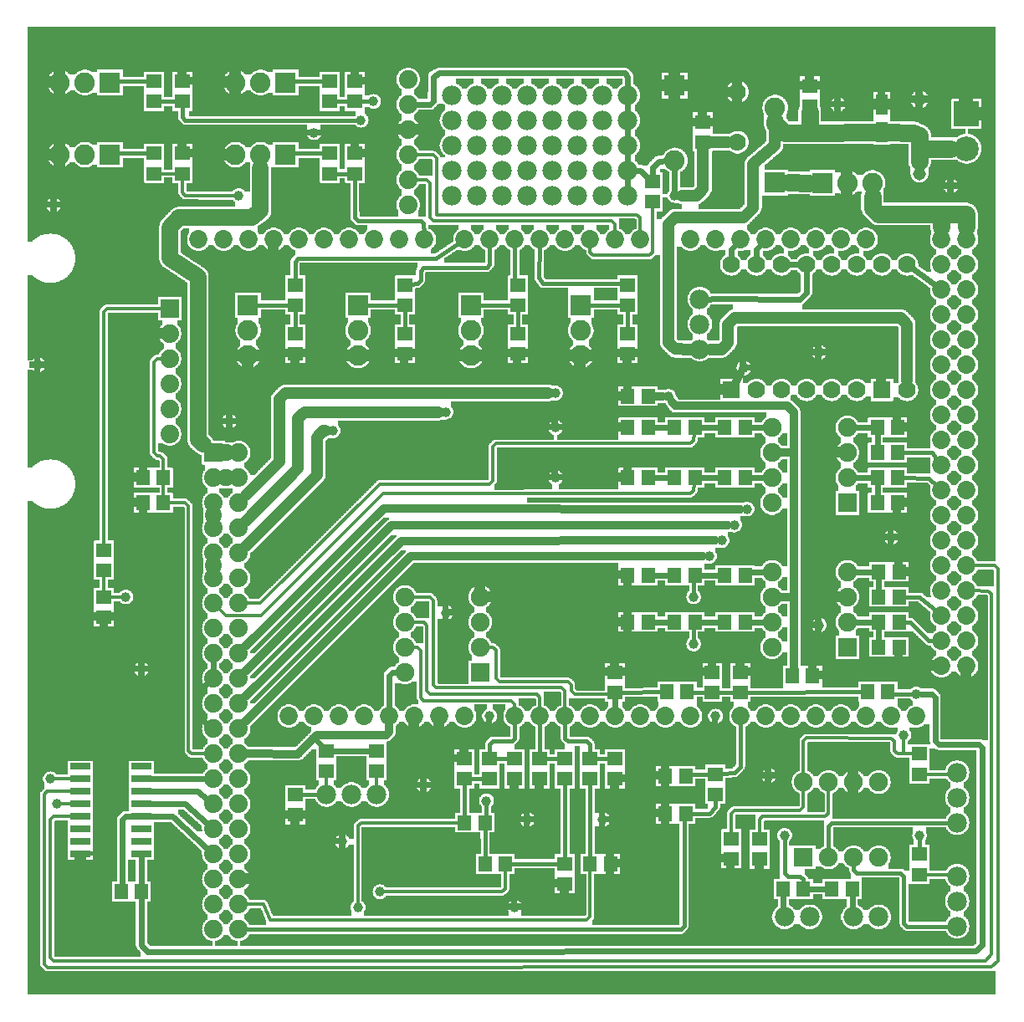
<source format=gtl>
G04 MADE WITH FRITZING*
G04 WWW.FRITZING.ORG*
G04 DOUBLE SIDED*
G04 HOLES PLATED*
G04 CONTOUR ON CENTER OF CONTOUR VECTOR*
%ASAXBY*%
%FSLAX23Y23*%
%MOIN*%
%OFA0B0*%
%SFA1.0B1.0*%
%ADD10C,0.075000*%
%ADD11C,0.070000*%
%ADD12C,0.039370*%
%ADD13C,0.074000*%
%ADD14C,0.078000*%
%ADD15C,0.072917*%
%ADD16C,0.082000*%
%ADD17C,0.051496*%
%ADD18C,0.099055*%
%ADD19R,0.055118X0.059055*%
%ADD20R,0.047244X0.078740*%
%ADD21R,0.080000X0.026000*%
%ADD22R,0.059055X0.055118*%
%ADD23R,0.075000X0.075000*%
%ADD24R,0.074000X0.074000*%
%ADD25R,0.070000X0.070000*%
%ADD26R,0.082000X0.082000*%
%ADD27R,0.099055X0.099055*%
%ADD28C,0.016000*%
%ADD29C,0.012000*%
%ADD30C,0.032000*%
%ADD31C,0.024000*%
%ADD32C,0.048000*%
%ADD33C,0.065000*%
%LNCOPPER1*%
G90*
G70*
G54D10*
X1060Y3205D03*
X3021Y3150D03*
X1889Y2874D03*
X2695Y2954D03*
X3236Y2825D03*
X2767Y2201D03*
X1640Y1693D03*
X2977Y1035D03*
X1544Y956D03*
X2091Y799D03*
X3223Y982D03*
X123Y3820D03*
X611Y651D03*
X2469Y1039D03*
X1450Y637D03*
X3612Y424D03*
G54D11*
X2869Y3638D03*
X2869Y3438D03*
G54D12*
X157Y801D03*
X132Y901D03*
X1444Y451D03*
X1869Y813D03*
X2332Y738D03*
X1619Y876D03*
X1294Y651D03*
G54D13*
X1557Y3688D03*
X1557Y3588D03*
X1557Y3488D03*
X1557Y3388D03*
X1557Y3288D03*
X1557Y3188D03*
X1557Y3688D03*
X1557Y3588D03*
X1557Y3488D03*
X1557Y3388D03*
X1557Y3288D03*
X1557Y3188D03*
G54D10*
X1844Y1326D03*
X1544Y1326D03*
X1844Y1426D03*
X1544Y1426D03*
X1844Y1526D03*
X1544Y1526D03*
X1844Y1626D03*
X1544Y1626D03*
G54D12*
X432Y1626D03*
X3057Y676D03*
X3582Y1238D03*
G54D10*
X3307Y1426D03*
X3007Y1426D03*
X3307Y1526D03*
X3007Y1526D03*
X3307Y1626D03*
X3007Y1626D03*
X3307Y1726D03*
X3007Y1726D03*
X3307Y2001D03*
X3007Y2001D03*
X3307Y2101D03*
X3007Y2101D03*
X3307Y2201D03*
X3007Y2201D03*
X3307Y2301D03*
X3007Y2301D03*
G54D12*
X2619Y3226D03*
X1707Y2363D03*
X2144Y2438D03*
X1257Y2288D03*
X2807Y1851D03*
X2757Y1788D03*
X2857Y1913D03*
X2907Y1976D03*
X882Y3226D03*
X1369Y3526D03*
X1419Y3601D03*
X3594Y676D03*
X3532Y1076D03*
X2594Y2426D03*
X1357Y388D03*
X1982Y388D03*
X3194Y1513D03*
X1182Y3476D03*
X1882Y1151D03*
X144Y3188D03*
X2994Y913D03*
X494Y1338D03*
X2782Y1151D03*
X1707Y1563D03*
X3719Y3263D03*
X3194Y2601D03*
G54D13*
X607Y2776D03*
X607Y2676D03*
X607Y2576D03*
X607Y2476D03*
X607Y2376D03*
X607Y2276D03*
G54D12*
X2144Y2301D03*
X2144Y2101D03*
X3482Y1863D03*
X844Y2326D03*
G54D11*
X3544Y2951D03*
X3544Y2451D03*
X3444Y2951D03*
X3444Y2451D03*
X3344Y2951D03*
X3344Y2451D03*
X3244Y2951D03*
X3244Y2451D03*
X3144Y2951D03*
X3144Y2451D03*
X3044Y2951D03*
X3044Y2451D03*
X2944Y2951D03*
X2944Y2451D03*
X2844Y2951D03*
X2844Y2451D03*
G54D12*
X3269Y3588D03*
X2032Y738D03*
G54D14*
X1732Y3226D03*
X1732Y3326D03*
X1732Y3426D03*
X1732Y3526D03*
X1732Y3626D03*
X2432Y3226D03*
X2432Y3326D03*
X2432Y3426D03*
X2432Y3526D03*
X2432Y3626D03*
X2232Y3626D03*
X2232Y3526D03*
X2232Y3426D03*
X2032Y3426D03*
X2032Y3626D03*
X2032Y3526D03*
X2032Y3226D03*
X2032Y3326D03*
X1832Y3526D03*
X1832Y3626D03*
X2332Y3226D03*
X1932Y3626D03*
X1932Y3426D03*
X1932Y3226D03*
X1932Y3326D03*
X2332Y3626D03*
X2332Y3526D03*
X2332Y3426D03*
X1832Y3226D03*
X1832Y3326D03*
X2132Y3426D03*
X1932Y3526D03*
X2132Y3226D03*
X2132Y3326D03*
X1432Y838D03*
X1332Y838D03*
X1232Y838D03*
X2132Y3626D03*
X2132Y3526D03*
X2332Y3326D03*
X1832Y3426D03*
X2232Y3226D03*
X2232Y3326D03*
G54D12*
X2894Y2538D03*
X82Y2551D03*
G54D10*
X3132Y588D03*
X3132Y888D03*
X3232Y588D03*
X3232Y888D03*
X3332Y588D03*
X3332Y888D03*
X3432Y588D03*
X3432Y888D03*
G54D13*
X882Y2201D03*
X882Y2101D03*
X882Y2001D03*
X882Y1901D03*
X882Y1801D03*
X882Y1701D03*
X882Y1601D03*
X882Y1501D03*
X882Y1401D03*
X882Y1301D03*
X882Y1201D03*
X882Y1101D03*
X882Y1001D03*
X882Y901D03*
X882Y801D03*
X882Y701D03*
X882Y601D03*
X882Y501D03*
X882Y401D03*
X882Y301D03*
X782Y2201D03*
X782Y2101D03*
X782Y2001D03*
X782Y1901D03*
X782Y1801D03*
X782Y1701D03*
X782Y1601D03*
X782Y1501D03*
X782Y1401D03*
X782Y1301D03*
X782Y1201D03*
X782Y1101D03*
X782Y1001D03*
X782Y901D03*
X782Y801D03*
X782Y701D03*
X782Y601D03*
X782Y501D03*
X782Y401D03*
X782Y301D03*
G54D15*
X2982Y1151D03*
X1382Y1151D03*
X3082Y1151D03*
X3182Y1151D03*
X3282Y1151D03*
X3382Y1151D03*
X3682Y2551D03*
X3482Y1151D03*
X3582Y1151D03*
X1422Y3051D03*
X1982Y1151D03*
X2082Y1151D03*
X2182Y1151D03*
X2282Y1151D03*
X3682Y1751D03*
X2382Y1151D03*
X2482Y1151D03*
X2582Y1151D03*
X2682Y1151D03*
X2182Y3051D03*
X3682Y2951D03*
X3682Y2151D03*
X3682Y1351D03*
X1022Y3051D03*
X1782Y1151D03*
X1782Y3051D03*
X3682Y2751D03*
X3682Y2351D03*
X3682Y1951D03*
X3382Y3051D03*
X3682Y1551D03*
X3282Y3051D03*
X3182Y3051D03*
X3082Y3051D03*
X2982Y3051D03*
X2882Y3051D03*
X2782Y3051D03*
X2682Y3051D03*
X822Y3051D03*
X1222Y3051D03*
X1622Y3051D03*
X1182Y1151D03*
X1582Y1151D03*
X2382Y3051D03*
X1982Y3051D03*
X3682Y3051D03*
X3682Y2851D03*
X3682Y2651D03*
X3682Y2451D03*
X3682Y2251D03*
X3682Y2051D03*
X3682Y1851D03*
X3682Y1651D03*
X3682Y1451D03*
X722Y3051D03*
X922Y3051D03*
X1122Y3051D03*
X1322Y3051D03*
X1522Y3051D03*
X1082Y1151D03*
X1282Y1151D03*
X1482Y1151D03*
X1682Y1151D03*
X2482Y3051D03*
X2282Y3051D03*
X2082Y3051D03*
X1882Y3051D03*
X3782Y3051D03*
X3782Y2951D03*
X3782Y2851D03*
X3782Y2751D03*
X3782Y2651D03*
X3782Y2551D03*
X3782Y2451D03*
X3782Y2351D03*
X3782Y2251D03*
X3782Y2151D03*
X3782Y2051D03*
X3782Y1951D03*
X3782Y1851D03*
X3782Y1751D03*
X3782Y1651D03*
X3782Y1551D03*
X3782Y1451D03*
X3782Y1351D03*
X2882Y1151D03*
G54D16*
X1357Y2788D03*
X1357Y2688D03*
X1357Y2588D03*
X2244Y2788D03*
X2244Y2688D03*
X2244Y2588D03*
X1807Y2788D03*
X1807Y2688D03*
X1807Y2588D03*
X919Y2788D03*
X919Y2688D03*
X919Y2588D03*
G54D14*
X3744Y313D03*
X3744Y413D03*
X3744Y513D03*
X3744Y926D03*
X3744Y826D03*
X3744Y726D03*
X2719Y2813D03*
X2719Y2713D03*
X2719Y2613D03*
X3057Y351D03*
X3157Y351D03*
X3432Y351D03*
X3332Y351D03*
G54D16*
X3207Y3276D03*
X3307Y3276D03*
X3407Y3276D03*
X2619Y3663D03*
X2619Y3365D03*
X3019Y3278D03*
X3019Y3576D03*
G54D17*
X3594Y3313D03*
X3594Y3608D03*
X3594Y3313D03*
X3594Y3608D03*
G54D16*
X369Y3388D03*
X269Y3388D03*
X169Y3388D03*
X1069Y3676D03*
X969Y3676D03*
X869Y3676D03*
X369Y3676D03*
X269Y3676D03*
X169Y3676D03*
X1069Y3388D03*
X969Y3388D03*
X869Y3388D03*
G54D18*
X3782Y3551D03*
X3782Y3413D03*
G54D12*
X2694Y1438D03*
X2694Y1626D03*
G54D19*
X2619Y1526D03*
X2700Y1526D03*
X2619Y1713D03*
X2700Y1713D03*
X2619Y2101D03*
X2700Y2101D03*
X2619Y2301D03*
X2700Y2301D03*
X2432Y1526D03*
X2513Y1526D03*
X2432Y1713D03*
X2513Y1713D03*
X2432Y2101D03*
X2513Y2101D03*
X2432Y2301D03*
X2513Y2301D03*
G54D20*
X3444Y3478D03*
X3444Y3588D03*
G54D21*
X252Y951D03*
X252Y901D03*
X252Y851D03*
X252Y801D03*
X252Y751D03*
X252Y701D03*
X252Y651D03*
X252Y601D03*
X494Y601D03*
X494Y651D03*
X494Y701D03*
X494Y751D03*
X494Y801D03*
X494Y851D03*
X494Y901D03*
X494Y951D03*
G54D19*
X414Y451D03*
X494Y451D03*
G54D22*
X344Y1626D03*
X344Y1545D03*
G54D23*
X1844Y1326D03*
X3307Y1426D03*
X3307Y2001D03*
G54D22*
X2532Y3201D03*
X2532Y3281D03*
X3157Y3663D03*
X3157Y3582D03*
X2732Y3519D03*
X2732Y3438D03*
X344Y1813D03*
X344Y1732D03*
G54D19*
X501Y2101D03*
X582Y2101D03*
G54D22*
X1344Y3313D03*
X1344Y3394D03*
X1244Y3601D03*
X1244Y3681D03*
X1344Y3601D03*
X1344Y3681D03*
X1244Y3313D03*
X1244Y3394D03*
X657Y3601D03*
X657Y3681D03*
X544Y3601D03*
X544Y3681D03*
X657Y3313D03*
X657Y3394D03*
X544Y3313D03*
X544Y3394D03*
G54D19*
X3507Y2301D03*
X3426Y2301D03*
X3507Y2001D03*
X3426Y2001D03*
X3507Y2101D03*
X3426Y2101D03*
X3507Y2201D03*
X3426Y2201D03*
X2432Y2426D03*
X2513Y2426D03*
X3513Y1426D03*
X3432Y1426D03*
X3513Y1526D03*
X3432Y1526D03*
X3513Y1626D03*
X3432Y1626D03*
X3513Y1726D03*
X3432Y1726D03*
G54D22*
X1107Y2595D03*
X1107Y2676D03*
X1544Y2595D03*
X1544Y2676D03*
X1994Y2595D03*
X1994Y2676D03*
X2432Y2595D03*
X2432Y2676D03*
X1107Y2869D03*
X1107Y2788D03*
X1544Y2869D03*
X1544Y2788D03*
X1994Y2869D03*
X1994Y2788D03*
X2432Y2869D03*
X2432Y2788D03*
G54D19*
X2819Y2101D03*
X2900Y2101D03*
X2900Y2301D03*
X2819Y2301D03*
X1864Y563D03*
X1944Y563D03*
X2363Y563D03*
X2282Y563D03*
X501Y2001D03*
X582Y2001D03*
X3169Y1313D03*
X3089Y1313D03*
G54D22*
X2769Y1326D03*
X2769Y1245D03*
X2082Y901D03*
X2082Y981D03*
X1232Y932D03*
X1232Y1013D03*
X1107Y757D03*
X1107Y838D03*
X1982Y901D03*
X1982Y981D03*
G54D19*
X1863Y726D03*
X1782Y726D03*
G54D22*
X1782Y981D03*
X1782Y901D03*
G54D19*
X3469Y1247D03*
X3389Y1247D03*
G54D22*
X2382Y1245D03*
X2382Y1326D03*
X3594Y920D03*
X3594Y1001D03*
G54D19*
X3245Y463D03*
X3326Y463D03*
X3132Y463D03*
X3051Y463D03*
G54D22*
X3594Y520D03*
X3594Y601D03*
X2957Y662D03*
X2957Y581D03*
G54D24*
X607Y2776D03*
G54D25*
X2844Y2451D03*
X3444Y2451D03*
G54D23*
X3132Y588D03*
G54D24*
X782Y2201D03*
G54D26*
X1357Y2788D03*
X2244Y2788D03*
X1807Y2788D03*
X919Y2788D03*
X3207Y3276D03*
X2619Y3664D03*
X3019Y3277D03*
X369Y3388D03*
X1069Y3676D03*
X369Y3676D03*
X1069Y3388D03*
G54D27*
X3782Y3551D03*
G54D19*
X2582Y913D03*
X2663Y913D03*
X2582Y763D03*
X2663Y763D03*
G54D22*
X2844Y582D03*
X2844Y663D03*
X2182Y482D03*
X2182Y563D03*
X1882Y901D03*
X1882Y981D03*
X2182Y901D03*
X2182Y981D03*
X1432Y932D03*
X1432Y1013D03*
X2782Y838D03*
X2782Y919D03*
X2282Y901D03*
X2282Y981D03*
X2382Y901D03*
X2382Y981D03*
G54D19*
X2819Y1526D03*
X2900Y1526D03*
X2900Y1713D03*
X2819Y1713D03*
X2669Y1247D03*
X2589Y1247D03*
G54D22*
X2882Y1245D03*
X2882Y1326D03*
G54D28*
X2694Y1526D02*
X2694Y1452D01*
D02*
X2700Y1526D02*
X2694Y1526D01*
G54D29*
D02*
X2382Y1238D02*
X2220Y1238D01*
D02*
X2206Y1251D02*
X2206Y1276D01*
D02*
X2206Y1276D02*
X2194Y1288D01*
D02*
X1907Y1414D02*
X1894Y1426D01*
D02*
X1907Y1301D02*
X1907Y1414D01*
D02*
X1920Y1288D02*
X1907Y1301D01*
D02*
X1894Y1426D02*
X1867Y1426D01*
D02*
X2194Y1288D02*
X1920Y1288D01*
D02*
X2220Y1238D02*
X2206Y1251D01*
D02*
X2382Y1245D02*
X2382Y1238D01*
G54D30*
D02*
X2570Y2426D02*
X2535Y2426D01*
D02*
X3094Y1326D02*
X3094Y1625D01*
D02*
X3089Y1313D02*
X3094Y1326D01*
G54D28*
D02*
X2694Y1713D02*
X2694Y1639D01*
D02*
X2700Y1713D02*
X2694Y1713D01*
G54D31*
D02*
X2535Y2101D02*
X2597Y2101D01*
D02*
X2722Y2101D02*
X2797Y2101D01*
D02*
X2535Y2301D02*
X2597Y2301D01*
D02*
X2722Y2301D02*
X2797Y2301D01*
G54D28*
D02*
X2567Y1247D02*
X2406Y1245D01*
D02*
X2745Y1245D02*
X2691Y1246D01*
D02*
X2858Y1245D02*
X2793Y1245D01*
D02*
X3367Y1247D02*
X2906Y1245D01*
G54D31*
D02*
X2382Y1223D02*
X2382Y1181D01*
G54D32*
D02*
X3018Y3426D02*
X3018Y3513D01*
D02*
X2931Y3351D02*
X3018Y3426D01*
G54D31*
D02*
X2535Y1713D02*
X2597Y1713D01*
D02*
X2797Y1713D02*
X2722Y1713D01*
D02*
X2797Y1526D02*
X2722Y1526D01*
D02*
X2535Y1526D02*
X2597Y1526D01*
G54D32*
D02*
X2931Y3176D02*
X2931Y3351D01*
D02*
X2894Y3139D02*
X2931Y3176D01*
G54D11*
D02*
X3407Y3176D02*
X3407Y3221D01*
D02*
X3781Y3151D02*
X3781Y3103D01*
D02*
X3681Y3151D02*
X3781Y3151D01*
D02*
X3681Y3151D02*
X3432Y3151D01*
D02*
X3432Y3151D02*
X3407Y3176D01*
D02*
X3681Y3103D02*
X3681Y3151D01*
D02*
X3157Y3560D02*
X3157Y3475D01*
G54D32*
D02*
X2832Y3438D02*
X2756Y3438D01*
G54D30*
D02*
X2608Y2405D02*
X2620Y2388D01*
G54D31*
D02*
X432Y751D02*
X460Y751D01*
D02*
X419Y738D02*
X432Y751D01*
G54D29*
D02*
X218Y901D02*
X145Y901D01*
D02*
X218Y801D02*
X170Y801D01*
D02*
X368Y1626D02*
X418Y1626D01*
G54D31*
D02*
X419Y451D02*
X419Y738D01*
D02*
X494Y593D02*
X494Y475D01*
D02*
X414Y451D02*
X419Y451D01*
D02*
X495Y238D02*
X494Y427D01*
D02*
X519Y213D02*
X3819Y214D01*
D02*
X495Y238D02*
X519Y213D01*
D02*
X3645Y1239D02*
X3601Y1238D01*
D02*
X3656Y1226D02*
X3645Y1239D01*
D02*
X3657Y1051D02*
X3656Y1226D01*
D02*
X3819Y214D02*
X3844Y237D01*
D02*
X3670Y1038D02*
X3657Y1051D01*
D02*
X3832Y1038D02*
X3670Y1038D01*
D02*
X3844Y1026D02*
X3832Y1038D01*
D02*
X3844Y237D02*
X3844Y1026D01*
D02*
X1210Y1035D02*
X1182Y1064D01*
G54D28*
D02*
X1207Y838D02*
X1131Y838D01*
D02*
X1970Y1051D02*
X1982Y1063D01*
D02*
X1894Y1051D02*
X1970Y1051D01*
D02*
X1881Y1038D02*
X1894Y1051D01*
D02*
X1982Y1063D02*
X1982Y1126D01*
D02*
X1958Y981D02*
X1906Y981D01*
D02*
X1806Y901D02*
X1858Y901D01*
D02*
X2182Y585D02*
X2182Y879D01*
D02*
X2106Y981D02*
X2158Y981D01*
D02*
X2082Y1126D02*
X2082Y1003D01*
D02*
X1882Y1003D02*
X1881Y1038D01*
D02*
X2194Y1051D02*
X2182Y1063D01*
D02*
X2269Y1051D02*
X2194Y1051D01*
D02*
X2281Y1038D02*
X2269Y1051D01*
D02*
X2182Y1063D02*
X2182Y1126D01*
G54D29*
D02*
X1931Y451D02*
X1458Y451D01*
D02*
X1944Y463D02*
X1931Y451D01*
D02*
X1357Y714D02*
X1357Y402D01*
D02*
X1370Y725D02*
X1357Y714D01*
D02*
X1760Y726D02*
X1370Y725D01*
G54D28*
D02*
X1782Y879D02*
X1782Y750D01*
D02*
X2306Y981D02*
X2358Y981D01*
D02*
X2282Y1003D02*
X2281Y1038D01*
D02*
X2282Y587D02*
X2282Y879D01*
G54D29*
D02*
X1944Y539D02*
X1944Y463D01*
G54D28*
D02*
X1869Y726D02*
X1863Y726D01*
D02*
X1863Y702D02*
X1864Y587D01*
D02*
X1869Y800D02*
X1869Y726D01*
G54D29*
D02*
X1969Y1213D02*
X1856Y1213D01*
D02*
X1595Y1426D02*
X1567Y1426D01*
D02*
X1606Y1413D02*
X1595Y1426D01*
D02*
X1606Y1226D02*
X1606Y1413D01*
D02*
X1619Y1213D02*
X1606Y1226D01*
D02*
X1856Y1213D02*
X1619Y1213D01*
D02*
X1981Y1200D02*
X1969Y1213D01*
D02*
X1982Y1175D02*
X1981Y1200D01*
G54D31*
D02*
X1644Y3588D02*
X1588Y3588D01*
D02*
X1657Y3601D02*
X1644Y3588D01*
D02*
X1657Y3700D02*
X1657Y3601D01*
D02*
X2420Y3714D02*
X1682Y3714D01*
D02*
X2432Y3700D02*
X2420Y3714D01*
D02*
X1682Y3714D02*
X1657Y3700D01*
D02*
X2432Y3656D02*
X2432Y3700D01*
G54D29*
D02*
X1644Y3138D02*
X1644Y3276D01*
D02*
X1644Y3276D02*
X1631Y3289D01*
D02*
X1631Y3289D02*
X1582Y3288D01*
D02*
X1670Y3375D02*
X1657Y3388D01*
D02*
X1657Y3388D02*
X1582Y3388D01*
D02*
X2382Y3113D02*
X2369Y3126D01*
D02*
X2369Y3126D02*
X1657Y3126D01*
D02*
X2482Y3138D02*
X2469Y3150D01*
D02*
X2469Y3150D02*
X1670Y3150D01*
D02*
X1670Y3150D02*
X1670Y3375D01*
D02*
X1657Y3126D02*
X1644Y3138D01*
D02*
X2482Y3075D02*
X2482Y3138D01*
D02*
X2382Y3075D02*
X2382Y3113D01*
D02*
X2082Y1225D02*
X2082Y1175D01*
D02*
X2070Y1238D02*
X2082Y1225D01*
D02*
X1645Y1238D02*
X2070Y1238D01*
D02*
X1620Y1525D02*
X1632Y1513D01*
D02*
X1632Y1513D02*
X1632Y1251D01*
D02*
X1632Y1251D02*
X1645Y1238D01*
D02*
X1567Y1526D02*
X1620Y1525D01*
G54D31*
D02*
X1494Y1325D02*
X1481Y1312D01*
D02*
X1516Y1325D02*
X1494Y1325D01*
D02*
X1481Y1312D02*
X1482Y1181D01*
G54D30*
D02*
X2860Y2478D02*
X2882Y2517D01*
G54D29*
D02*
X2169Y1264D02*
X2182Y1251D01*
D02*
X1669Y1264D02*
X2169Y1264D01*
D02*
X1657Y1276D02*
X1669Y1264D01*
D02*
X1657Y1613D02*
X1657Y1276D01*
D02*
X1645Y1626D02*
X1657Y1613D01*
D02*
X1567Y1626D02*
X1645Y1626D01*
D02*
X2182Y1251D02*
X2182Y1175D01*
G54D31*
D02*
X2432Y3596D02*
X2432Y3556D01*
D02*
X2482Y3326D02*
X2462Y3326D01*
D02*
X2508Y3303D02*
X2482Y3326D01*
G54D32*
D02*
X2732Y3416D02*
X2732Y3251D01*
G54D29*
D02*
X3482Y1063D02*
X3494Y1051D01*
D02*
X3494Y1013D02*
X3507Y1001D01*
D02*
X3507Y1001D02*
X3532Y1001D01*
D02*
X3494Y1051D02*
X3494Y1013D01*
D02*
X3132Y1051D02*
X3145Y1064D01*
D02*
X3570Y1001D02*
X3532Y1001D01*
D02*
X3532Y1001D02*
X3532Y1062D01*
D02*
X3145Y1064D02*
X3482Y1063D01*
D02*
X3132Y911D02*
X3132Y1051D01*
G54D28*
D02*
X3532Y325D02*
X3545Y313D01*
D02*
X3232Y713D02*
X3245Y726D01*
D02*
X3532Y513D02*
X3532Y325D01*
D02*
X3232Y611D02*
X3232Y713D01*
D02*
X3245Y726D02*
X3720Y726D01*
D02*
X3594Y623D02*
X3594Y662D01*
D02*
X3545Y313D02*
X3720Y313D01*
D02*
X3519Y526D02*
X3532Y513D01*
D02*
X3344Y526D02*
X3519Y526D01*
D02*
X3332Y538D02*
X3344Y526D01*
D02*
X3332Y565D02*
X3332Y538D01*
G54D29*
D02*
X3132Y788D02*
X3132Y865D01*
D02*
X3119Y776D02*
X3132Y788D01*
D02*
X2857Y776D02*
X3119Y776D01*
D02*
X2844Y685D02*
X2844Y763D01*
D02*
X2844Y763D02*
X2857Y776D01*
G54D31*
D02*
X719Y1251D02*
X720Y1150D01*
D02*
X720Y1150D02*
X758Y1120D01*
D02*
X782Y1332D02*
X782Y1370D01*
G54D29*
D02*
X582Y2025D02*
X582Y2077D01*
G54D31*
D02*
X758Y1281D02*
X719Y1251D01*
G54D33*
D02*
X835Y2101D02*
X829Y2101D01*
D02*
X835Y2201D02*
X829Y2201D01*
D02*
X782Y1747D02*
X782Y1754D01*
D02*
X782Y1947D02*
X782Y1954D01*
G54D29*
D02*
X3744Y520D02*
X3744Y538D01*
D02*
X3618Y520D02*
X3744Y520D01*
D02*
X3707Y920D02*
X3720Y922D01*
D02*
X3618Y920D02*
X3707Y920D01*
G54D31*
D02*
X3410Y1726D02*
X3335Y1726D01*
D02*
X3432Y1702D02*
X3432Y1650D01*
D02*
X3404Y2301D02*
X3335Y2301D01*
D02*
X3426Y2277D02*
X3426Y2225D01*
G54D30*
D02*
X3094Y1625D02*
X3094Y2201D01*
D02*
X3041Y1625D02*
X3094Y1625D01*
D02*
X3094Y2201D02*
X3041Y2201D01*
G54D31*
D02*
X2532Y3338D02*
X2557Y3363D01*
D02*
X2557Y3363D02*
X2587Y3364D01*
D02*
X2532Y3303D02*
X2532Y3338D01*
D02*
X2619Y3245D02*
X2619Y3333D01*
G54D30*
D02*
X3069Y2388D02*
X3094Y2363D01*
D02*
X3094Y2363D02*
X3094Y2201D01*
D02*
X2620Y2388D02*
X3069Y2388D01*
G54D11*
D02*
X3595Y3464D02*
X3595Y3413D01*
D02*
X3570Y3476D02*
X3595Y3464D01*
D02*
X3462Y3478D02*
X3570Y3476D01*
D02*
X3595Y3362D02*
X3595Y3413D01*
D02*
X3595Y3413D02*
X3719Y3413D01*
G54D32*
D02*
X2706Y3225D02*
X2649Y3225D01*
D02*
X2732Y3251D02*
X2706Y3225D01*
G54D11*
D02*
X3018Y3513D02*
X3018Y3521D01*
D02*
X3056Y3476D02*
X3018Y3513D01*
D02*
X3157Y3475D02*
X3056Y3476D01*
D02*
X3426Y3478D02*
X3157Y3475D01*
D02*
X3153Y3276D02*
X3074Y3277D01*
G54D31*
D02*
X2432Y3256D02*
X2432Y3296D01*
D02*
X2432Y3356D02*
X2432Y3396D01*
D02*
X2432Y3456D02*
X2432Y3496D01*
D02*
X2845Y3013D02*
X2861Y3029D01*
D02*
X2944Y3013D02*
X2960Y3029D01*
D02*
X2844Y2977D02*
X2845Y3013D01*
D02*
X2944Y2977D02*
X2944Y3013D01*
G54D29*
D02*
X2295Y2988D02*
X2519Y2988D01*
D02*
X2282Y3000D02*
X2295Y2988D01*
D02*
X2531Y3000D02*
X2532Y3179D01*
D02*
X2519Y2988D02*
X2531Y3000D01*
D02*
X2282Y3026D02*
X2282Y3000D01*
D02*
X2969Y751D02*
X3219Y751D01*
D02*
X2957Y738D02*
X2969Y751D01*
D02*
X2957Y684D02*
X2957Y738D01*
D02*
X3232Y763D02*
X3232Y865D01*
D02*
X3219Y751D02*
X3232Y763D01*
G54D31*
D02*
X1256Y1013D02*
X1408Y1013D01*
G54D30*
D02*
X1482Y1089D02*
X1470Y1075D01*
D02*
X1482Y1115D02*
X1482Y1089D01*
G54D28*
D02*
X2158Y563D02*
X1966Y563D01*
G54D29*
D02*
X344Y1710D02*
X344Y1648D01*
G54D31*
D02*
X3404Y2101D02*
X3335Y2101D01*
D02*
X3432Y1502D02*
X3432Y1450D01*
D02*
X3410Y1526D02*
X3335Y1526D01*
D02*
X3426Y2077D02*
X3426Y2025D01*
G54D28*
D02*
X1069Y3681D02*
X1220Y3681D01*
D02*
X1069Y3702D02*
X1069Y3681D01*
D02*
X2432Y2698D02*
X2432Y2766D01*
D02*
X1994Y2766D02*
X1994Y2698D01*
D02*
X1833Y2788D02*
X1970Y2788D01*
D02*
X2271Y2788D02*
X2408Y2788D01*
D02*
X2432Y2875D02*
X2432Y2869D01*
D02*
X2094Y2875D02*
X2432Y2875D01*
D02*
X1520Y2788D02*
X1383Y2788D01*
D02*
X1544Y2766D02*
X1544Y2698D01*
D02*
X1083Y2788D02*
X946Y2788D01*
D02*
X1107Y2698D02*
X1107Y2766D01*
G54D32*
D02*
X1145Y2363D02*
X1677Y2363D01*
D02*
X1119Y2338D02*
X1145Y2363D01*
D02*
X1119Y2138D02*
X1119Y2338D01*
D02*
X912Y1930D02*
X1119Y2138D01*
G54D28*
D02*
X1669Y2975D02*
X1761Y3037D01*
D02*
X1119Y2976D02*
X1669Y2975D01*
D02*
X1106Y2963D02*
X1119Y2976D01*
D02*
X1107Y2891D02*
X1106Y2963D01*
D02*
X1870Y2939D02*
X1882Y2951D01*
D02*
X1882Y2951D02*
X1882Y3026D01*
D02*
X1607Y2888D02*
X1607Y2926D01*
D02*
X1619Y2939D02*
X1870Y2939D01*
D02*
X1607Y2926D02*
X1619Y2939D01*
D02*
X1594Y2875D02*
X1607Y2888D01*
D02*
X1568Y2872D02*
X1594Y2875D01*
D02*
X1982Y3026D02*
X1982Y2869D01*
D02*
X1982Y2869D02*
X1994Y2869D01*
D02*
X2079Y2897D02*
X2094Y2875D01*
D02*
X2081Y3026D02*
X2079Y2897D01*
G54D32*
D02*
X1045Y2414D02*
X1045Y2164D01*
D02*
X1045Y2164D02*
X912Y2031D01*
D02*
X1069Y2439D02*
X1045Y2414D01*
D02*
X1219Y2289D02*
X1194Y2263D01*
D02*
X1194Y2263D02*
X1194Y2113D01*
D02*
X1194Y2113D02*
X912Y1830D01*
D02*
X1227Y2289D02*
X1219Y2289D01*
D02*
X2114Y2438D02*
X1069Y2439D01*
G54D31*
D02*
X3144Y2838D02*
X3119Y2813D01*
D02*
X2781Y2814D02*
X2749Y2813D01*
G54D32*
D02*
X2832Y2713D02*
X2857Y2739D01*
D02*
X2832Y2638D02*
X2832Y2713D01*
D02*
X2807Y2613D02*
X2832Y2638D01*
D02*
X2857Y2739D02*
X3520Y2739D01*
D02*
X2761Y2613D02*
X2807Y2613D01*
G54D31*
D02*
X3632Y2888D02*
X3566Y2935D01*
D02*
X3658Y2869D02*
X3632Y2888D01*
D02*
X3119Y2813D02*
X2781Y2814D01*
D02*
X3144Y2925D02*
X3144Y2838D01*
G54D32*
D02*
X3545Y2713D02*
X3544Y2488D01*
D02*
X3520Y2739D02*
X3545Y2713D01*
G54D28*
D02*
X2857Y925D02*
X2881Y950D01*
D02*
X2881Y950D02*
X2882Y1126D01*
D02*
X2806Y921D02*
X2857Y925D01*
D02*
X2782Y789D02*
X2782Y816D01*
D02*
X2757Y763D02*
X2782Y789D01*
D02*
X2685Y763D02*
X2757Y763D01*
D02*
X2663Y919D02*
X2663Y913D01*
D02*
X2758Y919D02*
X2663Y919D01*
G54D29*
D02*
X557Y2575D02*
X544Y2563D01*
D02*
X569Y2188D02*
X582Y2175D01*
D02*
X557Y2188D02*
X569Y2188D01*
D02*
X582Y2175D02*
X582Y2125D01*
D02*
X544Y2201D02*
X557Y2188D01*
D02*
X544Y2563D02*
X544Y2201D01*
D02*
X581Y2576D02*
X557Y2575D01*
D02*
X357Y2776D02*
X345Y2763D01*
D02*
X345Y2763D02*
X344Y1835D01*
G54D33*
D02*
X607Y3100D02*
X645Y3138D01*
D02*
X720Y2251D02*
X720Y2901D01*
D02*
X720Y2901D02*
X606Y2976D01*
D02*
X645Y3138D02*
X933Y3138D01*
D02*
X741Y2234D02*
X720Y2251D01*
D02*
X606Y2976D02*
X607Y3100D01*
G54D29*
D02*
X581Y2776D02*
X357Y2776D01*
G54D33*
D02*
X969Y3164D02*
X969Y3334D01*
D02*
X933Y3138D02*
X969Y3164D01*
G54D28*
D02*
X1356Y3526D02*
X669Y3526D01*
D02*
X657Y3538D02*
X657Y3579D01*
D02*
X669Y3526D02*
X657Y3538D01*
D02*
X369Y3681D02*
X369Y3702D01*
D02*
X520Y3681D02*
X369Y3681D01*
D02*
X568Y3601D02*
X633Y3601D01*
G54D29*
D02*
X657Y3238D02*
X657Y3291D01*
D02*
X669Y3226D02*
X657Y3238D01*
D02*
X868Y3226D02*
X669Y3226D01*
G54D28*
D02*
X369Y3394D02*
X369Y3415D01*
D02*
X520Y3394D02*
X369Y3394D01*
G54D29*
D02*
X633Y3313D02*
X568Y3313D01*
G54D28*
D02*
X1069Y3394D02*
X1069Y3415D01*
D02*
X1220Y3394D02*
X1069Y3394D01*
D02*
X1368Y3601D02*
X1406Y3601D01*
D02*
X1320Y3601D02*
X1268Y3601D01*
D02*
X1619Y3114D02*
X1621Y3075D01*
D02*
X1607Y3126D02*
X1619Y3114D01*
D02*
X1357Y3126D02*
X1607Y3126D01*
D02*
X1345Y3138D02*
X1357Y3126D01*
D02*
X1344Y3291D02*
X1345Y3138D01*
D02*
X1268Y3313D02*
X1320Y3313D01*
G54D31*
D02*
X3118Y2951D02*
X3070Y2951D01*
D02*
X2978Y2301D02*
X2922Y2301D01*
D02*
X2978Y2101D02*
X2922Y2101D01*
G54D28*
D02*
X3494Y1239D02*
X3568Y1238D01*
D02*
X3491Y1239D02*
X3494Y1239D01*
G54D31*
D02*
X3326Y351D02*
X3302Y351D01*
D02*
X3326Y439D02*
X3326Y351D01*
G54D30*
D02*
X2732Y1788D02*
X1569Y1788D01*
D02*
X1530Y1849D02*
X2782Y1851D01*
D02*
X908Y1227D02*
X1530Y1849D01*
G54D31*
D02*
X3223Y463D02*
X3154Y463D01*
G54D29*
D02*
X1457Y2038D02*
X2682Y2039D01*
D02*
X2694Y2050D02*
X2697Y2077D01*
D02*
X2682Y2039D02*
X2694Y2050D01*
D02*
X970Y1551D02*
X1457Y2038D01*
D02*
X931Y1551D02*
X970Y1551D01*
D02*
X832Y1551D02*
X931Y1551D01*
D02*
X807Y1576D02*
X832Y1551D01*
D02*
X800Y1583D02*
X807Y1576D01*
G54D32*
D02*
X2620Y3138D02*
X2894Y3139D01*
D02*
X2594Y3113D02*
X2620Y3138D01*
D02*
X2595Y2639D02*
X2594Y3113D01*
D02*
X2620Y2614D02*
X2595Y2639D01*
D02*
X2678Y2613D02*
X2620Y2614D01*
G54D31*
D02*
X619Y751D02*
X529Y751D01*
D02*
X759Y622D02*
X619Y751D01*
D02*
X669Y801D02*
X529Y801D01*
D02*
X759Y721D02*
X669Y801D01*
D02*
X719Y851D02*
X529Y851D01*
D02*
X758Y820D02*
X719Y851D01*
D02*
X751Y901D02*
X529Y901D01*
G54D28*
D02*
X3632Y2100D02*
X3529Y2101D01*
D02*
X3664Y2068D02*
X3632Y2100D01*
D02*
X3644Y2201D02*
X3667Y2170D01*
D02*
X3529Y2201D02*
X3644Y2201D01*
G54D29*
D02*
X1232Y863D02*
X1232Y910D01*
D02*
X132Y188D02*
X145Y175D01*
D02*
X132Y738D02*
X132Y188D01*
D02*
X144Y751D02*
X132Y738D01*
D02*
X218Y751D02*
X144Y751D01*
D02*
X3857Y176D02*
X3882Y201D01*
D02*
X3882Y1638D02*
X3869Y1650D01*
D02*
X145Y175D02*
X3857Y176D01*
D02*
X3882Y201D02*
X3882Y1638D01*
D02*
X3869Y1650D02*
X3807Y1651D01*
D02*
X119Y851D02*
X107Y838D01*
D02*
X107Y838D02*
X107Y163D01*
D02*
X218Y851D02*
X119Y851D01*
D02*
X107Y163D02*
X120Y150D01*
D02*
X982Y401D02*
X1006Y339D01*
D02*
X1006Y339D02*
X1031Y339D01*
D02*
X907Y401D02*
X982Y401D01*
D02*
X2269Y339D02*
X2282Y351D01*
D02*
X1031Y339D02*
X2269Y339D01*
G54D28*
D02*
X2656Y314D02*
X2645Y301D01*
D02*
X2657Y763D02*
X2656Y314D01*
D02*
X2663Y763D02*
X2657Y763D01*
D02*
X2645Y301D02*
X907Y301D01*
G54D29*
D02*
X3882Y151D02*
X3907Y176D01*
D02*
X3907Y1738D02*
X3895Y1751D01*
D02*
X120Y150D02*
X3882Y151D01*
D02*
X3907Y176D02*
X3906Y1738D01*
D02*
X3895Y1751D02*
X3807Y1751D01*
D02*
X669Y2001D02*
X682Y1988D01*
D02*
X682Y1988D02*
X682Y1013D01*
D02*
X604Y2001D02*
X669Y2001D01*
D02*
X694Y1001D02*
X756Y1001D01*
D02*
X682Y1013D02*
X694Y1001D01*
G54D30*
D02*
X1461Y1980D02*
X2882Y1976D01*
D02*
X908Y1427D02*
X1461Y1980D01*
D02*
X908Y1127D02*
X1569Y1788D01*
D02*
X1492Y1911D02*
X2832Y1913D01*
D02*
X908Y1327D02*
X1492Y1911D01*
G54D28*
D02*
X3594Y1626D02*
X3535Y1626D01*
D02*
X3663Y1567D02*
X3594Y1626D01*
D02*
X3632Y1451D02*
X3556Y1525D01*
D02*
X3556Y1525D02*
X3535Y1525D01*
D02*
X3657Y1451D02*
X3632Y1451D01*
G54D29*
D02*
X1894Y2226D02*
X1906Y2238D01*
D02*
X1882Y2076D02*
X1894Y2088D01*
D02*
X1894Y2088D02*
X1894Y2226D01*
D02*
X1906Y2238D02*
X2681Y2238D01*
D02*
X1445Y2076D02*
X1882Y2076D01*
D02*
X2694Y2250D02*
X2697Y2277D01*
D02*
X2681Y2238D02*
X2694Y2250D01*
D02*
X969Y1601D02*
X1445Y2076D01*
D02*
X907Y1601D02*
X969Y1601D01*
G54D30*
D02*
X1119Y1000D02*
X919Y1001D01*
D02*
X1194Y1075D02*
X1182Y1064D01*
D02*
X1182Y1064D02*
X1119Y1000D01*
D02*
X1470Y1075D02*
X1194Y1075D01*
G54D31*
D02*
X3051Y351D02*
X3051Y439D01*
D02*
X3027Y351D02*
X3051Y351D01*
G54D28*
D02*
X3056Y525D02*
X3057Y662D01*
D02*
X3070Y513D02*
X3056Y525D01*
D02*
X3119Y513D02*
X3070Y513D01*
D02*
X3132Y501D02*
X3119Y513D01*
D02*
X3132Y487D02*
X3132Y501D01*
G54D29*
D02*
X1432Y863D02*
X1432Y910D01*
D02*
X2282Y351D02*
X2282Y539D01*
G54D31*
D02*
X2922Y1526D02*
X2978Y1526D01*
D02*
X2900Y1726D02*
X2978Y1726D01*
D02*
X2900Y1713D02*
X2900Y1726D01*
G36*
X1746Y3691D02*
X1746Y3671D01*
X1752Y3671D01*
X1752Y3669D01*
X1756Y3669D01*
X1756Y3667D01*
X1760Y3667D01*
X1760Y3665D01*
X1762Y3665D01*
X1762Y3663D01*
X1764Y3663D01*
X1764Y3661D01*
X1766Y3661D01*
X1766Y3659D01*
X1768Y3659D01*
X1768Y3657D01*
X1770Y3657D01*
X1770Y3655D01*
X1772Y3655D01*
X1772Y3653D01*
X1792Y3653D01*
X1792Y3655D01*
X1794Y3655D01*
X1794Y3657D01*
X1796Y3657D01*
X1796Y3659D01*
X1798Y3659D01*
X1798Y3661D01*
X1800Y3661D01*
X1800Y3663D01*
X1802Y3663D01*
X1802Y3665D01*
X1804Y3665D01*
X1804Y3667D01*
X1808Y3667D01*
X1808Y3669D01*
X1812Y3669D01*
X1812Y3671D01*
X1816Y3671D01*
X1816Y3691D01*
X1746Y3691D01*
G37*
D02*
G36*
X1846Y3691D02*
X1846Y3671D01*
X1852Y3671D01*
X1852Y3669D01*
X1856Y3669D01*
X1856Y3667D01*
X1860Y3667D01*
X1860Y3665D01*
X1862Y3665D01*
X1862Y3663D01*
X1864Y3663D01*
X1864Y3661D01*
X1866Y3661D01*
X1866Y3659D01*
X1868Y3659D01*
X1868Y3657D01*
X1870Y3657D01*
X1870Y3655D01*
X1872Y3655D01*
X1872Y3653D01*
X1892Y3653D01*
X1892Y3655D01*
X1894Y3655D01*
X1894Y3657D01*
X1896Y3657D01*
X1896Y3659D01*
X1898Y3659D01*
X1898Y3661D01*
X1900Y3661D01*
X1900Y3663D01*
X1902Y3663D01*
X1902Y3665D01*
X1904Y3665D01*
X1904Y3667D01*
X1908Y3667D01*
X1908Y3669D01*
X1912Y3669D01*
X1912Y3671D01*
X1916Y3671D01*
X1916Y3691D01*
X1846Y3691D01*
G37*
D02*
G36*
X1946Y3691D02*
X1946Y3671D01*
X1952Y3671D01*
X1952Y3669D01*
X1956Y3669D01*
X1956Y3667D01*
X1960Y3667D01*
X1960Y3665D01*
X1962Y3665D01*
X1962Y3663D01*
X1964Y3663D01*
X1964Y3661D01*
X1966Y3661D01*
X1966Y3659D01*
X1968Y3659D01*
X1968Y3657D01*
X1970Y3657D01*
X1970Y3655D01*
X1972Y3655D01*
X1972Y3653D01*
X1992Y3653D01*
X1992Y3655D01*
X1994Y3655D01*
X1994Y3657D01*
X1996Y3657D01*
X1996Y3659D01*
X1998Y3659D01*
X1998Y3661D01*
X2000Y3661D01*
X2000Y3663D01*
X2002Y3663D01*
X2002Y3665D01*
X2004Y3665D01*
X2004Y3667D01*
X2008Y3667D01*
X2008Y3669D01*
X2012Y3669D01*
X2012Y3671D01*
X2016Y3671D01*
X2016Y3691D01*
X1946Y3691D01*
G37*
D02*
G36*
X2046Y3691D02*
X2046Y3671D01*
X2052Y3671D01*
X2052Y3669D01*
X2056Y3669D01*
X2056Y3667D01*
X2060Y3667D01*
X2060Y3665D01*
X2062Y3665D01*
X2062Y3663D01*
X2064Y3663D01*
X2064Y3661D01*
X2066Y3661D01*
X2066Y3659D01*
X2068Y3659D01*
X2068Y3657D01*
X2070Y3657D01*
X2070Y3655D01*
X2072Y3655D01*
X2072Y3653D01*
X2092Y3653D01*
X2092Y3655D01*
X2094Y3655D01*
X2094Y3657D01*
X2096Y3657D01*
X2096Y3659D01*
X2098Y3659D01*
X2098Y3661D01*
X2100Y3661D01*
X2100Y3663D01*
X2102Y3663D01*
X2102Y3665D01*
X2104Y3665D01*
X2104Y3667D01*
X2108Y3667D01*
X2108Y3669D01*
X2112Y3669D01*
X2112Y3671D01*
X2116Y3671D01*
X2116Y3691D01*
X2046Y3691D01*
G37*
D02*
G36*
X2146Y3691D02*
X2146Y3671D01*
X2152Y3671D01*
X2152Y3669D01*
X2156Y3669D01*
X2156Y3667D01*
X2160Y3667D01*
X2160Y3665D01*
X2162Y3665D01*
X2162Y3663D01*
X2164Y3663D01*
X2164Y3661D01*
X2166Y3661D01*
X2166Y3659D01*
X2168Y3659D01*
X2168Y3657D01*
X2170Y3657D01*
X2170Y3655D01*
X2172Y3655D01*
X2172Y3653D01*
X2192Y3653D01*
X2192Y3655D01*
X2194Y3655D01*
X2194Y3657D01*
X2196Y3657D01*
X2196Y3659D01*
X2198Y3659D01*
X2198Y3661D01*
X2200Y3661D01*
X2200Y3663D01*
X2202Y3663D01*
X2202Y3665D01*
X2204Y3665D01*
X2204Y3667D01*
X2208Y3667D01*
X2208Y3669D01*
X2212Y3669D01*
X2212Y3671D01*
X2216Y3671D01*
X2216Y3691D01*
X2146Y3691D01*
G37*
D02*
G36*
X2246Y3691D02*
X2246Y3671D01*
X2252Y3671D01*
X2252Y3669D01*
X2256Y3669D01*
X2256Y3667D01*
X2260Y3667D01*
X2260Y3665D01*
X2262Y3665D01*
X2262Y3663D01*
X2264Y3663D01*
X2264Y3661D01*
X2266Y3661D01*
X2266Y3659D01*
X2268Y3659D01*
X2268Y3657D01*
X2270Y3657D01*
X2270Y3655D01*
X2272Y3655D01*
X2272Y3653D01*
X2292Y3653D01*
X2292Y3655D01*
X2294Y3655D01*
X2294Y3657D01*
X2296Y3657D01*
X2296Y3659D01*
X2298Y3659D01*
X2298Y3661D01*
X2300Y3661D01*
X2300Y3663D01*
X2302Y3663D01*
X2302Y3665D01*
X2304Y3665D01*
X2304Y3667D01*
X2308Y3667D01*
X2308Y3669D01*
X2312Y3669D01*
X2312Y3671D01*
X2316Y3671D01*
X2316Y3691D01*
X2246Y3691D01*
G37*
D02*
G36*
X2346Y3691D02*
X2346Y3671D01*
X2352Y3671D01*
X2352Y3669D01*
X2356Y3669D01*
X2356Y3667D01*
X2360Y3667D01*
X2360Y3665D01*
X2362Y3665D01*
X2362Y3663D01*
X2364Y3663D01*
X2364Y3661D01*
X2366Y3661D01*
X2366Y3659D01*
X2368Y3659D01*
X2368Y3657D01*
X2370Y3657D01*
X2370Y3655D01*
X2372Y3655D01*
X2372Y3653D01*
X2392Y3653D01*
X2392Y3655D01*
X2394Y3655D01*
X2394Y3657D01*
X2396Y3657D01*
X2396Y3659D01*
X2398Y3659D01*
X2398Y3661D01*
X2400Y3661D01*
X2400Y3663D01*
X2402Y3663D01*
X2402Y3665D01*
X2404Y3665D01*
X2404Y3667D01*
X2408Y3667D01*
X2408Y3669D01*
X2410Y3669D01*
X2410Y3691D01*
X2346Y3691D01*
G37*
D02*
G36*
X1676Y3593D02*
X1676Y3589D01*
X1674Y3589D01*
X1674Y3587D01*
X1672Y3587D01*
X1672Y3585D01*
X1670Y3585D01*
X1670Y3583D01*
X1668Y3583D01*
X1668Y3581D01*
X1666Y3581D01*
X1666Y3579D01*
X1664Y3579D01*
X1664Y3577D01*
X1662Y3577D01*
X1662Y3575D01*
X1660Y3575D01*
X1660Y3573D01*
X1658Y3573D01*
X1658Y3571D01*
X1656Y3571D01*
X1656Y3569D01*
X1652Y3569D01*
X1652Y3567D01*
X1598Y3567D01*
X1598Y3565D01*
X1596Y3565D01*
X1596Y3561D01*
X1594Y3561D01*
X1594Y3559D01*
X1592Y3559D01*
X1592Y3555D01*
X1588Y3555D01*
X1588Y3553D01*
X1586Y3553D01*
X1586Y3551D01*
X1584Y3551D01*
X1584Y3549D01*
X1580Y3549D01*
X1580Y3529D01*
X1582Y3529D01*
X1582Y3527D01*
X1584Y3527D01*
X1584Y3525D01*
X1586Y3525D01*
X1586Y3523D01*
X1590Y3523D01*
X1590Y3521D01*
X1592Y3521D01*
X1592Y3517D01*
X1594Y3517D01*
X1594Y3515D01*
X1596Y3515D01*
X1596Y3513D01*
X1598Y3513D01*
X1598Y3509D01*
X1600Y3509D01*
X1600Y3503D01*
X1602Y3503D01*
X1602Y3497D01*
X1604Y3497D01*
X1604Y3479D01*
X1602Y3479D01*
X1602Y3473D01*
X1600Y3473D01*
X1600Y3467D01*
X1598Y3467D01*
X1598Y3465D01*
X1596Y3465D01*
X1596Y3461D01*
X1594Y3461D01*
X1594Y3459D01*
X1592Y3459D01*
X1592Y3455D01*
X1588Y3455D01*
X1588Y3453D01*
X1586Y3453D01*
X1586Y3451D01*
X1584Y3451D01*
X1584Y3449D01*
X1580Y3449D01*
X1580Y3429D01*
X1582Y3429D01*
X1582Y3427D01*
X1584Y3427D01*
X1584Y3425D01*
X1586Y3425D01*
X1586Y3423D01*
X1590Y3423D01*
X1590Y3421D01*
X1592Y3421D01*
X1592Y3417D01*
X1594Y3417D01*
X1594Y3415D01*
X1596Y3415D01*
X1596Y3413D01*
X1598Y3413D01*
X1598Y3409D01*
X1600Y3409D01*
X1600Y3405D01*
X1658Y3405D01*
X1658Y3403D01*
X1664Y3403D01*
X1664Y3401D01*
X1668Y3401D01*
X1668Y3399D01*
X1670Y3399D01*
X1670Y3397D01*
X1672Y3397D01*
X1672Y3395D01*
X1674Y3395D01*
X1674Y3393D01*
X1676Y3393D01*
X1676Y3391D01*
X1678Y3391D01*
X1678Y3389D01*
X1680Y3389D01*
X1680Y3387D01*
X1682Y3387D01*
X1682Y3385D01*
X1684Y3385D01*
X1684Y3379D01*
X1704Y3379D01*
X1704Y3387D01*
X1700Y3387D01*
X1700Y3389D01*
X1698Y3389D01*
X1698Y3391D01*
X1696Y3391D01*
X1696Y3393D01*
X1694Y3393D01*
X1694Y3397D01*
X1692Y3397D01*
X1692Y3399D01*
X1690Y3399D01*
X1690Y3403D01*
X1688Y3403D01*
X1688Y3407D01*
X1686Y3407D01*
X1686Y3413D01*
X1684Y3413D01*
X1684Y3423D01*
X1682Y3423D01*
X1682Y3427D01*
X1684Y3427D01*
X1684Y3439D01*
X1686Y3439D01*
X1686Y3445D01*
X1688Y3445D01*
X1688Y3449D01*
X1690Y3449D01*
X1690Y3453D01*
X1692Y3453D01*
X1692Y3455D01*
X1694Y3455D01*
X1694Y3457D01*
X1696Y3457D01*
X1696Y3459D01*
X1698Y3459D01*
X1698Y3461D01*
X1700Y3461D01*
X1700Y3463D01*
X1702Y3463D01*
X1702Y3465D01*
X1704Y3465D01*
X1704Y3487D01*
X1700Y3487D01*
X1700Y3489D01*
X1698Y3489D01*
X1698Y3491D01*
X1696Y3491D01*
X1696Y3493D01*
X1694Y3493D01*
X1694Y3497D01*
X1692Y3497D01*
X1692Y3499D01*
X1690Y3499D01*
X1690Y3503D01*
X1688Y3503D01*
X1688Y3507D01*
X1686Y3507D01*
X1686Y3513D01*
X1684Y3513D01*
X1684Y3523D01*
X1682Y3523D01*
X1682Y3527D01*
X1684Y3527D01*
X1684Y3539D01*
X1686Y3539D01*
X1686Y3545D01*
X1688Y3545D01*
X1688Y3549D01*
X1690Y3549D01*
X1690Y3553D01*
X1692Y3553D01*
X1692Y3555D01*
X1694Y3555D01*
X1694Y3557D01*
X1696Y3557D01*
X1696Y3559D01*
X1698Y3559D01*
X1698Y3561D01*
X1700Y3561D01*
X1700Y3563D01*
X1702Y3563D01*
X1702Y3565D01*
X1704Y3565D01*
X1704Y3587D01*
X1700Y3587D01*
X1700Y3589D01*
X1698Y3589D01*
X1698Y3591D01*
X1696Y3591D01*
X1696Y3593D01*
X1676Y3593D01*
G37*
D02*
G36*
X1120Y3375D02*
X1120Y3337D01*
X1012Y3337D01*
X1012Y3275D01*
X1206Y3275D01*
X1206Y3277D01*
X1204Y3277D01*
X1204Y3375D01*
X1120Y3375D01*
G37*
D02*
G36*
X1284Y3295D02*
X1284Y3275D01*
X1306Y3275D01*
X1306Y3277D01*
X1304Y3277D01*
X1304Y3295D01*
X1284Y3295D01*
G37*
D02*
G36*
X1012Y3275D02*
X1012Y3273D01*
X1326Y3273D01*
X1326Y3275D01*
X1012Y3275D01*
G37*
D02*
G36*
X1012Y3275D02*
X1012Y3273D01*
X1326Y3273D01*
X1326Y3275D01*
X1012Y3275D01*
G37*
D02*
G36*
X1012Y3273D02*
X1012Y3157D01*
X1010Y3157D01*
X1010Y3149D01*
X1008Y3149D01*
X1008Y3145D01*
X1006Y3145D01*
X1006Y3141D01*
X1004Y3141D01*
X1004Y3139D01*
X1002Y3139D01*
X1002Y3135D01*
X1000Y3135D01*
X1000Y3133D01*
X998Y3133D01*
X998Y3131D01*
X994Y3131D01*
X994Y3129D01*
X992Y3129D01*
X992Y3127D01*
X990Y3127D01*
X990Y3125D01*
X986Y3125D01*
X986Y3123D01*
X984Y3123D01*
X984Y3121D01*
X980Y3121D01*
X980Y3119D01*
X978Y3119D01*
X978Y3117D01*
X976Y3117D01*
X976Y3115D01*
X972Y3115D01*
X972Y3113D01*
X970Y3113D01*
X970Y3111D01*
X966Y3111D01*
X966Y3109D01*
X964Y3109D01*
X964Y3107D01*
X962Y3107D01*
X962Y3105D01*
X958Y3105D01*
X958Y3103D01*
X956Y3103D01*
X956Y3097D01*
X1332Y3097D01*
X1332Y3095D01*
X1338Y3095D01*
X1338Y3093D01*
X1342Y3093D01*
X1342Y3091D01*
X1346Y3091D01*
X1346Y3089D01*
X1350Y3089D01*
X1350Y3087D01*
X1352Y3087D01*
X1352Y3085D01*
X1354Y3085D01*
X1354Y3083D01*
X1356Y3083D01*
X1356Y3081D01*
X1358Y3081D01*
X1358Y3079D01*
X1360Y3079D01*
X1360Y3075D01*
X1362Y3075D01*
X1362Y3073D01*
X1382Y3073D01*
X1382Y3075D01*
X1384Y3075D01*
X1384Y3079D01*
X1386Y3079D01*
X1386Y3081D01*
X1388Y3081D01*
X1388Y3083D01*
X1390Y3083D01*
X1390Y3085D01*
X1392Y3085D01*
X1392Y3087D01*
X1394Y3087D01*
X1394Y3107D01*
X1354Y3107D01*
X1354Y3109D01*
X1348Y3109D01*
X1348Y3111D01*
X1346Y3111D01*
X1346Y3113D01*
X1344Y3113D01*
X1344Y3115D01*
X1342Y3115D01*
X1342Y3117D01*
X1340Y3117D01*
X1340Y3119D01*
X1338Y3119D01*
X1338Y3121D01*
X1336Y3121D01*
X1336Y3123D01*
X1334Y3123D01*
X1334Y3125D01*
X1332Y3125D01*
X1332Y3127D01*
X1330Y3127D01*
X1330Y3129D01*
X1328Y3129D01*
X1328Y3157D01*
X1326Y3157D01*
X1326Y3273D01*
X1012Y3273D01*
G37*
D02*
G36*
X956Y3097D02*
X956Y3081D01*
X958Y3081D01*
X958Y3079D01*
X960Y3079D01*
X960Y3075D01*
X962Y3075D01*
X962Y3073D01*
X982Y3073D01*
X982Y3075D01*
X984Y3075D01*
X984Y3079D01*
X986Y3079D01*
X986Y3081D01*
X988Y3081D01*
X988Y3083D01*
X990Y3083D01*
X990Y3085D01*
X992Y3085D01*
X992Y3087D01*
X994Y3087D01*
X994Y3089D01*
X998Y3089D01*
X998Y3091D01*
X1002Y3091D01*
X1002Y3093D01*
X1006Y3093D01*
X1006Y3095D01*
X1012Y3095D01*
X1012Y3097D01*
X956Y3097D01*
G37*
D02*
G36*
X1032Y3097D02*
X1032Y3095D01*
X1038Y3095D01*
X1038Y3093D01*
X1042Y3093D01*
X1042Y3091D01*
X1046Y3091D01*
X1046Y3089D01*
X1050Y3089D01*
X1050Y3087D01*
X1052Y3087D01*
X1052Y3085D01*
X1054Y3085D01*
X1054Y3083D01*
X1056Y3083D01*
X1056Y3081D01*
X1058Y3081D01*
X1058Y3079D01*
X1060Y3079D01*
X1060Y3075D01*
X1062Y3075D01*
X1062Y3073D01*
X1082Y3073D01*
X1082Y3075D01*
X1084Y3075D01*
X1084Y3079D01*
X1086Y3079D01*
X1086Y3081D01*
X1088Y3081D01*
X1088Y3083D01*
X1090Y3083D01*
X1090Y3085D01*
X1092Y3085D01*
X1092Y3087D01*
X1094Y3087D01*
X1094Y3089D01*
X1098Y3089D01*
X1098Y3091D01*
X1102Y3091D01*
X1102Y3093D01*
X1106Y3093D01*
X1106Y3095D01*
X1112Y3095D01*
X1112Y3097D01*
X1032Y3097D01*
G37*
D02*
G36*
X1132Y3097D02*
X1132Y3095D01*
X1138Y3095D01*
X1138Y3093D01*
X1142Y3093D01*
X1142Y3091D01*
X1146Y3091D01*
X1146Y3089D01*
X1150Y3089D01*
X1150Y3087D01*
X1152Y3087D01*
X1152Y3085D01*
X1154Y3085D01*
X1154Y3083D01*
X1156Y3083D01*
X1156Y3081D01*
X1158Y3081D01*
X1158Y3079D01*
X1160Y3079D01*
X1160Y3075D01*
X1162Y3075D01*
X1162Y3073D01*
X1182Y3073D01*
X1182Y3075D01*
X1184Y3075D01*
X1184Y3079D01*
X1186Y3079D01*
X1186Y3081D01*
X1188Y3081D01*
X1188Y3083D01*
X1190Y3083D01*
X1190Y3085D01*
X1192Y3085D01*
X1192Y3087D01*
X1194Y3087D01*
X1194Y3089D01*
X1198Y3089D01*
X1198Y3091D01*
X1202Y3091D01*
X1202Y3093D01*
X1206Y3093D01*
X1206Y3095D01*
X1212Y3095D01*
X1212Y3097D01*
X1132Y3097D01*
G37*
D02*
G36*
X1232Y3097D02*
X1232Y3095D01*
X1238Y3095D01*
X1238Y3093D01*
X1242Y3093D01*
X1242Y3091D01*
X1246Y3091D01*
X1246Y3089D01*
X1250Y3089D01*
X1250Y3087D01*
X1252Y3087D01*
X1252Y3085D01*
X1254Y3085D01*
X1254Y3083D01*
X1256Y3083D01*
X1256Y3081D01*
X1258Y3081D01*
X1258Y3079D01*
X1260Y3079D01*
X1260Y3075D01*
X1262Y3075D01*
X1262Y3073D01*
X1282Y3073D01*
X1282Y3075D01*
X1284Y3075D01*
X1284Y3079D01*
X1286Y3079D01*
X1286Y3081D01*
X1288Y3081D01*
X1288Y3083D01*
X1290Y3083D01*
X1290Y3085D01*
X1292Y3085D01*
X1292Y3087D01*
X1294Y3087D01*
X1294Y3089D01*
X1298Y3089D01*
X1298Y3091D01*
X1302Y3091D01*
X1302Y3093D01*
X1306Y3093D01*
X1306Y3095D01*
X1312Y3095D01*
X1312Y3097D01*
X1232Y3097D01*
G37*
D02*
G36*
X1600Y3373D02*
X1600Y3367D01*
X1598Y3367D01*
X1598Y3365D01*
X1596Y3365D01*
X1596Y3361D01*
X1594Y3361D01*
X1594Y3359D01*
X1592Y3359D01*
X1592Y3355D01*
X1588Y3355D01*
X1588Y3353D01*
X1586Y3353D01*
X1586Y3351D01*
X1584Y3351D01*
X1584Y3349D01*
X1580Y3349D01*
X1580Y3329D01*
X1582Y3329D01*
X1582Y3327D01*
X1584Y3327D01*
X1584Y3325D01*
X1586Y3325D01*
X1586Y3323D01*
X1590Y3323D01*
X1590Y3321D01*
X1592Y3321D01*
X1592Y3317D01*
X1594Y3317D01*
X1594Y3315D01*
X1596Y3315D01*
X1596Y3313D01*
X1598Y3313D01*
X1598Y3309D01*
X1600Y3309D01*
X1600Y3305D01*
X1654Y3305D01*
X1654Y3369D01*
X1652Y3369D01*
X1652Y3371D01*
X1650Y3371D01*
X1650Y3373D01*
X1600Y3373D01*
G37*
D02*
G36*
X2562Y3331D02*
X2562Y3319D01*
X2572Y3319D01*
X2572Y3233D01*
X2592Y3233D01*
X2592Y3239D01*
X2594Y3239D01*
X2594Y3243D01*
X2596Y3243D01*
X2596Y3245D01*
X2598Y3245D01*
X2598Y3319D01*
X2596Y3319D01*
X2596Y3321D01*
X2592Y3321D01*
X2592Y3323D01*
X2590Y3323D01*
X2590Y3325D01*
X2588Y3325D01*
X2588Y3327D01*
X2584Y3327D01*
X2584Y3329D01*
X2582Y3329D01*
X2582Y3331D01*
X2562Y3331D01*
G37*
D02*
G36*
X1600Y3273D02*
X1600Y3267D01*
X1598Y3267D01*
X1598Y3265D01*
X1596Y3265D01*
X1596Y3261D01*
X1594Y3261D01*
X1594Y3259D01*
X1592Y3259D01*
X1592Y3255D01*
X1588Y3255D01*
X1588Y3253D01*
X1586Y3253D01*
X1586Y3251D01*
X1584Y3251D01*
X1584Y3249D01*
X1580Y3249D01*
X1580Y3229D01*
X1582Y3229D01*
X1582Y3227D01*
X1584Y3227D01*
X1584Y3225D01*
X1586Y3225D01*
X1586Y3223D01*
X1590Y3223D01*
X1590Y3221D01*
X1592Y3221D01*
X1592Y3217D01*
X1594Y3217D01*
X1594Y3215D01*
X1596Y3215D01*
X1596Y3213D01*
X1598Y3213D01*
X1598Y3209D01*
X1600Y3209D01*
X1600Y3203D01*
X1602Y3203D01*
X1602Y3197D01*
X1604Y3197D01*
X1604Y3179D01*
X1602Y3179D01*
X1602Y3173D01*
X1600Y3173D01*
X1600Y3167D01*
X1598Y3167D01*
X1598Y3165D01*
X1596Y3165D01*
X1596Y3143D01*
X1628Y3143D01*
X1628Y3271D01*
X1626Y3271D01*
X1626Y3273D01*
X1600Y3273D01*
G37*
D02*
G36*
X3344Y3243D02*
X3344Y3239D01*
X3340Y3239D01*
X3340Y3237D01*
X3338Y3237D01*
X3338Y3235D01*
X3336Y3235D01*
X3336Y3233D01*
X3332Y3233D01*
X3332Y3231D01*
X3330Y3231D01*
X3330Y3229D01*
X3324Y3229D01*
X3324Y3227D01*
X3318Y3227D01*
X3318Y3225D01*
X3362Y3225D01*
X3362Y3231D01*
X3364Y3231D01*
X3364Y3243D01*
X3344Y3243D01*
G37*
D02*
G36*
X3258Y3235D02*
X3258Y3225D01*
X3296Y3225D01*
X3296Y3227D01*
X3288Y3227D01*
X3288Y3229D01*
X3284Y3229D01*
X3284Y3231D01*
X3280Y3231D01*
X3280Y3233D01*
X3278Y3233D01*
X3278Y3235D01*
X3258Y3235D01*
G37*
D02*
G36*
X3070Y3231D02*
X3070Y3225D01*
X3156Y3225D01*
X3156Y3231D01*
X3070Y3231D01*
G37*
D02*
G36*
X2966Y3225D02*
X2966Y3223D01*
X3362Y3223D01*
X3362Y3225D01*
X2966Y3225D01*
G37*
D02*
G36*
X2966Y3225D02*
X2966Y3223D01*
X3362Y3223D01*
X3362Y3225D01*
X2966Y3225D01*
G37*
D02*
G36*
X2966Y3225D02*
X2966Y3223D01*
X3362Y3223D01*
X3362Y3225D01*
X2966Y3225D01*
G37*
D02*
G36*
X2966Y3223D02*
X2966Y3175D01*
X2964Y3175D01*
X2964Y3165D01*
X2962Y3165D01*
X2962Y3161D01*
X2960Y3161D01*
X2960Y3157D01*
X2958Y3157D01*
X2958Y3155D01*
X2956Y3155D01*
X2956Y3153D01*
X2954Y3153D01*
X2954Y3151D01*
X2952Y3151D01*
X2952Y3149D01*
X2950Y3149D01*
X2950Y3147D01*
X2948Y3147D01*
X2948Y3145D01*
X2946Y3145D01*
X2946Y3143D01*
X2944Y3143D01*
X2944Y3141D01*
X2942Y3141D01*
X2942Y3139D01*
X2940Y3139D01*
X2940Y3137D01*
X2938Y3137D01*
X2938Y3135D01*
X2936Y3135D01*
X2936Y3133D01*
X2934Y3133D01*
X2934Y3131D01*
X2932Y3131D01*
X2932Y3129D01*
X2930Y3129D01*
X2930Y3127D01*
X2928Y3127D01*
X2928Y3125D01*
X2926Y3125D01*
X2926Y3123D01*
X2924Y3123D01*
X2924Y3121D01*
X2922Y3121D01*
X2922Y3119D01*
X2920Y3119D01*
X2920Y3117D01*
X2918Y3117D01*
X2918Y3115D01*
X2916Y3115D01*
X2916Y3113D01*
X2914Y3113D01*
X2914Y3111D01*
X2912Y3111D01*
X2912Y3109D01*
X2908Y3109D01*
X2908Y3097D01*
X3392Y3097D01*
X3392Y3095D01*
X3398Y3095D01*
X3398Y3093D01*
X3402Y3093D01*
X3402Y3091D01*
X3406Y3091D01*
X3406Y3089D01*
X3410Y3089D01*
X3410Y3087D01*
X3412Y3087D01*
X3412Y3085D01*
X3414Y3085D01*
X3414Y3083D01*
X3416Y3083D01*
X3416Y3081D01*
X3418Y3081D01*
X3418Y3079D01*
X3420Y3079D01*
X3420Y3075D01*
X3422Y3075D01*
X3422Y3071D01*
X3424Y3071D01*
X3424Y3067D01*
X3426Y3067D01*
X3426Y3061D01*
X3428Y3061D01*
X3428Y3041D01*
X3426Y3041D01*
X3426Y3033D01*
X3424Y3033D01*
X3424Y3029D01*
X3422Y3029D01*
X3422Y3025D01*
X3420Y3025D01*
X3420Y3023D01*
X3418Y3023D01*
X3418Y3021D01*
X3416Y3021D01*
X3416Y3019D01*
X3414Y3019D01*
X3414Y3017D01*
X3412Y3017D01*
X3412Y3015D01*
X3410Y3015D01*
X3410Y3013D01*
X3408Y3013D01*
X3408Y3011D01*
X3404Y3011D01*
X3404Y3009D01*
X3400Y3009D01*
X3400Y3007D01*
X3394Y3007D01*
X3394Y3005D01*
X3372Y3005D01*
X3372Y2995D01*
X3556Y2995D01*
X3556Y2993D01*
X3562Y2993D01*
X3562Y2991D01*
X3566Y2991D01*
X3566Y2989D01*
X3570Y2989D01*
X3570Y2987D01*
X3572Y2987D01*
X3572Y2985D01*
X3574Y2985D01*
X3574Y2983D01*
X3576Y2983D01*
X3576Y2981D01*
X3578Y2981D01*
X3578Y2979D01*
X3580Y2979D01*
X3580Y2977D01*
X3582Y2977D01*
X3582Y2973D01*
X3584Y2973D01*
X3584Y2969D01*
X3586Y2969D01*
X3586Y2965D01*
X3588Y2965D01*
X3588Y2955D01*
X3590Y2955D01*
X3590Y2945D01*
X3592Y2945D01*
X3592Y2943D01*
X3594Y2943D01*
X3594Y2941D01*
X3598Y2941D01*
X3598Y2939D01*
X3600Y2939D01*
X3600Y2937D01*
X3602Y2937D01*
X3602Y2935D01*
X3606Y2935D01*
X3606Y2933D01*
X3608Y2933D01*
X3608Y2931D01*
X3612Y2931D01*
X3612Y2929D01*
X3614Y2929D01*
X3614Y2927D01*
X3616Y2927D01*
X3616Y2925D01*
X3620Y2925D01*
X3620Y2923D01*
X3622Y2923D01*
X3622Y2921D01*
X3642Y2921D01*
X3642Y2929D01*
X3640Y2929D01*
X3640Y2933D01*
X3638Y2933D01*
X3638Y2939D01*
X3636Y2939D01*
X3636Y2961D01*
X3638Y2961D01*
X3638Y2969D01*
X3640Y2969D01*
X3640Y2973D01*
X3642Y2973D01*
X3642Y2975D01*
X3644Y2975D01*
X3644Y2979D01*
X3646Y2979D01*
X3646Y2981D01*
X3648Y2981D01*
X3648Y2983D01*
X3650Y2983D01*
X3650Y2985D01*
X3652Y2985D01*
X3652Y2987D01*
X3654Y2987D01*
X3654Y2989D01*
X3658Y2989D01*
X3658Y2991D01*
X3660Y2991D01*
X3660Y3011D01*
X3656Y3011D01*
X3656Y3013D01*
X3654Y3013D01*
X3654Y3015D01*
X3652Y3015D01*
X3652Y3017D01*
X3648Y3017D01*
X3648Y3021D01*
X3646Y3021D01*
X3646Y3023D01*
X3644Y3023D01*
X3644Y3025D01*
X3642Y3025D01*
X3642Y3029D01*
X3640Y3029D01*
X3640Y3033D01*
X3638Y3033D01*
X3638Y3039D01*
X3636Y3039D01*
X3636Y3061D01*
X3638Y3061D01*
X3638Y3069D01*
X3640Y3069D01*
X3640Y3089D01*
X3638Y3089D01*
X3638Y3097D01*
X3636Y3097D01*
X3636Y3107D01*
X3420Y3107D01*
X3420Y3109D01*
X3414Y3109D01*
X3414Y3111D01*
X3410Y3111D01*
X3410Y3113D01*
X3408Y3113D01*
X3408Y3115D01*
X3404Y3115D01*
X3404Y3117D01*
X3402Y3117D01*
X3402Y3119D01*
X3400Y3119D01*
X3400Y3121D01*
X3398Y3121D01*
X3398Y3123D01*
X3396Y3123D01*
X3396Y3125D01*
X3394Y3125D01*
X3394Y3127D01*
X3392Y3127D01*
X3392Y3129D01*
X3390Y3129D01*
X3390Y3131D01*
X3388Y3131D01*
X3388Y3133D01*
X3386Y3133D01*
X3386Y3135D01*
X3384Y3135D01*
X3384Y3137D01*
X3382Y3137D01*
X3382Y3139D01*
X3380Y3139D01*
X3380Y3141D01*
X3378Y3141D01*
X3378Y3143D01*
X3376Y3143D01*
X3376Y3145D01*
X3374Y3145D01*
X3374Y3147D01*
X3372Y3147D01*
X3372Y3149D01*
X3370Y3149D01*
X3370Y3153D01*
X3368Y3153D01*
X3368Y3157D01*
X3366Y3157D01*
X3366Y3161D01*
X3364Y3161D01*
X3364Y3167D01*
X3362Y3167D01*
X3362Y3223D01*
X2966Y3223D01*
G37*
D02*
G36*
X2908Y3097D02*
X2908Y3089D01*
X2910Y3089D01*
X2910Y3087D01*
X2912Y3087D01*
X2912Y3085D01*
X2914Y3085D01*
X2914Y3083D01*
X2916Y3083D01*
X2916Y3081D01*
X2918Y3081D01*
X2918Y3079D01*
X2920Y3079D01*
X2920Y3075D01*
X2922Y3075D01*
X2922Y3073D01*
X2942Y3073D01*
X2942Y3075D01*
X2944Y3075D01*
X2944Y3079D01*
X2946Y3079D01*
X2946Y3081D01*
X2948Y3081D01*
X2948Y3083D01*
X2950Y3083D01*
X2950Y3085D01*
X2952Y3085D01*
X2952Y3087D01*
X2954Y3087D01*
X2954Y3089D01*
X2958Y3089D01*
X2958Y3091D01*
X2962Y3091D01*
X2962Y3093D01*
X2966Y3093D01*
X2966Y3095D01*
X2972Y3095D01*
X2972Y3097D01*
X2908Y3097D01*
G37*
D02*
G36*
X2992Y3097D02*
X2992Y3095D01*
X2998Y3095D01*
X2998Y3093D01*
X3002Y3093D01*
X3002Y3091D01*
X3006Y3091D01*
X3006Y3089D01*
X3010Y3089D01*
X3010Y3087D01*
X3012Y3087D01*
X3012Y3085D01*
X3014Y3085D01*
X3014Y3083D01*
X3016Y3083D01*
X3016Y3081D01*
X3018Y3081D01*
X3018Y3079D01*
X3020Y3079D01*
X3020Y3075D01*
X3022Y3075D01*
X3022Y3073D01*
X3042Y3073D01*
X3042Y3075D01*
X3044Y3075D01*
X3044Y3079D01*
X3046Y3079D01*
X3046Y3081D01*
X3048Y3081D01*
X3048Y3083D01*
X3050Y3083D01*
X3050Y3085D01*
X3052Y3085D01*
X3052Y3087D01*
X3054Y3087D01*
X3054Y3089D01*
X3058Y3089D01*
X3058Y3091D01*
X3062Y3091D01*
X3062Y3093D01*
X3066Y3093D01*
X3066Y3095D01*
X3072Y3095D01*
X3072Y3097D01*
X2992Y3097D01*
G37*
D02*
G36*
X3092Y3097D02*
X3092Y3095D01*
X3098Y3095D01*
X3098Y3093D01*
X3102Y3093D01*
X3102Y3091D01*
X3106Y3091D01*
X3106Y3089D01*
X3110Y3089D01*
X3110Y3087D01*
X3112Y3087D01*
X3112Y3085D01*
X3114Y3085D01*
X3114Y3083D01*
X3116Y3083D01*
X3116Y3081D01*
X3118Y3081D01*
X3118Y3079D01*
X3120Y3079D01*
X3120Y3075D01*
X3122Y3075D01*
X3122Y3073D01*
X3142Y3073D01*
X3142Y3075D01*
X3144Y3075D01*
X3144Y3079D01*
X3146Y3079D01*
X3146Y3081D01*
X3148Y3081D01*
X3148Y3083D01*
X3150Y3083D01*
X3150Y3085D01*
X3152Y3085D01*
X3152Y3087D01*
X3154Y3087D01*
X3154Y3089D01*
X3158Y3089D01*
X3158Y3091D01*
X3162Y3091D01*
X3162Y3093D01*
X3166Y3093D01*
X3166Y3095D01*
X3172Y3095D01*
X3172Y3097D01*
X3092Y3097D01*
G37*
D02*
G36*
X3192Y3097D02*
X3192Y3095D01*
X3198Y3095D01*
X3198Y3093D01*
X3202Y3093D01*
X3202Y3091D01*
X3206Y3091D01*
X3206Y3089D01*
X3210Y3089D01*
X3210Y3087D01*
X3212Y3087D01*
X3212Y3085D01*
X3214Y3085D01*
X3214Y3083D01*
X3216Y3083D01*
X3216Y3081D01*
X3218Y3081D01*
X3218Y3079D01*
X3220Y3079D01*
X3220Y3075D01*
X3222Y3075D01*
X3222Y3073D01*
X3242Y3073D01*
X3242Y3075D01*
X3244Y3075D01*
X3244Y3079D01*
X3246Y3079D01*
X3246Y3081D01*
X3248Y3081D01*
X3248Y3083D01*
X3250Y3083D01*
X3250Y3085D01*
X3252Y3085D01*
X3252Y3087D01*
X3254Y3087D01*
X3254Y3089D01*
X3258Y3089D01*
X3258Y3091D01*
X3262Y3091D01*
X3262Y3093D01*
X3266Y3093D01*
X3266Y3095D01*
X3272Y3095D01*
X3272Y3097D01*
X3192Y3097D01*
G37*
D02*
G36*
X3292Y3097D02*
X3292Y3095D01*
X3298Y3095D01*
X3298Y3093D01*
X3302Y3093D01*
X3302Y3091D01*
X3306Y3091D01*
X3306Y3089D01*
X3310Y3089D01*
X3310Y3087D01*
X3312Y3087D01*
X3312Y3085D01*
X3314Y3085D01*
X3314Y3083D01*
X3316Y3083D01*
X3316Y3081D01*
X3318Y3081D01*
X3318Y3079D01*
X3320Y3079D01*
X3320Y3075D01*
X3322Y3075D01*
X3322Y3073D01*
X3342Y3073D01*
X3342Y3075D01*
X3344Y3075D01*
X3344Y3079D01*
X3346Y3079D01*
X3346Y3081D01*
X3348Y3081D01*
X3348Y3083D01*
X3350Y3083D01*
X3350Y3085D01*
X3352Y3085D01*
X3352Y3087D01*
X3354Y3087D01*
X3354Y3089D01*
X3358Y3089D01*
X3358Y3091D01*
X3362Y3091D01*
X3362Y3093D01*
X3366Y3093D01*
X3366Y3095D01*
X3372Y3095D01*
X3372Y3097D01*
X3292Y3097D01*
G37*
D02*
G36*
X3372Y2995D02*
X3372Y2985D01*
X3374Y2985D01*
X3374Y2983D01*
X3376Y2983D01*
X3376Y2981D01*
X3378Y2981D01*
X3378Y2979D01*
X3380Y2979D01*
X3380Y2977D01*
X3382Y2977D01*
X3382Y2973D01*
X3384Y2973D01*
X3384Y2969D01*
X3404Y2969D01*
X3404Y2971D01*
X3406Y2971D01*
X3406Y2975D01*
X3408Y2975D01*
X3408Y2979D01*
X3410Y2979D01*
X3410Y2981D01*
X3412Y2981D01*
X3412Y2983D01*
X3414Y2983D01*
X3414Y2985D01*
X3416Y2985D01*
X3416Y2987D01*
X3420Y2987D01*
X3420Y2989D01*
X3424Y2989D01*
X3424Y2991D01*
X3426Y2991D01*
X3426Y2993D01*
X3434Y2993D01*
X3434Y2995D01*
X3372Y2995D01*
G37*
D02*
G36*
X3456Y2995D02*
X3456Y2993D01*
X3462Y2993D01*
X3462Y2991D01*
X3466Y2991D01*
X3466Y2989D01*
X3470Y2989D01*
X3470Y2987D01*
X3472Y2987D01*
X3472Y2985D01*
X3474Y2985D01*
X3474Y2983D01*
X3476Y2983D01*
X3476Y2981D01*
X3478Y2981D01*
X3478Y2979D01*
X3480Y2979D01*
X3480Y2977D01*
X3482Y2977D01*
X3482Y2973D01*
X3484Y2973D01*
X3484Y2969D01*
X3504Y2969D01*
X3504Y2971D01*
X3506Y2971D01*
X3506Y2975D01*
X3508Y2975D01*
X3508Y2979D01*
X3510Y2979D01*
X3510Y2981D01*
X3512Y2981D01*
X3512Y2983D01*
X3514Y2983D01*
X3514Y2985D01*
X3516Y2985D01*
X3516Y2987D01*
X3520Y2987D01*
X3520Y2989D01*
X3524Y2989D01*
X3524Y2991D01*
X3526Y2991D01*
X3526Y2993D01*
X3534Y2993D01*
X3534Y2995D01*
X3456Y2995D01*
G37*
D02*
G36*
X2572Y3217D02*
X2572Y3163D01*
X2548Y3163D01*
X2548Y3133D01*
X2568Y3133D01*
X2568Y3137D01*
X2570Y3137D01*
X2570Y3139D01*
X2572Y3139D01*
X2572Y3141D01*
X2574Y3141D01*
X2574Y3143D01*
X2578Y3143D01*
X2578Y3145D01*
X2580Y3145D01*
X2580Y3147D01*
X2582Y3147D01*
X2582Y3149D01*
X2584Y3149D01*
X2584Y3151D01*
X2586Y3151D01*
X2586Y3153D01*
X2588Y3153D01*
X2588Y3155D01*
X2590Y3155D01*
X2590Y3157D01*
X2592Y3157D01*
X2592Y3159D01*
X2594Y3159D01*
X2594Y3161D01*
X2596Y3161D01*
X2596Y3163D01*
X2598Y3163D01*
X2598Y3165D01*
X2600Y3165D01*
X2600Y3167D01*
X2604Y3167D01*
X2604Y3169D01*
X2608Y3169D01*
X2608Y3171D01*
X2648Y3171D01*
X2648Y3191D01*
X2644Y3191D01*
X2644Y3193D01*
X2636Y3193D01*
X2636Y3195D01*
X2618Y3195D01*
X2618Y3197D01*
X2608Y3197D01*
X2608Y3199D01*
X2604Y3199D01*
X2604Y3201D01*
X2602Y3201D01*
X2602Y3203D01*
X2600Y3203D01*
X2600Y3205D01*
X2598Y3205D01*
X2598Y3207D01*
X2596Y3207D01*
X2596Y3209D01*
X2594Y3209D01*
X2594Y3213D01*
X2592Y3213D01*
X2592Y3217D01*
X2572Y3217D01*
G37*
D02*
G36*
X2398Y3135D02*
X2398Y3093D01*
X2402Y3093D01*
X2402Y3091D01*
X2406Y3091D01*
X2406Y3089D01*
X2410Y3089D01*
X2410Y3087D01*
X2412Y3087D01*
X2412Y3085D01*
X2414Y3085D01*
X2414Y3083D01*
X2416Y3083D01*
X2416Y3081D01*
X2418Y3081D01*
X2418Y3079D01*
X2420Y3079D01*
X2420Y3075D01*
X2422Y3075D01*
X2422Y3073D01*
X2442Y3073D01*
X2442Y3075D01*
X2444Y3075D01*
X2444Y3079D01*
X2446Y3079D01*
X2446Y3081D01*
X2448Y3081D01*
X2448Y3083D01*
X2450Y3083D01*
X2450Y3085D01*
X2452Y3085D01*
X2452Y3087D01*
X2454Y3087D01*
X2454Y3089D01*
X2458Y3089D01*
X2458Y3091D01*
X2462Y3091D01*
X2462Y3093D01*
X2466Y3093D01*
X2466Y3133D01*
X2462Y3133D01*
X2462Y3135D01*
X2398Y3135D01*
G37*
D02*
G36*
X1638Y3109D02*
X1638Y3093D01*
X1642Y3093D01*
X1642Y3091D01*
X1646Y3091D01*
X1646Y3089D01*
X1650Y3089D01*
X1650Y3087D01*
X1652Y3087D01*
X1652Y3085D01*
X1654Y3085D01*
X1654Y3083D01*
X1656Y3083D01*
X1656Y3081D01*
X1658Y3081D01*
X1658Y3079D01*
X1660Y3079D01*
X1660Y3075D01*
X1662Y3075D01*
X1662Y3071D01*
X1664Y3071D01*
X1664Y3067D01*
X1666Y3067D01*
X1666Y3061D01*
X1668Y3061D01*
X1668Y3041D01*
X1666Y3041D01*
X1666Y3033D01*
X1664Y3033D01*
X1664Y3029D01*
X1662Y3029D01*
X1662Y3025D01*
X1660Y3025D01*
X1660Y3023D01*
X1658Y3023D01*
X1658Y3021D01*
X1656Y3021D01*
X1656Y3019D01*
X1654Y3019D01*
X1654Y3017D01*
X1652Y3017D01*
X1652Y3015D01*
X1650Y3015D01*
X1650Y3013D01*
X1648Y3013D01*
X1648Y2995D01*
X1668Y2995D01*
X1668Y2997D01*
X1670Y2997D01*
X1670Y2999D01*
X1674Y2999D01*
X1674Y3001D01*
X1676Y3001D01*
X1676Y3003D01*
X1680Y3003D01*
X1680Y3005D01*
X1682Y3005D01*
X1682Y3007D01*
X1686Y3007D01*
X1686Y3009D01*
X1688Y3009D01*
X1688Y3011D01*
X1692Y3011D01*
X1692Y3013D01*
X1694Y3013D01*
X1694Y3015D01*
X1698Y3015D01*
X1698Y3017D01*
X1700Y3017D01*
X1700Y3019D01*
X1704Y3019D01*
X1704Y3021D01*
X1706Y3021D01*
X1706Y3023D01*
X1710Y3023D01*
X1710Y3025D01*
X1712Y3025D01*
X1712Y3027D01*
X1716Y3027D01*
X1716Y3029D01*
X1718Y3029D01*
X1718Y3031D01*
X1722Y3031D01*
X1722Y3033D01*
X1724Y3033D01*
X1724Y3035D01*
X1728Y3035D01*
X1728Y3037D01*
X1730Y3037D01*
X1730Y3039D01*
X1734Y3039D01*
X1734Y3041D01*
X1736Y3041D01*
X1736Y3061D01*
X1738Y3061D01*
X1738Y3069D01*
X1740Y3069D01*
X1740Y3073D01*
X1742Y3073D01*
X1742Y3075D01*
X1744Y3075D01*
X1744Y3079D01*
X1746Y3079D01*
X1746Y3081D01*
X1748Y3081D01*
X1748Y3083D01*
X1750Y3083D01*
X1750Y3085D01*
X1752Y3085D01*
X1752Y3087D01*
X1754Y3087D01*
X1754Y3089D01*
X1758Y3089D01*
X1758Y3109D01*
X1638Y3109D01*
G37*
D02*
G36*
X1806Y3109D02*
X1806Y3089D01*
X1810Y3089D01*
X1810Y3087D01*
X1812Y3087D01*
X1812Y3085D01*
X1814Y3085D01*
X1814Y3083D01*
X1816Y3083D01*
X1816Y3081D01*
X1818Y3081D01*
X1818Y3079D01*
X1820Y3079D01*
X1820Y3075D01*
X1822Y3075D01*
X1822Y3073D01*
X1842Y3073D01*
X1842Y3075D01*
X1844Y3075D01*
X1844Y3079D01*
X1846Y3079D01*
X1846Y3081D01*
X1848Y3081D01*
X1848Y3083D01*
X1850Y3083D01*
X1850Y3085D01*
X1852Y3085D01*
X1852Y3087D01*
X1854Y3087D01*
X1854Y3089D01*
X1858Y3089D01*
X1858Y3109D01*
X1806Y3109D01*
G37*
D02*
G36*
X1906Y3109D02*
X1906Y3089D01*
X1910Y3089D01*
X1910Y3087D01*
X1912Y3087D01*
X1912Y3085D01*
X1914Y3085D01*
X1914Y3083D01*
X1916Y3083D01*
X1916Y3081D01*
X1918Y3081D01*
X1918Y3079D01*
X1920Y3079D01*
X1920Y3075D01*
X1922Y3075D01*
X1922Y3073D01*
X1942Y3073D01*
X1942Y3075D01*
X1944Y3075D01*
X1944Y3079D01*
X1946Y3079D01*
X1946Y3081D01*
X1948Y3081D01*
X1948Y3083D01*
X1950Y3083D01*
X1950Y3085D01*
X1952Y3085D01*
X1952Y3087D01*
X1954Y3087D01*
X1954Y3089D01*
X1958Y3089D01*
X1958Y3109D01*
X1906Y3109D01*
G37*
D02*
G36*
X2006Y3109D02*
X2006Y3089D01*
X2010Y3089D01*
X2010Y3087D01*
X2012Y3087D01*
X2012Y3085D01*
X2014Y3085D01*
X2014Y3083D01*
X2016Y3083D01*
X2016Y3081D01*
X2018Y3081D01*
X2018Y3079D01*
X2020Y3079D01*
X2020Y3075D01*
X2022Y3075D01*
X2022Y3073D01*
X2042Y3073D01*
X2042Y3075D01*
X2044Y3075D01*
X2044Y3079D01*
X2046Y3079D01*
X2046Y3081D01*
X2048Y3081D01*
X2048Y3083D01*
X2050Y3083D01*
X2050Y3085D01*
X2052Y3085D01*
X2052Y3087D01*
X2054Y3087D01*
X2054Y3089D01*
X2058Y3089D01*
X2058Y3109D01*
X2006Y3109D01*
G37*
D02*
G36*
X2106Y3109D02*
X2106Y3089D01*
X2110Y3089D01*
X2110Y3087D01*
X2112Y3087D01*
X2112Y3085D01*
X2114Y3085D01*
X2114Y3083D01*
X2116Y3083D01*
X2116Y3081D01*
X2118Y3081D01*
X2118Y3079D01*
X2120Y3079D01*
X2120Y3075D01*
X2122Y3075D01*
X2122Y3073D01*
X2142Y3073D01*
X2142Y3075D01*
X2144Y3075D01*
X2144Y3079D01*
X2146Y3079D01*
X2146Y3081D01*
X2148Y3081D01*
X2148Y3083D01*
X2150Y3083D01*
X2150Y3085D01*
X2152Y3085D01*
X2152Y3087D01*
X2154Y3087D01*
X2154Y3089D01*
X2158Y3089D01*
X2158Y3109D01*
X2106Y3109D01*
G37*
D02*
G36*
X2206Y3109D02*
X2206Y3089D01*
X2210Y3089D01*
X2210Y3087D01*
X2212Y3087D01*
X2212Y3085D01*
X2214Y3085D01*
X2214Y3083D01*
X2216Y3083D01*
X2216Y3081D01*
X2218Y3081D01*
X2218Y3079D01*
X2220Y3079D01*
X2220Y3075D01*
X2222Y3075D01*
X2222Y3073D01*
X2242Y3073D01*
X2242Y3075D01*
X2244Y3075D01*
X2244Y3079D01*
X2246Y3079D01*
X2246Y3081D01*
X2248Y3081D01*
X2248Y3083D01*
X2250Y3083D01*
X2250Y3085D01*
X2252Y3085D01*
X2252Y3087D01*
X2254Y3087D01*
X2254Y3089D01*
X2258Y3089D01*
X2258Y3109D01*
X2206Y3109D01*
G37*
D02*
G36*
X2306Y3109D02*
X2306Y3089D01*
X2310Y3089D01*
X2310Y3087D01*
X2312Y3087D01*
X2312Y3085D01*
X2314Y3085D01*
X2314Y3083D01*
X2316Y3083D01*
X2316Y3081D01*
X2318Y3081D01*
X2318Y3079D01*
X2320Y3079D01*
X2320Y3075D01*
X2322Y3075D01*
X2322Y3073D01*
X2342Y3073D01*
X2342Y3075D01*
X2344Y3075D01*
X2344Y3079D01*
X2346Y3079D01*
X2346Y3081D01*
X2348Y3081D01*
X2348Y3083D01*
X2350Y3083D01*
X2350Y3085D01*
X2352Y3085D01*
X2352Y3087D01*
X2354Y3087D01*
X2354Y3089D01*
X2358Y3089D01*
X2358Y3109D01*
X2306Y3109D01*
G37*
D02*
G36*
X660Y3095D02*
X660Y3091D01*
X658Y3091D01*
X658Y3089D01*
X656Y3089D01*
X656Y3087D01*
X654Y3087D01*
X654Y3085D01*
X652Y3085D01*
X652Y3083D01*
X650Y3083D01*
X650Y3005D01*
X710Y3005D01*
X710Y3007D01*
X704Y3007D01*
X704Y3009D01*
X700Y3009D01*
X700Y3011D01*
X696Y3011D01*
X696Y3013D01*
X694Y3013D01*
X694Y3015D01*
X692Y3015D01*
X692Y3017D01*
X688Y3017D01*
X688Y3021D01*
X686Y3021D01*
X686Y3023D01*
X684Y3023D01*
X684Y3025D01*
X682Y3025D01*
X682Y3029D01*
X680Y3029D01*
X680Y3033D01*
X678Y3033D01*
X678Y3039D01*
X676Y3039D01*
X676Y3061D01*
X678Y3061D01*
X678Y3069D01*
X680Y3069D01*
X680Y3073D01*
X682Y3073D01*
X682Y3075D01*
X684Y3075D01*
X684Y3095D01*
X660Y3095D01*
G37*
D02*
G36*
X762Y3029D02*
X762Y3025D01*
X760Y3025D01*
X760Y3023D01*
X758Y3023D01*
X758Y3021D01*
X756Y3021D01*
X756Y3019D01*
X754Y3019D01*
X754Y3017D01*
X752Y3017D01*
X752Y3015D01*
X750Y3015D01*
X750Y3013D01*
X748Y3013D01*
X748Y3011D01*
X744Y3011D01*
X744Y3009D01*
X740Y3009D01*
X740Y3007D01*
X734Y3007D01*
X734Y3005D01*
X810Y3005D01*
X810Y3007D01*
X804Y3007D01*
X804Y3009D01*
X800Y3009D01*
X800Y3011D01*
X796Y3011D01*
X796Y3013D01*
X794Y3013D01*
X794Y3015D01*
X792Y3015D01*
X792Y3017D01*
X788Y3017D01*
X788Y3021D01*
X786Y3021D01*
X786Y3023D01*
X784Y3023D01*
X784Y3025D01*
X782Y3025D01*
X782Y3029D01*
X762Y3029D01*
G37*
D02*
G36*
X862Y3029D02*
X862Y3025D01*
X860Y3025D01*
X860Y3023D01*
X858Y3023D01*
X858Y3021D01*
X856Y3021D01*
X856Y3019D01*
X854Y3019D01*
X854Y3017D01*
X852Y3017D01*
X852Y3015D01*
X850Y3015D01*
X850Y3013D01*
X848Y3013D01*
X848Y3011D01*
X844Y3011D01*
X844Y3009D01*
X840Y3009D01*
X840Y3007D01*
X834Y3007D01*
X834Y3005D01*
X910Y3005D01*
X910Y3007D01*
X904Y3007D01*
X904Y3009D01*
X900Y3009D01*
X900Y3011D01*
X896Y3011D01*
X896Y3013D01*
X894Y3013D01*
X894Y3015D01*
X892Y3015D01*
X892Y3017D01*
X888Y3017D01*
X888Y3021D01*
X886Y3021D01*
X886Y3023D01*
X884Y3023D01*
X884Y3025D01*
X882Y3025D01*
X882Y3029D01*
X862Y3029D01*
G37*
D02*
G36*
X962Y3029D02*
X962Y3025D01*
X960Y3025D01*
X960Y3023D01*
X958Y3023D01*
X958Y3021D01*
X956Y3021D01*
X956Y3019D01*
X954Y3019D01*
X954Y3017D01*
X952Y3017D01*
X952Y3015D01*
X950Y3015D01*
X950Y3013D01*
X948Y3013D01*
X948Y3011D01*
X944Y3011D01*
X944Y3009D01*
X940Y3009D01*
X940Y3007D01*
X934Y3007D01*
X934Y3005D01*
X1010Y3005D01*
X1010Y3007D01*
X1004Y3007D01*
X1004Y3009D01*
X1000Y3009D01*
X1000Y3011D01*
X996Y3011D01*
X996Y3013D01*
X994Y3013D01*
X994Y3015D01*
X992Y3015D01*
X992Y3017D01*
X988Y3017D01*
X988Y3021D01*
X986Y3021D01*
X986Y3023D01*
X984Y3023D01*
X984Y3025D01*
X982Y3025D01*
X982Y3029D01*
X962Y3029D01*
G37*
D02*
G36*
X1062Y3029D02*
X1062Y3025D01*
X1060Y3025D01*
X1060Y3023D01*
X1058Y3023D01*
X1058Y3021D01*
X1056Y3021D01*
X1056Y3019D01*
X1054Y3019D01*
X1054Y3017D01*
X1052Y3017D01*
X1052Y3015D01*
X1050Y3015D01*
X1050Y3013D01*
X1048Y3013D01*
X1048Y3011D01*
X1044Y3011D01*
X1044Y3009D01*
X1040Y3009D01*
X1040Y3007D01*
X1034Y3007D01*
X1034Y3005D01*
X1106Y3005D01*
X1106Y3007D01*
X1104Y3007D01*
X1104Y3009D01*
X1100Y3009D01*
X1100Y3011D01*
X1096Y3011D01*
X1096Y3013D01*
X1094Y3013D01*
X1094Y3015D01*
X1092Y3015D01*
X1092Y3017D01*
X1088Y3017D01*
X1088Y3021D01*
X1086Y3021D01*
X1086Y3023D01*
X1084Y3023D01*
X1084Y3025D01*
X1082Y3025D01*
X1082Y3029D01*
X1062Y3029D01*
G37*
D02*
G36*
X1922Y3029D02*
X1922Y3025D01*
X1920Y3025D01*
X1920Y3023D01*
X1918Y3023D01*
X1918Y3021D01*
X1916Y3021D01*
X1916Y3019D01*
X1914Y3019D01*
X1914Y3017D01*
X1912Y3017D01*
X1912Y3015D01*
X1910Y3015D01*
X1910Y3013D01*
X1908Y3013D01*
X1908Y3011D01*
X1904Y3011D01*
X1904Y3009D01*
X1900Y3009D01*
X1900Y2945D01*
X1898Y2945D01*
X1898Y2941D01*
X1896Y2941D01*
X1896Y2939D01*
X1894Y2939D01*
X1894Y2937D01*
X1892Y2937D01*
X1892Y2935D01*
X1890Y2935D01*
X1890Y2933D01*
X1888Y2933D01*
X1888Y2931D01*
X1886Y2931D01*
X1886Y2929D01*
X1884Y2929D01*
X1884Y2927D01*
X1882Y2927D01*
X1882Y2925D01*
X1880Y2925D01*
X1880Y2923D01*
X1876Y2923D01*
X1876Y2921D01*
X1626Y2921D01*
X1626Y2919D01*
X1624Y2919D01*
X1624Y2881D01*
X1622Y2881D01*
X1622Y2877D01*
X1620Y2877D01*
X1620Y2875D01*
X1618Y2875D01*
X1618Y2873D01*
X1616Y2873D01*
X1616Y2871D01*
X1614Y2871D01*
X1614Y2869D01*
X1612Y2869D01*
X1612Y2867D01*
X1610Y2867D01*
X1610Y2865D01*
X1608Y2865D01*
X1608Y2863D01*
X1606Y2863D01*
X1606Y2861D01*
X1604Y2861D01*
X1604Y2859D01*
X1600Y2859D01*
X1600Y2857D01*
X1586Y2857D01*
X1586Y2855D01*
X1584Y2855D01*
X1584Y2839D01*
X1858Y2839D01*
X1858Y2807D01*
X1954Y2807D01*
X1954Y2905D01*
X1956Y2905D01*
X1956Y2907D01*
X1964Y2907D01*
X1964Y3009D01*
X1960Y3009D01*
X1960Y3011D01*
X1956Y3011D01*
X1956Y3013D01*
X1954Y3013D01*
X1954Y3015D01*
X1952Y3015D01*
X1952Y3017D01*
X1948Y3017D01*
X1948Y3021D01*
X1946Y3021D01*
X1946Y3023D01*
X1944Y3023D01*
X1944Y3025D01*
X1942Y3025D01*
X1942Y3029D01*
X1922Y3029D01*
G37*
D02*
G36*
X2022Y3029D02*
X2022Y3025D01*
X2020Y3025D01*
X2020Y3023D01*
X2018Y3023D01*
X2018Y3021D01*
X2016Y3021D01*
X2016Y3019D01*
X2014Y3019D01*
X2014Y3017D01*
X2012Y3017D01*
X2012Y3015D01*
X2010Y3015D01*
X2010Y3013D01*
X2008Y3013D01*
X2008Y3011D01*
X2004Y3011D01*
X2004Y3009D01*
X2000Y3009D01*
X2000Y2907D01*
X2034Y2907D01*
X2034Y2751D01*
X2012Y2751D01*
X2012Y2713D01*
X2034Y2713D01*
X2034Y2557D01*
X2204Y2557D01*
X2204Y2559D01*
X2202Y2559D01*
X2202Y2561D01*
X2200Y2561D01*
X2200Y2565D01*
X2198Y2565D01*
X2198Y2569D01*
X2196Y2569D01*
X2196Y2575D01*
X2194Y2575D01*
X2194Y2601D01*
X2196Y2601D01*
X2196Y2607D01*
X2198Y2607D01*
X2198Y2611D01*
X2200Y2611D01*
X2200Y2615D01*
X2202Y2615D01*
X2202Y2617D01*
X2204Y2617D01*
X2204Y2621D01*
X2206Y2621D01*
X2206Y2623D01*
X2208Y2623D01*
X2208Y2625D01*
X2210Y2625D01*
X2210Y2627D01*
X2214Y2627D01*
X2214Y2649D01*
X2210Y2649D01*
X2210Y2651D01*
X2208Y2651D01*
X2208Y2653D01*
X2206Y2653D01*
X2206Y2657D01*
X2204Y2657D01*
X2204Y2659D01*
X2202Y2659D01*
X2202Y2661D01*
X2200Y2661D01*
X2200Y2665D01*
X2198Y2665D01*
X2198Y2669D01*
X2196Y2669D01*
X2196Y2675D01*
X2194Y2675D01*
X2194Y2701D01*
X2196Y2701D01*
X2196Y2707D01*
X2198Y2707D01*
X2198Y2711D01*
X2200Y2711D01*
X2200Y2715D01*
X2202Y2715D01*
X2202Y2717D01*
X2204Y2717D01*
X2204Y2737D01*
X2194Y2737D01*
X2194Y2857D01*
X2090Y2857D01*
X2090Y2859D01*
X2084Y2859D01*
X2084Y2861D01*
X2082Y2861D01*
X2082Y2863D01*
X2080Y2863D01*
X2080Y2865D01*
X2078Y2865D01*
X2078Y2869D01*
X2076Y2869D01*
X2076Y2871D01*
X2074Y2871D01*
X2074Y2875D01*
X2072Y2875D01*
X2072Y2877D01*
X2070Y2877D01*
X2070Y2879D01*
X2068Y2879D01*
X2068Y2883D01*
X2066Y2883D01*
X2066Y2885D01*
X2064Y2885D01*
X2064Y2889D01*
X2062Y2889D01*
X2062Y2895D01*
X2060Y2895D01*
X2060Y2903D01*
X2062Y2903D01*
X2062Y3009D01*
X2060Y3009D01*
X2060Y3011D01*
X2056Y3011D01*
X2056Y3013D01*
X2054Y3013D01*
X2054Y3015D01*
X2052Y3015D01*
X2052Y3017D01*
X2048Y3017D01*
X2048Y3021D01*
X2046Y3021D01*
X2046Y3023D01*
X2044Y3023D01*
X2044Y3025D01*
X2042Y3025D01*
X2042Y3029D01*
X2022Y3029D01*
G37*
D02*
G36*
X2122Y3029D02*
X2122Y3025D01*
X2120Y3025D01*
X2120Y3023D01*
X2118Y3023D01*
X2118Y3021D01*
X2116Y3021D01*
X2116Y3019D01*
X2114Y3019D01*
X2114Y3017D01*
X2112Y3017D01*
X2112Y3015D01*
X2110Y3015D01*
X2110Y3013D01*
X2108Y3013D01*
X2108Y3011D01*
X2104Y3011D01*
X2104Y3009D01*
X2100Y3009D01*
X2100Y3007D01*
X2098Y3007D01*
X2098Y3005D01*
X2170Y3005D01*
X2170Y3007D01*
X2164Y3007D01*
X2164Y3009D01*
X2160Y3009D01*
X2160Y3011D01*
X2156Y3011D01*
X2156Y3013D01*
X2154Y3013D01*
X2154Y3015D01*
X2152Y3015D01*
X2152Y3017D01*
X2148Y3017D01*
X2148Y3021D01*
X2146Y3021D01*
X2146Y3023D01*
X2144Y3023D01*
X2144Y3025D01*
X2142Y3025D01*
X2142Y3029D01*
X2122Y3029D01*
G37*
D02*
G36*
X2222Y3029D02*
X2222Y3025D01*
X2220Y3025D01*
X2220Y3023D01*
X2218Y3023D01*
X2218Y3021D01*
X2216Y3021D01*
X2216Y3019D01*
X2214Y3019D01*
X2214Y3017D01*
X2212Y3017D01*
X2212Y3015D01*
X2210Y3015D01*
X2210Y3013D01*
X2208Y3013D01*
X2208Y3011D01*
X2204Y3011D01*
X2204Y3009D01*
X2200Y3009D01*
X2200Y3007D01*
X2194Y3007D01*
X2194Y3005D01*
X2266Y3005D01*
X2266Y3007D01*
X2264Y3007D01*
X2264Y3009D01*
X2260Y3009D01*
X2260Y3011D01*
X2256Y3011D01*
X2256Y3013D01*
X2254Y3013D01*
X2254Y3015D01*
X2252Y3015D01*
X2252Y3017D01*
X2248Y3017D01*
X2248Y3021D01*
X2246Y3021D01*
X2246Y3023D01*
X2244Y3023D01*
X2244Y3025D01*
X2242Y3025D01*
X2242Y3029D01*
X2222Y3029D01*
G37*
D02*
G36*
X650Y3005D02*
X650Y3003D01*
X1106Y3003D01*
X1106Y3005D01*
X650Y3005D01*
G37*
D02*
G36*
X650Y3005D02*
X650Y3003D01*
X1106Y3003D01*
X1106Y3005D01*
X650Y3005D01*
G37*
D02*
G36*
X650Y3005D02*
X650Y3003D01*
X1106Y3003D01*
X1106Y3005D01*
X650Y3005D01*
G37*
D02*
G36*
X650Y3005D02*
X650Y3003D01*
X1106Y3003D01*
X1106Y3005D01*
X650Y3005D01*
G37*
D02*
G36*
X650Y3005D02*
X650Y3003D01*
X1106Y3003D01*
X1106Y3005D01*
X650Y3005D01*
G37*
D02*
G36*
X2098Y3005D02*
X2098Y3003D01*
X2266Y3003D01*
X2266Y3005D01*
X2098Y3005D01*
G37*
D02*
G36*
X2098Y3005D02*
X2098Y3003D01*
X2266Y3003D01*
X2266Y3005D01*
X2098Y3005D01*
G37*
D02*
G36*
X650Y3003D02*
X650Y2997D01*
X654Y2997D01*
X654Y2995D01*
X656Y2995D01*
X656Y2993D01*
X660Y2993D01*
X660Y2991D01*
X662Y2991D01*
X662Y2989D01*
X666Y2989D01*
X666Y2987D01*
X668Y2987D01*
X668Y2985D01*
X672Y2985D01*
X672Y2983D01*
X674Y2983D01*
X674Y2981D01*
X678Y2981D01*
X678Y2979D01*
X680Y2979D01*
X680Y2977D01*
X684Y2977D01*
X684Y2975D01*
X686Y2975D01*
X686Y2973D01*
X690Y2973D01*
X690Y2971D01*
X692Y2971D01*
X692Y2969D01*
X696Y2969D01*
X696Y2967D01*
X698Y2967D01*
X698Y2965D01*
X702Y2965D01*
X702Y2963D01*
X706Y2963D01*
X706Y2961D01*
X708Y2961D01*
X708Y2959D01*
X712Y2959D01*
X712Y2957D01*
X714Y2957D01*
X714Y2955D01*
X718Y2955D01*
X718Y2953D01*
X720Y2953D01*
X720Y2951D01*
X724Y2951D01*
X724Y2949D01*
X726Y2949D01*
X726Y2947D01*
X730Y2947D01*
X730Y2945D01*
X732Y2945D01*
X732Y2943D01*
X736Y2943D01*
X736Y2941D01*
X738Y2941D01*
X738Y2939D01*
X742Y2939D01*
X742Y2937D01*
X744Y2937D01*
X744Y2935D01*
X746Y2935D01*
X746Y2933D01*
X750Y2933D01*
X750Y2931D01*
X752Y2931D01*
X752Y2927D01*
X754Y2927D01*
X754Y2925D01*
X756Y2925D01*
X756Y2921D01*
X758Y2921D01*
X758Y2917D01*
X760Y2917D01*
X760Y2911D01*
X762Y2911D01*
X762Y2839D01*
X970Y2839D01*
X970Y2807D01*
X1068Y2807D01*
X1068Y2907D01*
X1088Y2907D01*
X1088Y2967D01*
X1090Y2967D01*
X1090Y2973D01*
X1092Y2973D01*
X1092Y2975D01*
X1094Y2975D01*
X1094Y2977D01*
X1096Y2977D01*
X1096Y2979D01*
X1098Y2979D01*
X1098Y2981D01*
X1100Y2981D01*
X1100Y2983D01*
X1102Y2983D01*
X1102Y2985D01*
X1104Y2985D01*
X1104Y2987D01*
X1106Y2987D01*
X1106Y3003D01*
X650Y3003D01*
G37*
D02*
G36*
X2098Y3003D02*
X2098Y2973D01*
X2288Y2973D01*
X2288Y2975D01*
X2284Y2975D01*
X2284Y2977D01*
X2282Y2977D01*
X2282Y2979D01*
X2280Y2979D01*
X2280Y2981D01*
X2278Y2981D01*
X2278Y2983D01*
X2276Y2983D01*
X2276Y2985D01*
X2274Y2985D01*
X2274Y2987D01*
X2272Y2987D01*
X2272Y2989D01*
X2270Y2989D01*
X2270Y2991D01*
X2268Y2991D01*
X2268Y2995D01*
X2266Y2995D01*
X2266Y3003D01*
X2098Y3003D01*
G37*
D02*
G36*
X2540Y2987D02*
X2540Y2985D01*
X2538Y2985D01*
X2538Y2983D01*
X2536Y2983D01*
X2536Y2981D01*
X2534Y2981D01*
X2534Y2979D01*
X2532Y2979D01*
X2532Y2977D01*
X2530Y2977D01*
X2530Y2975D01*
X2526Y2975D01*
X2526Y2973D01*
X2560Y2973D01*
X2560Y2987D01*
X2540Y2987D01*
G37*
D02*
G36*
X2098Y2973D02*
X2098Y2971D01*
X2560Y2971D01*
X2560Y2973D01*
X2098Y2973D01*
G37*
D02*
G36*
X2098Y2973D02*
X2098Y2971D01*
X2560Y2971D01*
X2560Y2973D01*
X2098Y2973D01*
G37*
D02*
G36*
X2098Y2971D02*
X2098Y2907D01*
X2470Y2907D01*
X2470Y2905D01*
X2472Y2905D01*
X2472Y2751D01*
X2450Y2751D01*
X2450Y2713D01*
X2472Y2713D01*
X2472Y2565D01*
X2706Y2565D01*
X2706Y2567D01*
X2700Y2567D01*
X2700Y2569D01*
X2696Y2569D01*
X2696Y2571D01*
X2694Y2571D01*
X2694Y2573D01*
X2690Y2573D01*
X2690Y2575D01*
X2688Y2575D01*
X2688Y2577D01*
X2686Y2577D01*
X2686Y2579D01*
X2616Y2579D01*
X2616Y2581D01*
X2608Y2581D01*
X2608Y2583D01*
X2604Y2583D01*
X2604Y2585D01*
X2600Y2585D01*
X2600Y2587D01*
X2598Y2587D01*
X2598Y2589D01*
X2596Y2589D01*
X2596Y2591D01*
X2594Y2591D01*
X2594Y2593D01*
X2592Y2593D01*
X2592Y2595D01*
X2590Y2595D01*
X2590Y2597D01*
X2588Y2597D01*
X2588Y2599D01*
X2586Y2599D01*
X2586Y2601D01*
X2584Y2601D01*
X2584Y2603D01*
X2582Y2603D01*
X2582Y2605D01*
X2580Y2605D01*
X2580Y2607D01*
X2578Y2607D01*
X2578Y2609D01*
X2576Y2609D01*
X2576Y2611D01*
X2574Y2611D01*
X2574Y2613D01*
X2572Y2613D01*
X2572Y2615D01*
X2570Y2615D01*
X2570Y2617D01*
X2568Y2617D01*
X2568Y2619D01*
X2566Y2619D01*
X2566Y2623D01*
X2564Y2623D01*
X2564Y2627D01*
X2562Y2627D01*
X2562Y2637D01*
X2560Y2637D01*
X2560Y2971D01*
X2098Y2971D01*
G37*
D02*
G36*
X1124Y2957D02*
X1124Y2907D01*
X1146Y2907D01*
X1146Y2839D01*
X1408Y2839D01*
X1408Y2807D01*
X1504Y2807D01*
X1504Y2905D01*
X1506Y2905D01*
X1506Y2907D01*
X1588Y2907D01*
X1588Y2929D01*
X1590Y2929D01*
X1590Y2935D01*
X1592Y2935D01*
X1592Y2937D01*
X1594Y2937D01*
X1594Y2957D01*
X1124Y2957D01*
G37*
D02*
G36*
X2098Y2907D02*
X2098Y2899D01*
X2100Y2899D01*
X2100Y2897D01*
X2102Y2897D01*
X2102Y2895D01*
X2104Y2895D01*
X2104Y2893D01*
X2392Y2893D01*
X2392Y2907D01*
X2098Y2907D01*
G37*
D02*
G36*
X762Y2839D02*
X762Y2537D01*
X910Y2537D01*
X910Y2539D01*
X902Y2539D01*
X902Y2541D01*
X898Y2541D01*
X898Y2543D01*
X894Y2543D01*
X894Y2545D01*
X890Y2545D01*
X890Y2547D01*
X888Y2547D01*
X888Y2549D01*
X886Y2549D01*
X886Y2551D01*
X884Y2551D01*
X884Y2553D01*
X882Y2553D01*
X882Y2555D01*
X880Y2555D01*
X880Y2557D01*
X878Y2557D01*
X878Y2561D01*
X876Y2561D01*
X876Y2563D01*
X874Y2563D01*
X874Y2567D01*
X872Y2567D01*
X872Y2573D01*
X870Y2573D01*
X870Y2581D01*
X868Y2581D01*
X868Y2595D01*
X870Y2595D01*
X870Y2605D01*
X872Y2605D01*
X872Y2609D01*
X874Y2609D01*
X874Y2613D01*
X876Y2613D01*
X876Y2617D01*
X878Y2617D01*
X878Y2619D01*
X880Y2619D01*
X880Y2621D01*
X882Y2621D01*
X882Y2623D01*
X884Y2623D01*
X884Y2625D01*
X886Y2625D01*
X886Y2627D01*
X888Y2627D01*
X888Y2649D01*
X886Y2649D01*
X886Y2651D01*
X884Y2651D01*
X884Y2653D01*
X882Y2653D01*
X882Y2655D01*
X880Y2655D01*
X880Y2657D01*
X878Y2657D01*
X878Y2661D01*
X876Y2661D01*
X876Y2663D01*
X874Y2663D01*
X874Y2667D01*
X872Y2667D01*
X872Y2673D01*
X870Y2673D01*
X870Y2681D01*
X868Y2681D01*
X868Y2695D01*
X870Y2695D01*
X870Y2705D01*
X872Y2705D01*
X872Y2709D01*
X874Y2709D01*
X874Y2713D01*
X876Y2713D01*
X876Y2717D01*
X878Y2717D01*
X878Y2737D01*
X868Y2737D01*
X868Y2839D01*
X762Y2839D01*
G37*
D02*
G36*
X1146Y2839D02*
X1146Y2751D01*
X1124Y2751D01*
X1124Y2713D01*
X1146Y2713D01*
X1146Y2557D01*
X1316Y2557D01*
X1316Y2559D01*
X1314Y2559D01*
X1314Y2563D01*
X1312Y2563D01*
X1312Y2567D01*
X1310Y2567D01*
X1310Y2571D01*
X1308Y2571D01*
X1308Y2579D01*
X1306Y2579D01*
X1306Y2599D01*
X1308Y2599D01*
X1308Y2605D01*
X1310Y2605D01*
X1310Y2609D01*
X1312Y2609D01*
X1312Y2613D01*
X1314Y2613D01*
X1314Y2617D01*
X1316Y2617D01*
X1316Y2619D01*
X1318Y2619D01*
X1318Y2621D01*
X1320Y2621D01*
X1320Y2625D01*
X1324Y2625D01*
X1324Y2627D01*
X1326Y2627D01*
X1326Y2649D01*
X1324Y2649D01*
X1324Y2651D01*
X1320Y2651D01*
X1320Y2655D01*
X1318Y2655D01*
X1318Y2657D01*
X1316Y2657D01*
X1316Y2659D01*
X1314Y2659D01*
X1314Y2663D01*
X1312Y2663D01*
X1312Y2667D01*
X1310Y2667D01*
X1310Y2671D01*
X1308Y2671D01*
X1308Y2679D01*
X1306Y2679D01*
X1306Y2699D01*
X1308Y2699D01*
X1308Y2705D01*
X1310Y2705D01*
X1310Y2709D01*
X1312Y2709D01*
X1312Y2713D01*
X1314Y2713D01*
X1314Y2717D01*
X1316Y2717D01*
X1316Y2737D01*
X1306Y2737D01*
X1306Y2839D01*
X1146Y2839D01*
G37*
D02*
G36*
X1584Y2839D02*
X1584Y2751D01*
X1562Y2751D01*
X1562Y2713D01*
X1584Y2713D01*
X1584Y2557D01*
X1766Y2557D01*
X1766Y2559D01*
X1764Y2559D01*
X1764Y2563D01*
X1762Y2563D01*
X1762Y2567D01*
X1760Y2567D01*
X1760Y2571D01*
X1758Y2571D01*
X1758Y2579D01*
X1756Y2579D01*
X1756Y2599D01*
X1758Y2599D01*
X1758Y2605D01*
X1760Y2605D01*
X1760Y2609D01*
X1762Y2609D01*
X1762Y2613D01*
X1764Y2613D01*
X1764Y2617D01*
X1766Y2617D01*
X1766Y2619D01*
X1768Y2619D01*
X1768Y2621D01*
X1770Y2621D01*
X1770Y2625D01*
X1774Y2625D01*
X1774Y2627D01*
X1776Y2627D01*
X1776Y2649D01*
X1774Y2649D01*
X1774Y2651D01*
X1770Y2651D01*
X1770Y2655D01*
X1768Y2655D01*
X1768Y2657D01*
X1766Y2657D01*
X1766Y2659D01*
X1764Y2659D01*
X1764Y2663D01*
X1762Y2663D01*
X1762Y2667D01*
X1760Y2667D01*
X1760Y2671D01*
X1758Y2671D01*
X1758Y2679D01*
X1756Y2679D01*
X1756Y2699D01*
X1758Y2699D01*
X1758Y2705D01*
X1760Y2705D01*
X1760Y2709D01*
X1762Y2709D01*
X1762Y2713D01*
X1764Y2713D01*
X1764Y2717D01*
X1766Y2717D01*
X1766Y2737D01*
X1756Y2737D01*
X1756Y2839D01*
X1584Y2839D01*
G37*
D02*
G36*
X970Y2771D02*
X970Y2737D01*
X960Y2737D01*
X960Y2717D01*
X962Y2717D01*
X962Y2715D01*
X964Y2715D01*
X964Y2711D01*
X966Y2711D01*
X966Y2707D01*
X968Y2707D01*
X968Y2699D01*
X970Y2699D01*
X970Y2677D01*
X968Y2677D01*
X968Y2671D01*
X966Y2671D01*
X966Y2665D01*
X964Y2665D01*
X964Y2663D01*
X962Y2663D01*
X962Y2659D01*
X960Y2659D01*
X960Y2657D01*
X958Y2657D01*
X958Y2653D01*
X956Y2653D01*
X956Y2651D01*
X952Y2651D01*
X952Y2649D01*
X950Y2649D01*
X950Y2627D01*
X954Y2627D01*
X954Y2625D01*
X956Y2625D01*
X956Y2623D01*
X958Y2623D01*
X958Y2619D01*
X960Y2619D01*
X960Y2617D01*
X962Y2617D01*
X962Y2615D01*
X964Y2615D01*
X964Y2611D01*
X966Y2611D01*
X966Y2607D01*
X968Y2607D01*
X968Y2599D01*
X970Y2599D01*
X970Y2577D01*
X968Y2577D01*
X968Y2571D01*
X966Y2571D01*
X966Y2565D01*
X964Y2565D01*
X964Y2563D01*
X962Y2563D01*
X962Y2559D01*
X960Y2559D01*
X960Y2557D01*
X1068Y2557D01*
X1068Y2713D01*
X1088Y2713D01*
X1088Y2751D01*
X1068Y2751D01*
X1068Y2771D01*
X970Y2771D01*
G37*
D02*
G36*
X1408Y2771D02*
X1408Y2737D01*
X1398Y2737D01*
X1398Y2717D01*
X1400Y2717D01*
X1400Y2713D01*
X1402Y2713D01*
X1402Y2709D01*
X1404Y2709D01*
X1404Y2705D01*
X1406Y2705D01*
X1406Y2697D01*
X1408Y2697D01*
X1408Y2679D01*
X1406Y2679D01*
X1406Y2671D01*
X1404Y2671D01*
X1404Y2667D01*
X1402Y2667D01*
X1402Y2663D01*
X1400Y2663D01*
X1400Y2659D01*
X1398Y2659D01*
X1398Y2657D01*
X1396Y2657D01*
X1396Y2655D01*
X1394Y2655D01*
X1394Y2653D01*
X1392Y2653D01*
X1392Y2651D01*
X1390Y2651D01*
X1390Y2649D01*
X1388Y2649D01*
X1388Y2627D01*
X1390Y2627D01*
X1390Y2625D01*
X1394Y2625D01*
X1394Y2621D01*
X1396Y2621D01*
X1396Y2619D01*
X1398Y2619D01*
X1398Y2617D01*
X1400Y2617D01*
X1400Y2613D01*
X1402Y2613D01*
X1402Y2609D01*
X1404Y2609D01*
X1404Y2605D01*
X1406Y2605D01*
X1406Y2597D01*
X1408Y2597D01*
X1408Y2579D01*
X1406Y2579D01*
X1406Y2571D01*
X1404Y2571D01*
X1404Y2567D01*
X1402Y2567D01*
X1402Y2563D01*
X1400Y2563D01*
X1400Y2559D01*
X1398Y2559D01*
X1398Y2557D01*
X1506Y2557D01*
X1506Y2559D01*
X1504Y2559D01*
X1504Y2713D01*
X1526Y2713D01*
X1526Y2751D01*
X1504Y2751D01*
X1504Y2771D01*
X1408Y2771D01*
G37*
D02*
G36*
X1858Y2771D02*
X1858Y2737D01*
X1848Y2737D01*
X1848Y2717D01*
X1850Y2717D01*
X1850Y2713D01*
X1852Y2713D01*
X1852Y2709D01*
X1854Y2709D01*
X1854Y2705D01*
X1856Y2705D01*
X1856Y2697D01*
X1858Y2697D01*
X1858Y2679D01*
X1856Y2679D01*
X1856Y2671D01*
X1854Y2671D01*
X1854Y2667D01*
X1852Y2667D01*
X1852Y2663D01*
X1850Y2663D01*
X1850Y2659D01*
X1848Y2659D01*
X1848Y2657D01*
X1846Y2657D01*
X1846Y2655D01*
X1844Y2655D01*
X1844Y2653D01*
X1842Y2653D01*
X1842Y2651D01*
X1840Y2651D01*
X1840Y2649D01*
X1838Y2649D01*
X1838Y2627D01*
X1840Y2627D01*
X1840Y2625D01*
X1844Y2625D01*
X1844Y2621D01*
X1846Y2621D01*
X1846Y2619D01*
X1848Y2619D01*
X1848Y2617D01*
X1850Y2617D01*
X1850Y2613D01*
X1852Y2613D01*
X1852Y2609D01*
X1854Y2609D01*
X1854Y2605D01*
X1856Y2605D01*
X1856Y2597D01*
X1858Y2597D01*
X1858Y2579D01*
X1856Y2579D01*
X1856Y2571D01*
X1854Y2571D01*
X1854Y2567D01*
X1852Y2567D01*
X1852Y2563D01*
X1850Y2563D01*
X1850Y2559D01*
X1848Y2559D01*
X1848Y2557D01*
X1956Y2557D01*
X1956Y2559D01*
X1954Y2559D01*
X1954Y2713D01*
X1976Y2713D01*
X1976Y2751D01*
X1954Y2751D01*
X1954Y2771D01*
X1858Y2771D01*
G37*
D02*
G36*
X2296Y2771D02*
X2296Y2737D01*
X2286Y2737D01*
X2286Y2715D01*
X2288Y2715D01*
X2288Y2713D01*
X2290Y2713D01*
X2290Y2709D01*
X2292Y2709D01*
X2292Y2703D01*
X2294Y2703D01*
X2294Y2693D01*
X2296Y2693D01*
X2296Y2683D01*
X2294Y2683D01*
X2294Y2673D01*
X2292Y2673D01*
X2292Y2667D01*
X2290Y2667D01*
X2290Y2663D01*
X2288Y2663D01*
X2288Y2661D01*
X2286Y2661D01*
X2286Y2657D01*
X2284Y2657D01*
X2284Y2655D01*
X2282Y2655D01*
X2282Y2653D01*
X2280Y2653D01*
X2280Y2651D01*
X2278Y2651D01*
X2278Y2649D01*
X2276Y2649D01*
X2276Y2627D01*
X2278Y2627D01*
X2278Y2625D01*
X2280Y2625D01*
X2280Y2623D01*
X2282Y2623D01*
X2282Y2621D01*
X2284Y2621D01*
X2284Y2619D01*
X2286Y2619D01*
X2286Y2615D01*
X2288Y2615D01*
X2288Y2613D01*
X2290Y2613D01*
X2290Y2609D01*
X2292Y2609D01*
X2292Y2603D01*
X2294Y2603D01*
X2294Y2593D01*
X2296Y2593D01*
X2296Y2583D01*
X2294Y2583D01*
X2294Y2573D01*
X2292Y2573D01*
X2292Y2567D01*
X2290Y2567D01*
X2290Y2563D01*
X2288Y2563D01*
X2288Y2561D01*
X2286Y2561D01*
X2286Y2557D01*
X2392Y2557D01*
X2392Y2713D01*
X2414Y2713D01*
X2414Y2751D01*
X2392Y2751D01*
X2392Y2771D01*
X2296Y2771D01*
G37*
D02*
G36*
X2870Y2705D02*
X2870Y2703D01*
X2868Y2703D01*
X2868Y2701D01*
X2866Y2701D01*
X2866Y2631D01*
X3198Y2631D01*
X3198Y2629D01*
X3206Y2629D01*
X3206Y2627D01*
X3210Y2627D01*
X3210Y2625D01*
X3212Y2625D01*
X3212Y2623D01*
X3214Y2623D01*
X3214Y2621D01*
X3216Y2621D01*
X3216Y2619D01*
X3218Y2619D01*
X3218Y2617D01*
X3220Y2617D01*
X3220Y2613D01*
X3222Y2613D01*
X3222Y2607D01*
X3224Y2607D01*
X3224Y2593D01*
X3222Y2593D01*
X3222Y2587D01*
X3220Y2587D01*
X3220Y2585D01*
X3218Y2585D01*
X3218Y2581D01*
X3216Y2581D01*
X3216Y2579D01*
X3214Y2579D01*
X3214Y2577D01*
X3210Y2577D01*
X3210Y2575D01*
X3208Y2575D01*
X3208Y2573D01*
X3202Y2573D01*
X3202Y2571D01*
X3510Y2571D01*
X3510Y2701D01*
X3508Y2701D01*
X3508Y2703D01*
X3506Y2703D01*
X3506Y2705D01*
X2870Y2705D01*
G37*
D02*
G36*
X2864Y2631D02*
X2864Y2625D01*
X2862Y2625D01*
X2862Y2621D01*
X2860Y2621D01*
X2860Y2617D01*
X2858Y2617D01*
X2858Y2615D01*
X2856Y2615D01*
X2856Y2613D01*
X2854Y2613D01*
X2854Y2611D01*
X2852Y2611D01*
X2852Y2609D01*
X2850Y2609D01*
X2850Y2607D01*
X2848Y2607D01*
X2848Y2605D01*
X2846Y2605D01*
X2846Y2603D01*
X2844Y2603D01*
X2844Y2601D01*
X2842Y2601D01*
X2842Y2599D01*
X2840Y2599D01*
X2840Y2597D01*
X2838Y2597D01*
X2838Y2595D01*
X2836Y2595D01*
X2836Y2593D01*
X2834Y2593D01*
X2834Y2591D01*
X2832Y2591D01*
X2832Y2589D01*
X2830Y2589D01*
X2830Y2587D01*
X2828Y2587D01*
X2828Y2585D01*
X2824Y2585D01*
X2824Y2583D01*
X2820Y2583D01*
X2820Y2581D01*
X2814Y2581D01*
X2814Y2579D01*
X2754Y2579D01*
X2754Y2577D01*
X2750Y2577D01*
X2750Y2575D01*
X2748Y2575D01*
X2748Y2573D01*
X2746Y2573D01*
X2746Y2571D01*
X3188Y2571D01*
X3188Y2573D01*
X3182Y2573D01*
X3182Y2575D01*
X3178Y2575D01*
X3178Y2577D01*
X3176Y2577D01*
X3176Y2579D01*
X3174Y2579D01*
X3174Y2581D01*
X3172Y2581D01*
X3172Y2583D01*
X3170Y2583D01*
X3170Y2585D01*
X3168Y2585D01*
X3168Y2589D01*
X3166Y2589D01*
X3166Y2597D01*
X3164Y2597D01*
X3164Y2603D01*
X3166Y2603D01*
X3166Y2611D01*
X3168Y2611D01*
X3168Y2615D01*
X3170Y2615D01*
X3170Y2619D01*
X3172Y2619D01*
X3172Y2621D01*
X3174Y2621D01*
X3174Y2623D01*
X3176Y2623D01*
X3176Y2625D01*
X3180Y2625D01*
X3180Y2627D01*
X3184Y2627D01*
X3184Y2629D01*
X3192Y2629D01*
X3192Y2631D01*
X2864Y2631D01*
G37*
D02*
G36*
X2742Y2571D02*
X2742Y2569D01*
X3510Y2569D01*
X3510Y2571D01*
X2742Y2571D01*
G37*
D02*
G36*
X2742Y2571D02*
X2742Y2569D01*
X3510Y2569D01*
X3510Y2571D01*
X2742Y2571D01*
G37*
D02*
G36*
X2738Y2569D02*
X2738Y2567D01*
X2904Y2567D01*
X2904Y2565D01*
X2908Y2565D01*
X2908Y2563D01*
X2912Y2563D01*
X2912Y2561D01*
X2914Y2561D01*
X2914Y2559D01*
X2916Y2559D01*
X2916Y2557D01*
X2918Y2557D01*
X2918Y2555D01*
X2920Y2555D01*
X2920Y2551D01*
X2922Y2551D01*
X2922Y2545D01*
X2924Y2545D01*
X2924Y2531D01*
X2922Y2531D01*
X2922Y2525D01*
X2920Y2525D01*
X2920Y2521D01*
X2918Y2521D01*
X2918Y2519D01*
X2916Y2519D01*
X2916Y2517D01*
X2914Y2517D01*
X2914Y2515D01*
X2912Y2515D01*
X2912Y2513D01*
X2908Y2513D01*
X2908Y2511D01*
X2904Y2511D01*
X2904Y2509D01*
X2890Y2509D01*
X2890Y2495D01*
X3490Y2495D01*
X3490Y2479D01*
X3510Y2479D01*
X3510Y2569D01*
X2738Y2569D01*
G37*
D02*
G36*
X2732Y2567D02*
X2732Y2565D01*
X2884Y2565D01*
X2884Y2567D01*
X2732Y2567D01*
G37*
D02*
G36*
X2472Y2565D02*
X2472Y2563D01*
X2880Y2563D01*
X2880Y2565D01*
X2472Y2565D01*
G37*
D02*
G36*
X2472Y2565D02*
X2472Y2563D01*
X2880Y2563D01*
X2880Y2565D01*
X2472Y2565D01*
G37*
D02*
G36*
X2472Y2563D02*
X2472Y2557D01*
X2872Y2557D01*
X2872Y2559D01*
X2874Y2559D01*
X2874Y2561D01*
X2876Y2561D01*
X2876Y2563D01*
X2472Y2563D01*
G37*
D02*
G36*
X958Y2557D02*
X958Y2555D01*
X1318Y2555D01*
X1318Y2557D01*
X958Y2557D01*
G37*
D02*
G36*
X958Y2557D02*
X958Y2555D01*
X1318Y2555D01*
X1318Y2557D01*
X958Y2557D01*
G37*
D02*
G36*
X1396Y2557D02*
X1396Y2555D01*
X1768Y2555D01*
X1768Y2557D01*
X1396Y2557D01*
G37*
D02*
G36*
X1396Y2557D02*
X1396Y2555D01*
X1768Y2555D01*
X1768Y2557D01*
X1396Y2557D01*
G37*
D02*
G36*
X1846Y2557D02*
X1846Y2555D01*
X2206Y2555D01*
X2206Y2557D01*
X1846Y2557D01*
G37*
D02*
G36*
X1846Y2557D02*
X1846Y2555D01*
X2206Y2555D01*
X2206Y2557D01*
X1846Y2557D01*
G37*
D02*
G36*
X2284Y2557D02*
X2284Y2555D01*
X2870Y2555D01*
X2870Y2557D01*
X2284Y2557D01*
G37*
D02*
G36*
X2284Y2557D02*
X2284Y2555D01*
X2870Y2555D01*
X2870Y2557D01*
X2284Y2557D01*
G37*
D02*
G36*
X958Y2555D02*
X958Y2553D01*
X956Y2553D01*
X956Y2551D01*
X952Y2551D01*
X952Y2549D01*
X950Y2549D01*
X950Y2547D01*
X948Y2547D01*
X948Y2545D01*
X944Y2545D01*
X944Y2543D01*
X940Y2543D01*
X940Y2541D01*
X936Y2541D01*
X936Y2539D01*
X928Y2539D01*
X928Y2537D01*
X1348Y2537D01*
X1348Y2539D01*
X1340Y2539D01*
X1340Y2541D01*
X1336Y2541D01*
X1336Y2543D01*
X1332Y2543D01*
X1332Y2545D01*
X1328Y2545D01*
X1328Y2547D01*
X1326Y2547D01*
X1326Y2549D01*
X1324Y2549D01*
X1324Y2551D01*
X1320Y2551D01*
X1320Y2555D01*
X958Y2555D01*
G37*
D02*
G36*
X1394Y2555D02*
X1394Y2553D01*
X1392Y2553D01*
X1392Y2551D01*
X1390Y2551D01*
X1390Y2549D01*
X1388Y2549D01*
X1388Y2547D01*
X1386Y2547D01*
X1386Y2545D01*
X1382Y2545D01*
X1382Y2543D01*
X1378Y2543D01*
X1378Y2541D01*
X1374Y2541D01*
X1374Y2539D01*
X1366Y2539D01*
X1366Y2537D01*
X1798Y2537D01*
X1798Y2539D01*
X1790Y2539D01*
X1790Y2541D01*
X1786Y2541D01*
X1786Y2543D01*
X1782Y2543D01*
X1782Y2545D01*
X1778Y2545D01*
X1778Y2547D01*
X1776Y2547D01*
X1776Y2549D01*
X1774Y2549D01*
X1774Y2551D01*
X1770Y2551D01*
X1770Y2555D01*
X1394Y2555D01*
G37*
D02*
G36*
X1844Y2555D02*
X1844Y2553D01*
X1842Y2553D01*
X1842Y2551D01*
X1840Y2551D01*
X1840Y2549D01*
X1838Y2549D01*
X1838Y2547D01*
X1836Y2547D01*
X1836Y2545D01*
X1832Y2545D01*
X1832Y2543D01*
X1828Y2543D01*
X1828Y2541D01*
X1824Y2541D01*
X1824Y2539D01*
X1816Y2539D01*
X1816Y2537D01*
X2236Y2537D01*
X2236Y2539D01*
X2228Y2539D01*
X2228Y2541D01*
X2224Y2541D01*
X2224Y2543D01*
X2220Y2543D01*
X2220Y2545D01*
X2216Y2545D01*
X2216Y2547D01*
X2214Y2547D01*
X2214Y2549D01*
X2210Y2549D01*
X2210Y2551D01*
X2208Y2551D01*
X2208Y2553D01*
X2206Y2553D01*
X2206Y2555D01*
X1844Y2555D01*
G37*
D02*
G36*
X2282Y2555D02*
X2282Y2553D01*
X2280Y2553D01*
X2280Y2551D01*
X2278Y2551D01*
X2278Y2549D01*
X2276Y2549D01*
X2276Y2547D01*
X2272Y2547D01*
X2272Y2545D01*
X2270Y2545D01*
X2270Y2543D01*
X2266Y2543D01*
X2266Y2541D01*
X2262Y2541D01*
X2262Y2539D01*
X2252Y2539D01*
X2252Y2537D01*
X2864Y2537D01*
X2864Y2541D01*
X2866Y2541D01*
X2866Y2549D01*
X2868Y2549D01*
X2868Y2553D01*
X2870Y2553D01*
X2870Y2555D01*
X2282Y2555D01*
G37*
D02*
G36*
X762Y2537D02*
X762Y2535D01*
X2864Y2535D01*
X2864Y2537D01*
X762Y2537D01*
G37*
D02*
G36*
X762Y2537D02*
X762Y2535D01*
X2864Y2535D01*
X2864Y2537D01*
X762Y2537D01*
G37*
D02*
G36*
X762Y2537D02*
X762Y2535D01*
X2864Y2535D01*
X2864Y2537D01*
X762Y2537D01*
G37*
D02*
G36*
X762Y2537D02*
X762Y2535D01*
X2864Y2535D01*
X2864Y2537D01*
X762Y2537D01*
G37*
D02*
G36*
X762Y2537D02*
X762Y2535D01*
X2864Y2535D01*
X2864Y2537D01*
X762Y2537D01*
G37*
D02*
G36*
X762Y2535D02*
X762Y2473D01*
X2116Y2473D01*
X2116Y2471D01*
X2126Y2471D01*
X2126Y2469D01*
X2130Y2469D01*
X2130Y2467D01*
X2154Y2467D01*
X2154Y2465D01*
X2550Y2465D01*
X2550Y2455D01*
X2602Y2455D01*
X2602Y2453D01*
X2608Y2453D01*
X2608Y2451D01*
X2612Y2451D01*
X2612Y2449D01*
X2614Y2449D01*
X2614Y2447D01*
X2616Y2447D01*
X2616Y2445D01*
X2618Y2445D01*
X2618Y2441D01*
X2620Y2441D01*
X2620Y2439D01*
X2622Y2439D01*
X2622Y2433D01*
X2624Y2433D01*
X2624Y2425D01*
X2626Y2425D01*
X2626Y2423D01*
X2628Y2423D01*
X2628Y2421D01*
X2630Y2421D01*
X2630Y2417D01*
X2632Y2417D01*
X2632Y2415D01*
X2634Y2415D01*
X2634Y2413D01*
X2800Y2413D01*
X2800Y2495D01*
X2878Y2495D01*
X2878Y2515D01*
X2874Y2515D01*
X2874Y2517D01*
X2872Y2517D01*
X2872Y2521D01*
X2870Y2521D01*
X2870Y2523D01*
X2868Y2523D01*
X2868Y2527D01*
X2866Y2527D01*
X2866Y2535D01*
X762Y2535D01*
G37*
D02*
G36*
X2890Y2495D02*
X2890Y2479D01*
X2910Y2479D01*
X2910Y2481D01*
X2912Y2481D01*
X2912Y2483D01*
X2914Y2483D01*
X2914Y2485D01*
X2916Y2485D01*
X2916Y2487D01*
X2920Y2487D01*
X2920Y2489D01*
X2924Y2489D01*
X2924Y2491D01*
X2926Y2491D01*
X2926Y2493D01*
X2934Y2493D01*
X2934Y2495D01*
X2890Y2495D01*
G37*
D02*
G36*
X2956Y2495D02*
X2956Y2493D01*
X2962Y2493D01*
X2962Y2491D01*
X2966Y2491D01*
X2966Y2489D01*
X2970Y2489D01*
X2970Y2487D01*
X2972Y2487D01*
X2972Y2485D01*
X2974Y2485D01*
X2974Y2483D01*
X2976Y2483D01*
X2976Y2481D01*
X2978Y2481D01*
X2978Y2479D01*
X2980Y2479D01*
X2980Y2477D01*
X2982Y2477D01*
X2982Y2473D01*
X2984Y2473D01*
X2984Y2469D01*
X3004Y2469D01*
X3004Y2471D01*
X3006Y2471D01*
X3006Y2475D01*
X3008Y2475D01*
X3008Y2479D01*
X3010Y2479D01*
X3010Y2481D01*
X3012Y2481D01*
X3012Y2483D01*
X3014Y2483D01*
X3014Y2485D01*
X3016Y2485D01*
X3016Y2487D01*
X3020Y2487D01*
X3020Y2489D01*
X3024Y2489D01*
X3024Y2491D01*
X3026Y2491D01*
X3026Y2493D01*
X3034Y2493D01*
X3034Y2495D01*
X2956Y2495D01*
G37*
D02*
G36*
X3056Y2495D02*
X3056Y2493D01*
X3062Y2493D01*
X3062Y2491D01*
X3066Y2491D01*
X3066Y2489D01*
X3070Y2489D01*
X3070Y2487D01*
X3072Y2487D01*
X3072Y2485D01*
X3074Y2485D01*
X3074Y2483D01*
X3076Y2483D01*
X3076Y2481D01*
X3078Y2481D01*
X3078Y2479D01*
X3080Y2479D01*
X3080Y2477D01*
X3082Y2477D01*
X3082Y2473D01*
X3084Y2473D01*
X3084Y2469D01*
X3104Y2469D01*
X3104Y2471D01*
X3106Y2471D01*
X3106Y2475D01*
X3108Y2475D01*
X3108Y2479D01*
X3110Y2479D01*
X3110Y2481D01*
X3112Y2481D01*
X3112Y2483D01*
X3114Y2483D01*
X3114Y2485D01*
X3116Y2485D01*
X3116Y2487D01*
X3120Y2487D01*
X3120Y2489D01*
X3124Y2489D01*
X3124Y2491D01*
X3126Y2491D01*
X3126Y2493D01*
X3134Y2493D01*
X3134Y2495D01*
X3056Y2495D01*
G37*
D02*
G36*
X3156Y2495D02*
X3156Y2493D01*
X3162Y2493D01*
X3162Y2491D01*
X3166Y2491D01*
X3166Y2489D01*
X3170Y2489D01*
X3170Y2487D01*
X3172Y2487D01*
X3172Y2485D01*
X3174Y2485D01*
X3174Y2483D01*
X3176Y2483D01*
X3176Y2481D01*
X3178Y2481D01*
X3178Y2479D01*
X3180Y2479D01*
X3180Y2477D01*
X3182Y2477D01*
X3182Y2473D01*
X3184Y2473D01*
X3184Y2469D01*
X3204Y2469D01*
X3204Y2471D01*
X3206Y2471D01*
X3206Y2475D01*
X3208Y2475D01*
X3208Y2479D01*
X3210Y2479D01*
X3210Y2481D01*
X3212Y2481D01*
X3212Y2483D01*
X3214Y2483D01*
X3214Y2485D01*
X3216Y2485D01*
X3216Y2487D01*
X3220Y2487D01*
X3220Y2489D01*
X3224Y2489D01*
X3224Y2491D01*
X3226Y2491D01*
X3226Y2493D01*
X3234Y2493D01*
X3234Y2495D01*
X3156Y2495D01*
G37*
D02*
G36*
X3256Y2495D02*
X3256Y2493D01*
X3262Y2493D01*
X3262Y2491D01*
X3266Y2491D01*
X3266Y2489D01*
X3270Y2489D01*
X3270Y2487D01*
X3272Y2487D01*
X3272Y2485D01*
X3274Y2485D01*
X3274Y2483D01*
X3276Y2483D01*
X3276Y2481D01*
X3278Y2481D01*
X3278Y2479D01*
X3280Y2479D01*
X3280Y2477D01*
X3282Y2477D01*
X3282Y2473D01*
X3284Y2473D01*
X3284Y2469D01*
X3304Y2469D01*
X3304Y2471D01*
X3306Y2471D01*
X3306Y2475D01*
X3308Y2475D01*
X3308Y2479D01*
X3310Y2479D01*
X3310Y2481D01*
X3312Y2481D01*
X3312Y2483D01*
X3314Y2483D01*
X3314Y2485D01*
X3316Y2485D01*
X3316Y2487D01*
X3320Y2487D01*
X3320Y2489D01*
X3324Y2489D01*
X3324Y2491D01*
X3326Y2491D01*
X3326Y2493D01*
X3334Y2493D01*
X3334Y2495D01*
X3256Y2495D01*
G37*
D02*
G36*
X3356Y2495D02*
X3356Y2493D01*
X3362Y2493D01*
X3362Y2491D01*
X3366Y2491D01*
X3366Y2489D01*
X3370Y2489D01*
X3370Y2487D01*
X3372Y2487D01*
X3372Y2485D01*
X3374Y2485D01*
X3374Y2483D01*
X3376Y2483D01*
X3376Y2481D01*
X3378Y2481D01*
X3378Y2479D01*
X3380Y2479D01*
X3380Y2477D01*
X3400Y2477D01*
X3400Y2495D01*
X3356Y2495D01*
G37*
D02*
G36*
X762Y2473D02*
X762Y2355D01*
X852Y2355D01*
X852Y2353D01*
X858Y2353D01*
X858Y2351D01*
X862Y2351D01*
X862Y2349D01*
X864Y2349D01*
X864Y2347D01*
X866Y2347D01*
X866Y2345D01*
X868Y2345D01*
X868Y2341D01*
X870Y2341D01*
X870Y2339D01*
X872Y2339D01*
X872Y2333D01*
X874Y2333D01*
X874Y2319D01*
X872Y2319D01*
X872Y2313D01*
X870Y2313D01*
X870Y2309D01*
X868Y2309D01*
X868Y2307D01*
X866Y2307D01*
X866Y2305D01*
X864Y2305D01*
X864Y2303D01*
X862Y2303D01*
X862Y2301D01*
X858Y2301D01*
X858Y2299D01*
X856Y2299D01*
X856Y2297D01*
X1010Y2297D01*
X1010Y2417D01*
X1012Y2417D01*
X1012Y2427D01*
X1014Y2427D01*
X1014Y2431D01*
X1016Y2431D01*
X1016Y2433D01*
X1018Y2433D01*
X1018Y2435D01*
X1020Y2435D01*
X1020Y2439D01*
X1022Y2439D01*
X1022Y2441D01*
X1024Y2441D01*
X1024Y2443D01*
X1026Y2443D01*
X1026Y2445D01*
X1028Y2445D01*
X1028Y2447D01*
X1030Y2447D01*
X1030Y2449D01*
X1032Y2449D01*
X1032Y2451D01*
X1034Y2451D01*
X1034Y2453D01*
X1036Y2453D01*
X1036Y2455D01*
X1038Y2455D01*
X1038Y2457D01*
X1040Y2457D01*
X1040Y2459D01*
X1042Y2459D01*
X1042Y2461D01*
X1044Y2461D01*
X1044Y2463D01*
X1048Y2463D01*
X1048Y2465D01*
X1050Y2465D01*
X1050Y2467D01*
X1052Y2467D01*
X1052Y2469D01*
X1056Y2469D01*
X1056Y2471D01*
X1064Y2471D01*
X1064Y2473D01*
X762Y2473D01*
G37*
D02*
G36*
X2158Y2465D02*
X2158Y2463D01*
X2162Y2463D01*
X2162Y2461D01*
X2164Y2461D01*
X2164Y2459D01*
X2166Y2459D01*
X2166Y2457D01*
X2168Y2457D01*
X2168Y2455D01*
X2170Y2455D01*
X2170Y2451D01*
X2172Y2451D01*
X2172Y2445D01*
X2174Y2445D01*
X2174Y2431D01*
X2172Y2431D01*
X2172Y2425D01*
X2170Y2425D01*
X2170Y2421D01*
X2168Y2421D01*
X2168Y2419D01*
X2166Y2419D01*
X2166Y2417D01*
X2164Y2417D01*
X2164Y2415D01*
X2162Y2415D01*
X2162Y2413D01*
X2158Y2413D01*
X2158Y2411D01*
X2154Y2411D01*
X2154Y2409D01*
X2130Y2409D01*
X2130Y2407D01*
X2124Y2407D01*
X2124Y2405D01*
X1726Y2405D01*
X1726Y2387D01*
X2394Y2387D01*
X2394Y2465D01*
X2158Y2465D01*
G37*
D02*
G36*
X2550Y2455D02*
X2550Y2451D01*
X2582Y2451D01*
X2582Y2453D01*
X2586Y2453D01*
X2586Y2455D01*
X2550Y2455D01*
G37*
D02*
G36*
X2550Y2399D02*
X2550Y2387D01*
X2588Y2387D01*
X2588Y2389D01*
X2586Y2389D01*
X2586Y2393D01*
X2584Y2393D01*
X2584Y2399D01*
X2550Y2399D01*
G37*
D02*
G36*
X1726Y2387D02*
X1726Y2385D01*
X2590Y2385D01*
X2590Y2387D01*
X1726Y2387D01*
G37*
D02*
G36*
X1726Y2387D02*
X1726Y2385D01*
X2590Y2385D01*
X2590Y2387D01*
X1726Y2387D01*
G37*
D02*
G36*
X1728Y2385D02*
X1728Y2383D01*
X1730Y2383D01*
X1730Y2381D01*
X1732Y2381D01*
X1732Y2377D01*
X1734Y2377D01*
X1734Y2373D01*
X1736Y2373D01*
X1736Y2355D01*
X1734Y2355D01*
X1734Y2349D01*
X1732Y2349D01*
X1732Y2347D01*
X1730Y2347D01*
X1730Y2343D01*
X1728Y2343D01*
X1728Y2341D01*
X2936Y2341D01*
X2936Y2339D01*
X2938Y2339D01*
X2938Y2323D01*
X2966Y2323D01*
X2966Y2327D01*
X2968Y2327D01*
X2968Y2329D01*
X2970Y2329D01*
X2970Y2331D01*
X2972Y2331D01*
X2972Y2333D01*
X2974Y2333D01*
X2974Y2335D01*
X2976Y2335D01*
X2976Y2337D01*
X2978Y2337D01*
X2978Y2339D01*
X2980Y2339D01*
X2980Y2341D01*
X2984Y2341D01*
X2984Y2361D01*
X2616Y2361D01*
X2616Y2363D01*
X2608Y2363D01*
X2608Y2365D01*
X2606Y2365D01*
X2606Y2367D01*
X2602Y2367D01*
X2602Y2369D01*
X2600Y2369D01*
X2600Y2371D01*
X2598Y2371D01*
X2598Y2375D01*
X2596Y2375D01*
X2596Y2377D01*
X2594Y2377D01*
X2594Y2381D01*
X2592Y2381D01*
X2592Y2383D01*
X2590Y2383D01*
X2590Y2385D01*
X1728Y2385D01*
G37*
D02*
G36*
X762Y2355D02*
X762Y2297D01*
X834Y2297D01*
X834Y2299D01*
X830Y2299D01*
X830Y2301D01*
X826Y2301D01*
X826Y2303D01*
X824Y2303D01*
X824Y2305D01*
X822Y2305D01*
X822Y2307D01*
X820Y2307D01*
X820Y2311D01*
X818Y2311D01*
X818Y2315D01*
X816Y2315D01*
X816Y2323D01*
X814Y2323D01*
X814Y2329D01*
X816Y2329D01*
X816Y2337D01*
X818Y2337D01*
X818Y2341D01*
X820Y2341D01*
X820Y2343D01*
X822Y2343D01*
X822Y2347D01*
X826Y2347D01*
X826Y2349D01*
X828Y2349D01*
X828Y2351D01*
X832Y2351D01*
X832Y2353D01*
X836Y2353D01*
X836Y2355D01*
X762Y2355D01*
G37*
D02*
G36*
X1726Y2341D02*
X1726Y2339D01*
X1722Y2339D01*
X1722Y2337D01*
X1718Y2337D01*
X1718Y2335D01*
X1712Y2335D01*
X1712Y2333D01*
X1690Y2333D01*
X1690Y2331D01*
X2148Y2331D01*
X2148Y2329D01*
X2156Y2329D01*
X2156Y2327D01*
X2160Y2327D01*
X2160Y2325D01*
X2162Y2325D01*
X2162Y2323D01*
X2164Y2323D01*
X2164Y2321D01*
X2166Y2321D01*
X2166Y2319D01*
X2168Y2319D01*
X2168Y2317D01*
X2170Y2317D01*
X2170Y2313D01*
X2172Y2313D01*
X2172Y2307D01*
X2174Y2307D01*
X2174Y2293D01*
X2172Y2293D01*
X2172Y2287D01*
X2170Y2287D01*
X2170Y2285D01*
X2168Y2285D01*
X2168Y2281D01*
X2166Y2281D01*
X2166Y2279D01*
X2164Y2279D01*
X2164Y2277D01*
X2160Y2277D01*
X2160Y2275D01*
X2158Y2275D01*
X2158Y2273D01*
X2152Y2273D01*
X2152Y2253D01*
X2394Y2253D01*
X2394Y2339D01*
X2396Y2339D01*
X2396Y2341D01*
X1726Y2341D01*
G37*
D02*
G36*
X2550Y2341D02*
X2550Y2323D01*
X2582Y2323D01*
X2582Y2341D01*
X2550Y2341D01*
G37*
D02*
G36*
X2736Y2341D02*
X2736Y2339D01*
X2738Y2339D01*
X2738Y2323D01*
X2782Y2323D01*
X2782Y2341D01*
X2736Y2341D01*
G37*
D02*
G36*
X1684Y2331D02*
X1684Y2329D01*
X1276Y2329D01*
X1276Y2309D01*
X1278Y2309D01*
X1278Y2307D01*
X1280Y2307D01*
X1280Y2305D01*
X1282Y2305D01*
X1282Y2301D01*
X1284Y2301D01*
X1284Y2297D01*
X1286Y2297D01*
X1286Y2279D01*
X1284Y2279D01*
X1284Y2275D01*
X1282Y2275D01*
X1282Y2271D01*
X1280Y2271D01*
X1280Y2269D01*
X1278Y2269D01*
X1278Y2267D01*
X1276Y2267D01*
X1276Y2265D01*
X1274Y2265D01*
X1274Y2263D01*
X1270Y2263D01*
X1270Y2261D01*
X1266Y2261D01*
X1266Y2259D01*
X1242Y2259D01*
X1242Y2257D01*
X1236Y2257D01*
X1236Y2255D01*
X1234Y2255D01*
X1234Y2253D01*
X1232Y2253D01*
X1232Y2251D01*
X1230Y2251D01*
X1230Y2249D01*
X1228Y2249D01*
X1228Y2103D01*
X1226Y2103D01*
X1226Y2099D01*
X1224Y2099D01*
X1224Y2095D01*
X1222Y2095D01*
X1222Y2091D01*
X1220Y2091D01*
X1220Y2089D01*
X1218Y2089D01*
X1218Y2087D01*
X1216Y2087D01*
X1216Y2085D01*
X1214Y2085D01*
X1214Y2083D01*
X1212Y2083D01*
X1212Y2081D01*
X1210Y2081D01*
X1210Y2079D01*
X1208Y2079D01*
X1208Y2077D01*
X1206Y2077D01*
X1206Y2075D01*
X1204Y2075D01*
X1204Y2073D01*
X1202Y2073D01*
X1202Y2071D01*
X1200Y2071D01*
X1200Y2069D01*
X1198Y2069D01*
X1198Y2067D01*
X1196Y2067D01*
X1196Y2065D01*
X1194Y2065D01*
X1194Y2063D01*
X1192Y2063D01*
X1192Y2061D01*
X1190Y2061D01*
X1190Y2059D01*
X1188Y2059D01*
X1188Y2057D01*
X1186Y2057D01*
X1186Y2055D01*
X1184Y2055D01*
X1184Y2053D01*
X1182Y2053D01*
X1182Y2051D01*
X1180Y2051D01*
X1180Y2049D01*
X1178Y2049D01*
X1178Y2047D01*
X1176Y2047D01*
X1176Y2045D01*
X1174Y2045D01*
X1174Y2043D01*
X1172Y2043D01*
X1172Y2041D01*
X1170Y2041D01*
X1170Y2039D01*
X1168Y2039D01*
X1168Y2037D01*
X1166Y2037D01*
X1166Y2035D01*
X1164Y2035D01*
X1164Y2033D01*
X1162Y2033D01*
X1162Y2031D01*
X1160Y2031D01*
X1160Y2029D01*
X1158Y2029D01*
X1158Y2027D01*
X1156Y2027D01*
X1156Y2025D01*
X1154Y2025D01*
X1154Y2023D01*
X1152Y2023D01*
X1152Y2021D01*
X1150Y2021D01*
X1150Y2019D01*
X1148Y2019D01*
X1148Y2017D01*
X1146Y2017D01*
X1146Y2015D01*
X1144Y2015D01*
X1144Y2013D01*
X1142Y2013D01*
X1142Y2011D01*
X1140Y2011D01*
X1140Y2009D01*
X1138Y2009D01*
X1138Y2007D01*
X1136Y2007D01*
X1136Y2005D01*
X1134Y2005D01*
X1134Y2003D01*
X1132Y2003D01*
X1132Y2001D01*
X1130Y2001D01*
X1130Y1999D01*
X1128Y1999D01*
X1128Y1997D01*
X1126Y1997D01*
X1126Y1995D01*
X1124Y1995D01*
X1124Y1993D01*
X1122Y1993D01*
X1122Y1991D01*
X1120Y1991D01*
X1120Y1989D01*
X1118Y1989D01*
X1118Y1987D01*
X1116Y1987D01*
X1116Y1985D01*
X1114Y1985D01*
X1114Y1983D01*
X1112Y1983D01*
X1112Y1981D01*
X1110Y1981D01*
X1110Y1979D01*
X1108Y1979D01*
X1108Y1977D01*
X1106Y1977D01*
X1106Y1975D01*
X1104Y1975D01*
X1104Y1973D01*
X1102Y1973D01*
X1102Y1971D01*
X1100Y1971D01*
X1100Y1969D01*
X1098Y1969D01*
X1098Y1967D01*
X1096Y1967D01*
X1096Y1965D01*
X1094Y1965D01*
X1094Y1963D01*
X1092Y1963D01*
X1092Y1961D01*
X1090Y1961D01*
X1090Y1959D01*
X1088Y1959D01*
X1088Y1957D01*
X1086Y1957D01*
X1086Y1955D01*
X1084Y1955D01*
X1084Y1953D01*
X1082Y1953D01*
X1082Y1951D01*
X1080Y1951D01*
X1080Y1949D01*
X1078Y1949D01*
X1078Y1947D01*
X1076Y1947D01*
X1076Y1945D01*
X1074Y1945D01*
X1074Y1943D01*
X1072Y1943D01*
X1072Y1941D01*
X1070Y1941D01*
X1070Y1939D01*
X1068Y1939D01*
X1068Y1937D01*
X1066Y1937D01*
X1066Y1935D01*
X1064Y1935D01*
X1064Y1933D01*
X1062Y1933D01*
X1062Y1931D01*
X1060Y1931D01*
X1060Y1929D01*
X1058Y1929D01*
X1058Y1927D01*
X1056Y1927D01*
X1056Y1925D01*
X1054Y1925D01*
X1054Y1923D01*
X1052Y1923D01*
X1052Y1921D01*
X1050Y1921D01*
X1050Y1919D01*
X1048Y1919D01*
X1048Y1917D01*
X1046Y1917D01*
X1046Y1915D01*
X1044Y1915D01*
X1044Y1913D01*
X1042Y1913D01*
X1042Y1911D01*
X1040Y1911D01*
X1040Y1909D01*
X1038Y1909D01*
X1038Y1907D01*
X1036Y1907D01*
X1036Y1905D01*
X1034Y1905D01*
X1034Y1903D01*
X1032Y1903D01*
X1032Y1901D01*
X1030Y1901D01*
X1030Y1899D01*
X1028Y1899D01*
X1028Y1897D01*
X1026Y1897D01*
X1026Y1895D01*
X1024Y1895D01*
X1024Y1893D01*
X1022Y1893D01*
X1022Y1891D01*
X1020Y1891D01*
X1020Y1889D01*
X1018Y1889D01*
X1018Y1887D01*
X1016Y1887D01*
X1016Y1885D01*
X1014Y1885D01*
X1014Y1883D01*
X1012Y1883D01*
X1012Y1881D01*
X1010Y1881D01*
X1010Y1879D01*
X1008Y1879D01*
X1008Y1877D01*
X1006Y1877D01*
X1006Y1875D01*
X1004Y1875D01*
X1004Y1873D01*
X1002Y1873D01*
X1002Y1871D01*
X1000Y1871D01*
X1000Y1869D01*
X998Y1869D01*
X998Y1867D01*
X996Y1867D01*
X996Y1865D01*
X994Y1865D01*
X994Y1863D01*
X992Y1863D01*
X992Y1861D01*
X990Y1861D01*
X990Y1859D01*
X988Y1859D01*
X988Y1857D01*
X986Y1857D01*
X986Y1855D01*
X984Y1855D01*
X984Y1853D01*
X982Y1853D01*
X982Y1851D01*
X980Y1851D01*
X980Y1849D01*
X978Y1849D01*
X978Y1847D01*
X976Y1847D01*
X976Y1845D01*
X974Y1845D01*
X974Y1843D01*
X972Y1843D01*
X972Y1841D01*
X970Y1841D01*
X970Y1839D01*
X968Y1839D01*
X968Y1837D01*
X966Y1837D01*
X966Y1835D01*
X964Y1835D01*
X964Y1833D01*
X962Y1833D01*
X962Y1831D01*
X960Y1831D01*
X960Y1829D01*
X958Y1829D01*
X958Y1827D01*
X956Y1827D01*
X956Y1825D01*
X954Y1825D01*
X954Y1823D01*
X952Y1823D01*
X952Y1821D01*
X950Y1821D01*
X950Y1819D01*
X948Y1819D01*
X948Y1817D01*
X946Y1817D01*
X946Y1815D01*
X944Y1815D01*
X944Y1813D01*
X942Y1813D01*
X942Y1811D01*
X940Y1811D01*
X940Y1809D01*
X938Y1809D01*
X938Y1807D01*
X936Y1807D01*
X936Y1805D01*
X932Y1805D01*
X932Y1803D01*
X930Y1803D01*
X930Y1801D01*
X928Y1801D01*
X928Y1789D01*
X926Y1789D01*
X926Y1783D01*
X924Y1783D01*
X924Y1779D01*
X922Y1779D01*
X922Y1775D01*
X920Y1775D01*
X920Y1773D01*
X918Y1773D01*
X918Y1769D01*
X916Y1769D01*
X916Y1767D01*
X914Y1767D01*
X914Y1765D01*
X910Y1765D01*
X910Y1763D01*
X908Y1763D01*
X908Y1761D01*
X904Y1761D01*
X904Y1741D01*
X908Y1741D01*
X908Y1739D01*
X910Y1739D01*
X910Y1737D01*
X912Y1737D01*
X912Y1735D01*
X914Y1735D01*
X914Y1733D01*
X916Y1733D01*
X916Y1731D01*
X918Y1731D01*
X918Y1729D01*
X920Y1729D01*
X920Y1727D01*
X922Y1727D01*
X922Y1723D01*
X924Y1723D01*
X924Y1719D01*
X926Y1719D01*
X926Y1713D01*
X928Y1713D01*
X928Y1689D01*
X926Y1689D01*
X926Y1683D01*
X924Y1683D01*
X924Y1679D01*
X922Y1679D01*
X922Y1675D01*
X920Y1675D01*
X920Y1673D01*
X918Y1673D01*
X918Y1669D01*
X916Y1669D01*
X916Y1667D01*
X914Y1667D01*
X914Y1665D01*
X910Y1665D01*
X910Y1663D01*
X908Y1663D01*
X908Y1661D01*
X904Y1661D01*
X904Y1641D01*
X908Y1641D01*
X908Y1639D01*
X910Y1639D01*
X910Y1637D01*
X912Y1637D01*
X912Y1635D01*
X914Y1635D01*
X914Y1633D01*
X916Y1633D01*
X916Y1631D01*
X918Y1631D01*
X918Y1629D01*
X920Y1629D01*
X920Y1627D01*
X922Y1627D01*
X922Y1623D01*
X924Y1623D01*
X924Y1619D01*
X926Y1619D01*
X926Y1617D01*
X962Y1617D01*
X962Y1619D01*
X964Y1619D01*
X964Y1621D01*
X966Y1621D01*
X966Y1623D01*
X968Y1623D01*
X968Y1625D01*
X970Y1625D01*
X970Y1627D01*
X972Y1627D01*
X972Y1629D01*
X974Y1629D01*
X974Y1631D01*
X976Y1631D01*
X976Y1633D01*
X978Y1633D01*
X978Y1635D01*
X980Y1635D01*
X980Y1637D01*
X982Y1637D01*
X982Y1639D01*
X984Y1639D01*
X984Y1641D01*
X986Y1641D01*
X986Y1643D01*
X988Y1643D01*
X988Y1645D01*
X990Y1645D01*
X990Y1647D01*
X992Y1647D01*
X992Y1649D01*
X994Y1649D01*
X994Y1651D01*
X996Y1651D01*
X996Y1653D01*
X998Y1653D01*
X998Y1655D01*
X1000Y1655D01*
X1000Y1657D01*
X1002Y1657D01*
X1002Y1659D01*
X1004Y1659D01*
X1004Y1661D01*
X1006Y1661D01*
X1006Y1663D01*
X1010Y1663D01*
X1010Y1665D01*
X1012Y1665D01*
X1012Y1667D01*
X1014Y1667D01*
X1014Y1669D01*
X1016Y1669D01*
X1016Y1671D01*
X1018Y1671D01*
X1018Y1673D01*
X1020Y1673D01*
X1020Y1675D01*
X1022Y1675D01*
X1022Y1677D01*
X1024Y1677D01*
X1024Y1679D01*
X1026Y1679D01*
X1026Y1681D01*
X1028Y1681D01*
X1028Y1683D01*
X1030Y1683D01*
X1030Y1685D01*
X1032Y1685D01*
X1032Y1687D01*
X1034Y1687D01*
X1034Y1689D01*
X1036Y1689D01*
X1036Y1691D01*
X1038Y1691D01*
X1038Y1693D01*
X1040Y1693D01*
X1040Y1695D01*
X1042Y1695D01*
X1042Y1697D01*
X1044Y1697D01*
X1044Y1699D01*
X1046Y1699D01*
X1046Y1701D01*
X1048Y1701D01*
X1048Y1703D01*
X1050Y1703D01*
X1050Y1705D01*
X1052Y1705D01*
X1052Y1707D01*
X1054Y1707D01*
X1054Y1709D01*
X1056Y1709D01*
X1056Y1711D01*
X1058Y1711D01*
X1058Y1713D01*
X1060Y1713D01*
X1060Y1715D01*
X1062Y1715D01*
X1062Y1717D01*
X1064Y1717D01*
X1064Y1719D01*
X1066Y1719D01*
X1066Y1721D01*
X1068Y1721D01*
X1068Y1723D01*
X1070Y1723D01*
X1070Y1725D01*
X1072Y1725D01*
X1072Y1727D01*
X1074Y1727D01*
X1074Y1729D01*
X1076Y1729D01*
X1076Y1731D01*
X1078Y1731D01*
X1078Y1733D01*
X1080Y1733D01*
X1080Y1735D01*
X1082Y1735D01*
X1082Y1737D01*
X1084Y1737D01*
X1084Y1739D01*
X1086Y1739D01*
X1086Y1741D01*
X1088Y1741D01*
X1088Y1743D01*
X1090Y1743D01*
X1090Y1745D01*
X1092Y1745D01*
X1092Y1747D01*
X1094Y1747D01*
X1094Y1749D01*
X1096Y1749D01*
X1096Y1751D01*
X1098Y1751D01*
X1098Y1753D01*
X1100Y1753D01*
X1100Y1755D01*
X1102Y1755D01*
X1102Y1757D01*
X1104Y1757D01*
X1104Y1759D01*
X1106Y1759D01*
X1106Y1761D01*
X1108Y1761D01*
X1108Y1763D01*
X1110Y1763D01*
X1110Y1765D01*
X1112Y1765D01*
X1112Y1767D01*
X1114Y1767D01*
X1114Y1769D01*
X1116Y1769D01*
X1116Y1771D01*
X1118Y1771D01*
X1118Y1773D01*
X1120Y1773D01*
X1120Y1775D01*
X1122Y1775D01*
X1122Y1777D01*
X1124Y1777D01*
X1124Y1779D01*
X1126Y1779D01*
X1126Y1781D01*
X1128Y1781D01*
X1128Y1783D01*
X1130Y1783D01*
X1130Y1785D01*
X1132Y1785D01*
X1132Y1787D01*
X1134Y1787D01*
X1134Y1789D01*
X1136Y1789D01*
X1136Y1791D01*
X1138Y1791D01*
X1138Y1793D01*
X1140Y1793D01*
X1140Y1795D01*
X1142Y1795D01*
X1142Y1797D01*
X1144Y1797D01*
X1144Y1799D01*
X1146Y1799D01*
X1146Y1801D01*
X1148Y1801D01*
X1148Y1803D01*
X1150Y1803D01*
X1150Y1805D01*
X1152Y1805D01*
X1152Y1807D01*
X1154Y1807D01*
X1154Y1809D01*
X1156Y1809D01*
X1156Y1811D01*
X1158Y1811D01*
X1158Y1813D01*
X1160Y1813D01*
X1160Y1815D01*
X1162Y1815D01*
X1162Y1817D01*
X1164Y1817D01*
X1164Y1819D01*
X1166Y1819D01*
X1166Y1821D01*
X1168Y1821D01*
X1168Y1823D01*
X1170Y1823D01*
X1170Y1825D01*
X1172Y1825D01*
X1172Y1827D01*
X1174Y1827D01*
X1174Y1829D01*
X1176Y1829D01*
X1176Y1831D01*
X1178Y1831D01*
X1178Y1833D01*
X1180Y1833D01*
X1180Y1835D01*
X1182Y1835D01*
X1182Y1837D01*
X1184Y1837D01*
X1184Y1839D01*
X1186Y1839D01*
X1186Y1841D01*
X1188Y1841D01*
X1188Y1843D01*
X1190Y1843D01*
X1190Y1845D01*
X1192Y1845D01*
X1192Y1847D01*
X1194Y1847D01*
X1194Y1849D01*
X1196Y1849D01*
X1196Y1851D01*
X1198Y1851D01*
X1198Y1853D01*
X1200Y1853D01*
X1200Y1855D01*
X1202Y1855D01*
X1202Y1857D01*
X1204Y1857D01*
X1204Y1859D01*
X1206Y1859D01*
X1206Y1861D01*
X1208Y1861D01*
X1208Y1863D01*
X1210Y1863D01*
X1210Y1865D01*
X1212Y1865D01*
X1212Y1867D01*
X1214Y1867D01*
X1214Y1869D01*
X1216Y1869D01*
X1216Y1871D01*
X1218Y1871D01*
X1218Y1873D01*
X1220Y1873D01*
X1220Y1875D01*
X1222Y1875D01*
X1222Y1877D01*
X1224Y1877D01*
X1224Y1879D01*
X1226Y1879D01*
X1226Y1881D01*
X1228Y1881D01*
X1228Y1883D01*
X1230Y1883D01*
X1230Y1885D01*
X1232Y1885D01*
X1232Y1887D01*
X1234Y1887D01*
X1234Y1889D01*
X1236Y1889D01*
X1236Y1891D01*
X1238Y1891D01*
X1238Y1893D01*
X1240Y1893D01*
X1240Y1895D01*
X1242Y1895D01*
X1242Y1897D01*
X1244Y1897D01*
X1244Y1899D01*
X1246Y1899D01*
X1246Y1901D01*
X1248Y1901D01*
X1248Y1903D01*
X1250Y1903D01*
X1250Y1905D01*
X1252Y1905D01*
X1252Y1907D01*
X1254Y1907D01*
X1254Y1909D01*
X1256Y1909D01*
X1256Y1911D01*
X1258Y1911D01*
X1258Y1913D01*
X1260Y1913D01*
X1260Y1915D01*
X1262Y1915D01*
X1262Y1917D01*
X1264Y1917D01*
X1264Y1919D01*
X1266Y1919D01*
X1266Y1921D01*
X1268Y1921D01*
X1268Y1923D01*
X1270Y1923D01*
X1270Y1925D01*
X1272Y1925D01*
X1272Y1927D01*
X1274Y1927D01*
X1274Y1929D01*
X1276Y1929D01*
X1276Y1931D01*
X1278Y1931D01*
X1278Y1933D01*
X1280Y1933D01*
X1280Y1935D01*
X1282Y1935D01*
X1282Y1937D01*
X1284Y1937D01*
X1284Y1939D01*
X1286Y1939D01*
X1286Y1941D01*
X1288Y1941D01*
X1288Y1943D01*
X1290Y1943D01*
X1290Y1945D01*
X1292Y1945D01*
X1292Y1947D01*
X1294Y1947D01*
X1294Y1949D01*
X1296Y1949D01*
X1296Y1951D01*
X1298Y1951D01*
X1298Y1953D01*
X1300Y1953D01*
X1300Y1955D01*
X1302Y1955D01*
X1302Y1957D01*
X1304Y1957D01*
X1304Y1959D01*
X1306Y1959D01*
X1306Y1961D01*
X1308Y1961D01*
X1308Y1963D01*
X1310Y1963D01*
X1310Y1965D01*
X1312Y1965D01*
X1312Y1967D01*
X1314Y1967D01*
X1314Y1969D01*
X1316Y1969D01*
X1316Y1971D01*
X1318Y1971D01*
X1318Y1973D01*
X1320Y1973D01*
X1320Y1975D01*
X1322Y1975D01*
X1322Y1977D01*
X1324Y1977D01*
X1324Y1979D01*
X1326Y1979D01*
X1326Y1981D01*
X1328Y1981D01*
X1328Y1983D01*
X1330Y1983D01*
X1330Y1985D01*
X1332Y1985D01*
X1332Y1987D01*
X1334Y1987D01*
X1334Y1989D01*
X1336Y1989D01*
X1336Y1991D01*
X1338Y1991D01*
X1338Y1993D01*
X1340Y1993D01*
X1340Y1995D01*
X1342Y1995D01*
X1342Y1997D01*
X1344Y1997D01*
X1344Y1999D01*
X1346Y1999D01*
X1346Y2001D01*
X1348Y2001D01*
X1348Y2003D01*
X1350Y2003D01*
X1350Y2005D01*
X1352Y2005D01*
X1352Y2007D01*
X1354Y2007D01*
X1354Y2009D01*
X1356Y2009D01*
X1356Y2011D01*
X1358Y2011D01*
X1358Y2013D01*
X1360Y2013D01*
X1360Y2015D01*
X1362Y2015D01*
X1362Y2017D01*
X1364Y2017D01*
X1364Y2019D01*
X1366Y2019D01*
X1366Y2021D01*
X1368Y2021D01*
X1368Y2023D01*
X1370Y2023D01*
X1370Y2025D01*
X1372Y2025D01*
X1372Y2027D01*
X1374Y2027D01*
X1374Y2029D01*
X1376Y2029D01*
X1376Y2031D01*
X1378Y2031D01*
X1378Y2033D01*
X1380Y2033D01*
X1380Y2035D01*
X1382Y2035D01*
X1382Y2037D01*
X1384Y2037D01*
X1384Y2039D01*
X1386Y2039D01*
X1386Y2041D01*
X1388Y2041D01*
X1388Y2043D01*
X1390Y2043D01*
X1390Y2045D01*
X1392Y2045D01*
X1392Y2047D01*
X1394Y2047D01*
X1394Y2049D01*
X1396Y2049D01*
X1396Y2051D01*
X1398Y2051D01*
X1398Y2053D01*
X1400Y2053D01*
X1400Y2055D01*
X1402Y2055D01*
X1402Y2057D01*
X1404Y2057D01*
X1404Y2059D01*
X1406Y2059D01*
X1406Y2061D01*
X1408Y2061D01*
X1408Y2063D01*
X1410Y2063D01*
X1410Y2065D01*
X1412Y2065D01*
X1412Y2067D01*
X1414Y2067D01*
X1414Y2069D01*
X1416Y2069D01*
X1416Y2071D01*
X1418Y2071D01*
X1418Y2073D01*
X1420Y2073D01*
X1420Y2075D01*
X1422Y2075D01*
X1422Y2077D01*
X1424Y2077D01*
X1424Y2079D01*
X1426Y2079D01*
X1426Y2081D01*
X1428Y2081D01*
X1428Y2083D01*
X1430Y2083D01*
X1430Y2085D01*
X1432Y2085D01*
X1432Y2087D01*
X1434Y2087D01*
X1434Y2089D01*
X1438Y2089D01*
X1438Y2091D01*
X1876Y2091D01*
X1876Y2093D01*
X1878Y2093D01*
X1878Y2231D01*
X1880Y2231D01*
X1880Y2235D01*
X1882Y2235D01*
X1882Y2237D01*
X1884Y2237D01*
X1884Y2239D01*
X1886Y2239D01*
X1886Y2241D01*
X1888Y2241D01*
X1888Y2243D01*
X1890Y2243D01*
X1890Y2245D01*
X1892Y2245D01*
X1892Y2247D01*
X1894Y2247D01*
X1894Y2249D01*
X1896Y2249D01*
X1896Y2251D01*
X1898Y2251D01*
X1898Y2253D01*
X2138Y2253D01*
X2138Y2273D01*
X2132Y2273D01*
X2132Y2275D01*
X2128Y2275D01*
X2128Y2277D01*
X2126Y2277D01*
X2126Y2279D01*
X2124Y2279D01*
X2124Y2281D01*
X2122Y2281D01*
X2122Y2283D01*
X2120Y2283D01*
X2120Y2285D01*
X2118Y2285D01*
X2118Y2289D01*
X2116Y2289D01*
X2116Y2297D01*
X2114Y2297D01*
X2114Y2303D01*
X2116Y2303D01*
X2116Y2311D01*
X2118Y2311D01*
X2118Y2315D01*
X2120Y2315D01*
X2120Y2319D01*
X2122Y2319D01*
X2122Y2321D01*
X2124Y2321D01*
X2124Y2323D01*
X2126Y2323D01*
X2126Y2325D01*
X2130Y2325D01*
X2130Y2327D01*
X2134Y2327D01*
X2134Y2329D01*
X2142Y2329D01*
X2142Y2331D01*
X1684Y2331D01*
G37*
D02*
G36*
X762Y2297D02*
X762Y2295D01*
X1010Y2295D01*
X1010Y2297D01*
X762Y2297D01*
G37*
D02*
G36*
X762Y2297D02*
X762Y2295D01*
X1010Y2295D01*
X1010Y2297D01*
X762Y2297D01*
G37*
D02*
G36*
X762Y2295D02*
X762Y2271D01*
X764Y2271D01*
X764Y2269D01*
X766Y2269D01*
X766Y2267D01*
X768Y2267D01*
X768Y2265D01*
X770Y2265D01*
X770Y2263D01*
X772Y2263D01*
X772Y2261D01*
X774Y2261D01*
X774Y2259D01*
X776Y2259D01*
X776Y2257D01*
X778Y2257D01*
X778Y2253D01*
X780Y2253D01*
X780Y2247D01*
X894Y2247D01*
X894Y2245D01*
X900Y2245D01*
X900Y2243D01*
X904Y2243D01*
X904Y2241D01*
X908Y2241D01*
X908Y2239D01*
X910Y2239D01*
X910Y2237D01*
X912Y2237D01*
X912Y2235D01*
X914Y2235D01*
X914Y2233D01*
X916Y2233D01*
X916Y2231D01*
X918Y2231D01*
X918Y2229D01*
X920Y2229D01*
X920Y2227D01*
X922Y2227D01*
X922Y2223D01*
X924Y2223D01*
X924Y2219D01*
X926Y2219D01*
X926Y2213D01*
X928Y2213D01*
X928Y2189D01*
X926Y2189D01*
X926Y2183D01*
X924Y2183D01*
X924Y2179D01*
X922Y2179D01*
X922Y2175D01*
X920Y2175D01*
X920Y2173D01*
X918Y2173D01*
X918Y2169D01*
X916Y2169D01*
X916Y2167D01*
X914Y2167D01*
X914Y2165D01*
X910Y2165D01*
X910Y2163D01*
X908Y2163D01*
X908Y2161D01*
X904Y2161D01*
X904Y2141D01*
X908Y2141D01*
X908Y2139D01*
X910Y2139D01*
X910Y2137D01*
X912Y2137D01*
X912Y2135D01*
X914Y2135D01*
X914Y2133D01*
X916Y2133D01*
X916Y2131D01*
X918Y2131D01*
X918Y2129D01*
X920Y2129D01*
X920Y2127D01*
X922Y2127D01*
X922Y2123D01*
X924Y2123D01*
X924Y2119D01*
X926Y2119D01*
X926Y2113D01*
X948Y2113D01*
X948Y2115D01*
X950Y2115D01*
X950Y2117D01*
X952Y2117D01*
X952Y2119D01*
X954Y2119D01*
X954Y2121D01*
X956Y2121D01*
X956Y2125D01*
X958Y2125D01*
X958Y2127D01*
X960Y2127D01*
X960Y2129D01*
X962Y2129D01*
X962Y2131D01*
X964Y2131D01*
X964Y2133D01*
X966Y2133D01*
X966Y2135D01*
X968Y2135D01*
X968Y2137D01*
X970Y2137D01*
X970Y2139D01*
X972Y2139D01*
X972Y2141D01*
X974Y2141D01*
X974Y2143D01*
X976Y2143D01*
X976Y2145D01*
X978Y2145D01*
X978Y2147D01*
X980Y2147D01*
X980Y2149D01*
X982Y2149D01*
X982Y2151D01*
X984Y2151D01*
X984Y2153D01*
X986Y2153D01*
X986Y2155D01*
X988Y2155D01*
X988Y2157D01*
X990Y2157D01*
X990Y2159D01*
X992Y2159D01*
X992Y2161D01*
X994Y2161D01*
X994Y2163D01*
X996Y2163D01*
X996Y2165D01*
X998Y2165D01*
X998Y2167D01*
X1000Y2167D01*
X1000Y2169D01*
X1002Y2169D01*
X1002Y2171D01*
X1004Y2171D01*
X1004Y2173D01*
X1006Y2173D01*
X1006Y2175D01*
X1008Y2175D01*
X1008Y2177D01*
X1010Y2177D01*
X1010Y2295D01*
X762Y2295D01*
G37*
D02*
G36*
X828Y2247D02*
X828Y2243D01*
X864Y2243D01*
X864Y2245D01*
X870Y2245D01*
X870Y2247D01*
X828Y2247D01*
G37*
D02*
G36*
X3022Y3029D02*
X3022Y3025D01*
X3020Y3025D01*
X3020Y3023D01*
X3018Y3023D01*
X3018Y3021D01*
X3016Y3021D01*
X3016Y3019D01*
X3014Y3019D01*
X3014Y3017D01*
X3012Y3017D01*
X3012Y3015D01*
X3010Y3015D01*
X3010Y3013D01*
X3008Y3013D01*
X3008Y3011D01*
X3004Y3011D01*
X3004Y3009D01*
X3000Y3009D01*
X3000Y3007D01*
X2994Y3007D01*
X2994Y3005D01*
X2972Y3005D01*
X2972Y2985D01*
X2974Y2985D01*
X2974Y2983D01*
X2976Y2983D01*
X2976Y2981D01*
X2978Y2981D01*
X2978Y2979D01*
X2980Y2979D01*
X2980Y2977D01*
X2982Y2977D01*
X2982Y2973D01*
X2984Y2973D01*
X2984Y2969D01*
X3004Y2969D01*
X3004Y2971D01*
X3006Y2971D01*
X3006Y2975D01*
X3008Y2975D01*
X3008Y2979D01*
X3010Y2979D01*
X3010Y2981D01*
X3012Y2981D01*
X3012Y2983D01*
X3014Y2983D01*
X3014Y2985D01*
X3016Y2985D01*
X3016Y2987D01*
X3020Y2987D01*
X3020Y2989D01*
X3024Y2989D01*
X3024Y2991D01*
X3026Y2991D01*
X3026Y2993D01*
X3034Y2993D01*
X3034Y2995D01*
X3054Y2995D01*
X3054Y3015D01*
X3052Y3015D01*
X3052Y3017D01*
X3048Y3017D01*
X3048Y3021D01*
X3046Y3021D01*
X3046Y3023D01*
X3044Y3023D01*
X3044Y3025D01*
X3042Y3025D01*
X3042Y3029D01*
X3022Y3029D01*
G37*
D02*
G36*
X3122Y3029D02*
X3122Y3025D01*
X3120Y3025D01*
X3120Y3023D01*
X3118Y3023D01*
X3118Y3021D01*
X3116Y3021D01*
X3116Y3019D01*
X3114Y3019D01*
X3114Y3017D01*
X3112Y3017D01*
X3112Y3015D01*
X3110Y3015D01*
X3110Y3013D01*
X3108Y3013D01*
X3108Y3011D01*
X3104Y3011D01*
X3104Y3009D01*
X3100Y3009D01*
X3100Y3007D01*
X3094Y3007D01*
X3094Y3005D01*
X3072Y3005D01*
X3072Y2985D01*
X3074Y2985D01*
X3074Y2983D01*
X3076Y2983D01*
X3076Y2981D01*
X3078Y2981D01*
X3078Y2979D01*
X3080Y2979D01*
X3080Y2977D01*
X3082Y2977D01*
X3082Y2973D01*
X3106Y2973D01*
X3106Y2975D01*
X3108Y2975D01*
X3108Y2979D01*
X3110Y2979D01*
X3110Y2981D01*
X3112Y2981D01*
X3112Y2983D01*
X3114Y2983D01*
X3114Y2985D01*
X3116Y2985D01*
X3116Y2987D01*
X3120Y2987D01*
X3120Y2989D01*
X3124Y2989D01*
X3124Y2991D01*
X3126Y2991D01*
X3126Y2993D01*
X3134Y2993D01*
X3134Y2995D01*
X3154Y2995D01*
X3154Y3015D01*
X3152Y3015D01*
X3152Y3017D01*
X3148Y3017D01*
X3148Y3021D01*
X3146Y3021D01*
X3146Y3023D01*
X3144Y3023D01*
X3144Y3025D01*
X3142Y3025D01*
X3142Y3029D01*
X3122Y3029D01*
G37*
D02*
G36*
X3222Y3029D02*
X3222Y3025D01*
X3220Y3025D01*
X3220Y3023D01*
X3218Y3023D01*
X3218Y3021D01*
X3216Y3021D01*
X3216Y3019D01*
X3214Y3019D01*
X3214Y3017D01*
X3212Y3017D01*
X3212Y3015D01*
X3210Y3015D01*
X3210Y3013D01*
X3208Y3013D01*
X3208Y3011D01*
X3204Y3011D01*
X3204Y3009D01*
X3200Y3009D01*
X3200Y3007D01*
X3194Y3007D01*
X3194Y3005D01*
X3172Y3005D01*
X3172Y2985D01*
X3174Y2985D01*
X3174Y2983D01*
X3176Y2983D01*
X3176Y2981D01*
X3178Y2981D01*
X3178Y2979D01*
X3180Y2979D01*
X3180Y2977D01*
X3182Y2977D01*
X3182Y2973D01*
X3184Y2973D01*
X3184Y2969D01*
X3204Y2969D01*
X3204Y2971D01*
X3206Y2971D01*
X3206Y2975D01*
X3208Y2975D01*
X3208Y2979D01*
X3210Y2979D01*
X3210Y2981D01*
X3212Y2981D01*
X3212Y2983D01*
X3214Y2983D01*
X3214Y2985D01*
X3216Y2985D01*
X3216Y2987D01*
X3220Y2987D01*
X3220Y2989D01*
X3224Y2989D01*
X3224Y2991D01*
X3226Y2991D01*
X3226Y2993D01*
X3234Y2993D01*
X3234Y2995D01*
X3254Y2995D01*
X3254Y3015D01*
X3252Y3015D01*
X3252Y3017D01*
X3248Y3017D01*
X3248Y3021D01*
X3246Y3021D01*
X3246Y3023D01*
X3244Y3023D01*
X3244Y3025D01*
X3242Y3025D01*
X3242Y3029D01*
X3222Y3029D01*
G37*
D02*
G36*
X3322Y3029D02*
X3322Y3025D01*
X3320Y3025D01*
X3320Y3023D01*
X3318Y3023D01*
X3318Y3021D01*
X3316Y3021D01*
X3316Y3019D01*
X3314Y3019D01*
X3314Y3017D01*
X3312Y3017D01*
X3312Y3015D01*
X3310Y3015D01*
X3310Y3013D01*
X3308Y3013D01*
X3308Y3011D01*
X3304Y3011D01*
X3304Y3009D01*
X3300Y3009D01*
X3300Y3007D01*
X3294Y3007D01*
X3294Y3005D01*
X3272Y3005D01*
X3272Y2985D01*
X3274Y2985D01*
X3274Y2983D01*
X3276Y2983D01*
X3276Y2981D01*
X3278Y2981D01*
X3278Y2979D01*
X3280Y2979D01*
X3280Y2977D01*
X3282Y2977D01*
X3282Y2973D01*
X3284Y2973D01*
X3284Y2969D01*
X3304Y2969D01*
X3304Y2971D01*
X3306Y2971D01*
X3306Y2975D01*
X3308Y2975D01*
X3308Y2979D01*
X3310Y2979D01*
X3310Y2981D01*
X3312Y2981D01*
X3312Y2983D01*
X3314Y2983D01*
X3314Y2985D01*
X3316Y2985D01*
X3316Y2987D01*
X3320Y2987D01*
X3320Y2989D01*
X3324Y2989D01*
X3324Y2991D01*
X3326Y2991D01*
X3326Y2993D01*
X3334Y2993D01*
X3334Y2995D01*
X3354Y2995D01*
X3354Y3015D01*
X3352Y3015D01*
X3352Y3017D01*
X3348Y3017D01*
X3348Y3021D01*
X3346Y3021D01*
X3346Y3023D01*
X3344Y3023D01*
X3344Y3025D01*
X3342Y3025D01*
X3342Y3029D01*
X3322Y3029D01*
G37*
D02*
G36*
X3722Y3029D02*
X3722Y3025D01*
X3720Y3025D01*
X3720Y3023D01*
X3718Y3023D01*
X3718Y3021D01*
X3716Y3021D01*
X3716Y3019D01*
X3714Y3019D01*
X3714Y3017D01*
X3712Y3017D01*
X3712Y3015D01*
X3710Y3015D01*
X3710Y3013D01*
X3708Y3013D01*
X3708Y3011D01*
X3704Y3011D01*
X3704Y2991D01*
X3706Y2991D01*
X3706Y2989D01*
X3710Y2989D01*
X3710Y2987D01*
X3712Y2987D01*
X3712Y2985D01*
X3714Y2985D01*
X3714Y2983D01*
X3716Y2983D01*
X3716Y2981D01*
X3718Y2981D01*
X3718Y2979D01*
X3720Y2979D01*
X3720Y2975D01*
X3722Y2975D01*
X3722Y2973D01*
X3742Y2973D01*
X3742Y2975D01*
X3744Y2975D01*
X3744Y2979D01*
X3746Y2979D01*
X3746Y2981D01*
X3748Y2981D01*
X3748Y2983D01*
X3750Y2983D01*
X3750Y2985D01*
X3752Y2985D01*
X3752Y2987D01*
X3754Y2987D01*
X3754Y2989D01*
X3758Y2989D01*
X3758Y2991D01*
X3760Y2991D01*
X3760Y3011D01*
X3756Y3011D01*
X3756Y3013D01*
X3754Y3013D01*
X3754Y3015D01*
X3752Y3015D01*
X3752Y3017D01*
X3748Y3017D01*
X3748Y3021D01*
X3746Y3021D01*
X3746Y3023D01*
X3744Y3023D01*
X3744Y3025D01*
X3742Y3025D01*
X3742Y3029D01*
X3722Y3029D01*
G37*
D02*
G36*
X2722Y3029D02*
X2722Y3025D01*
X2720Y3025D01*
X2720Y3023D01*
X2718Y3023D01*
X2718Y3021D01*
X2716Y3021D01*
X2716Y3019D01*
X2714Y3019D01*
X2714Y3017D01*
X2712Y3017D01*
X2712Y3015D01*
X2710Y3015D01*
X2710Y3013D01*
X2708Y3013D01*
X2708Y3011D01*
X2704Y3011D01*
X2704Y3009D01*
X2700Y3009D01*
X2700Y3007D01*
X2694Y3007D01*
X2694Y3005D01*
X2770Y3005D01*
X2770Y3007D01*
X2764Y3007D01*
X2764Y3009D01*
X2760Y3009D01*
X2760Y3011D01*
X2756Y3011D01*
X2756Y3013D01*
X2754Y3013D01*
X2754Y3015D01*
X2752Y3015D01*
X2752Y3017D01*
X2748Y3017D01*
X2748Y3021D01*
X2746Y3021D01*
X2746Y3023D01*
X2744Y3023D01*
X2744Y3025D01*
X2742Y3025D01*
X2742Y3029D01*
X2722Y3029D01*
G37*
D02*
G36*
X2628Y3021D02*
X2628Y3005D01*
X2670Y3005D01*
X2670Y3007D01*
X2664Y3007D01*
X2664Y3009D01*
X2660Y3009D01*
X2660Y3011D01*
X2656Y3011D01*
X2656Y3013D01*
X2654Y3013D01*
X2654Y3015D01*
X2652Y3015D01*
X2652Y3017D01*
X2648Y3017D01*
X2648Y3021D01*
X2628Y3021D01*
G37*
D02*
G36*
X2800Y3009D02*
X2800Y3007D01*
X2794Y3007D01*
X2794Y3005D01*
X2822Y3005D01*
X2822Y3009D01*
X2800Y3009D01*
G37*
D02*
G36*
X2628Y3005D02*
X2628Y3003D01*
X2822Y3003D01*
X2822Y3005D01*
X2628Y3005D01*
G37*
D02*
G36*
X2628Y3005D02*
X2628Y3003D01*
X2822Y3003D01*
X2822Y3005D01*
X2628Y3005D01*
G37*
D02*
G36*
X2628Y3005D02*
X2628Y3003D01*
X2822Y3003D01*
X2822Y3005D01*
X2628Y3005D01*
G37*
D02*
G36*
X2628Y3003D02*
X2628Y2905D01*
X2840Y2905D01*
X2840Y2907D01*
X2830Y2907D01*
X2830Y2909D01*
X2826Y2909D01*
X2826Y2911D01*
X2822Y2911D01*
X2822Y2913D01*
X2818Y2913D01*
X2818Y2915D01*
X2816Y2915D01*
X2816Y2917D01*
X2814Y2917D01*
X2814Y2919D01*
X2812Y2919D01*
X2812Y2921D01*
X2810Y2921D01*
X2810Y2923D01*
X2808Y2923D01*
X2808Y2925D01*
X2806Y2925D01*
X2806Y2929D01*
X2804Y2929D01*
X2804Y2933D01*
X2802Y2933D01*
X2802Y2939D01*
X2800Y2939D01*
X2800Y2961D01*
X2802Y2961D01*
X2802Y2969D01*
X2804Y2969D01*
X2804Y2971D01*
X2806Y2971D01*
X2806Y2975D01*
X2808Y2975D01*
X2808Y2979D01*
X2810Y2979D01*
X2810Y2981D01*
X2812Y2981D01*
X2812Y2983D01*
X2814Y2983D01*
X2814Y2985D01*
X2816Y2985D01*
X2816Y2987D01*
X2820Y2987D01*
X2820Y2989D01*
X2822Y2989D01*
X2822Y3003D01*
X2628Y3003D01*
G37*
D02*
G36*
X2884Y2931D02*
X2884Y2929D01*
X2882Y2929D01*
X2882Y2925D01*
X2880Y2925D01*
X2880Y2923D01*
X2878Y2923D01*
X2878Y2919D01*
X2876Y2919D01*
X2876Y2917D01*
X2872Y2917D01*
X2872Y2915D01*
X2870Y2915D01*
X2870Y2913D01*
X2866Y2913D01*
X2866Y2911D01*
X2864Y2911D01*
X2864Y2909D01*
X2858Y2909D01*
X2858Y2907D01*
X2850Y2907D01*
X2850Y2905D01*
X2940Y2905D01*
X2940Y2907D01*
X2930Y2907D01*
X2930Y2909D01*
X2926Y2909D01*
X2926Y2911D01*
X2922Y2911D01*
X2922Y2913D01*
X2918Y2913D01*
X2918Y2915D01*
X2916Y2915D01*
X2916Y2917D01*
X2914Y2917D01*
X2914Y2919D01*
X2912Y2919D01*
X2912Y2921D01*
X2910Y2921D01*
X2910Y2923D01*
X2908Y2923D01*
X2908Y2925D01*
X2906Y2925D01*
X2906Y2929D01*
X2904Y2929D01*
X2904Y2931D01*
X2884Y2931D01*
G37*
D02*
G36*
X2984Y2931D02*
X2984Y2929D01*
X2982Y2929D01*
X2982Y2925D01*
X2980Y2925D01*
X2980Y2923D01*
X2978Y2923D01*
X2978Y2919D01*
X2976Y2919D01*
X2976Y2917D01*
X2972Y2917D01*
X2972Y2915D01*
X2970Y2915D01*
X2970Y2913D01*
X2966Y2913D01*
X2966Y2911D01*
X2964Y2911D01*
X2964Y2909D01*
X2958Y2909D01*
X2958Y2907D01*
X2950Y2907D01*
X2950Y2905D01*
X3040Y2905D01*
X3040Y2907D01*
X3030Y2907D01*
X3030Y2909D01*
X3026Y2909D01*
X3026Y2911D01*
X3022Y2911D01*
X3022Y2913D01*
X3018Y2913D01*
X3018Y2915D01*
X3016Y2915D01*
X3016Y2917D01*
X3014Y2917D01*
X3014Y2919D01*
X3012Y2919D01*
X3012Y2921D01*
X3010Y2921D01*
X3010Y2923D01*
X3008Y2923D01*
X3008Y2925D01*
X3006Y2925D01*
X3006Y2929D01*
X3004Y2929D01*
X3004Y2931D01*
X2984Y2931D01*
G37*
D02*
G36*
X3082Y2929D02*
X3082Y2925D01*
X3080Y2925D01*
X3080Y2923D01*
X3078Y2923D01*
X3078Y2919D01*
X3076Y2919D01*
X3076Y2917D01*
X3072Y2917D01*
X3072Y2915D01*
X3070Y2915D01*
X3070Y2913D01*
X3066Y2913D01*
X3066Y2911D01*
X3064Y2911D01*
X3064Y2909D01*
X3058Y2909D01*
X3058Y2907D01*
X3050Y2907D01*
X3050Y2905D01*
X3122Y2905D01*
X3122Y2913D01*
X3118Y2913D01*
X3118Y2915D01*
X3116Y2915D01*
X3116Y2917D01*
X3114Y2917D01*
X3114Y2919D01*
X3112Y2919D01*
X3112Y2921D01*
X3110Y2921D01*
X3110Y2923D01*
X3108Y2923D01*
X3108Y2925D01*
X3106Y2925D01*
X3106Y2929D01*
X3082Y2929D01*
G37*
D02*
G36*
X2628Y2905D02*
X2628Y2903D01*
X3122Y2903D01*
X3122Y2905D01*
X2628Y2905D01*
G37*
D02*
G36*
X2628Y2905D02*
X2628Y2903D01*
X3122Y2903D01*
X3122Y2905D01*
X2628Y2905D01*
G37*
D02*
G36*
X2628Y2905D02*
X2628Y2903D01*
X3122Y2903D01*
X3122Y2905D01*
X2628Y2905D01*
G37*
D02*
G36*
X2628Y2905D02*
X2628Y2903D01*
X3122Y2903D01*
X3122Y2905D01*
X2628Y2905D01*
G37*
D02*
G36*
X2628Y2903D02*
X2628Y2863D01*
X2722Y2863D01*
X2722Y2861D01*
X2732Y2861D01*
X2732Y2859D01*
X2738Y2859D01*
X2738Y2857D01*
X2742Y2857D01*
X2742Y2855D01*
X2746Y2855D01*
X2746Y2853D01*
X2748Y2853D01*
X2748Y2851D01*
X2752Y2851D01*
X2752Y2849D01*
X2754Y2849D01*
X2754Y2847D01*
X2756Y2847D01*
X2756Y2845D01*
X2758Y2845D01*
X2758Y2841D01*
X2760Y2841D01*
X2760Y2839D01*
X2762Y2839D01*
X2762Y2835D01*
X3112Y2835D01*
X3112Y2837D01*
X3114Y2837D01*
X3114Y2839D01*
X3116Y2839D01*
X3116Y2841D01*
X3118Y2841D01*
X3118Y2843D01*
X3120Y2843D01*
X3120Y2845D01*
X3122Y2845D01*
X3122Y2903D01*
X2628Y2903D01*
G37*
D02*
G36*
X2628Y2863D02*
X2628Y2653D01*
X2630Y2653D01*
X2630Y2651D01*
X2632Y2651D01*
X2632Y2649D01*
X2634Y2649D01*
X2634Y2647D01*
X2686Y2647D01*
X2686Y2649D01*
X2688Y2649D01*
X2688Y2651D01*
X2690Y2651D01*
X2690Y2653D01*
X2692Y2653D01*
X2692Y2673D01*
X2690Y2673D01*
X2690Y2675D01*
X2688Y2675D01*
X2688Y2677D01*
X2686Y2677D01*
X2686Y2679D01*
X2684Y2679D01*
X2684Y2681D01*
X2682Y2681D01*
X2682Y2683D01*
X2680Y2683D01*
X2680Y2685D01*
X2678Y2685D01*
X2678Y2689D01*
X2676Y2689D01*
X2676Y2693D01*
X2674Y2693D01*
X2674Y2699D01*
X2672Y2699D01*
X2672Y2707D01*
X2670Y2707D01*
X2670Y2721D01*
X2672Y2721D01*
X2672Y2729D01*
X2674Y2729D01*
X2674Y2733D01*
X2676Y2733D01*
X2676Y2737D01*
X2678Y2737D01*
X2678Y2741D01*
X2680Y2741D01*
X2680Y2743D01*
X2682Y2743D01*
X2682Y2745D01*
X2684Y2745D01*
X2684Y2747D01*
X2686Y2747D01*
X2686Y2749D01*
X2688Y2749D01*
X2688Y2751D01*
X2690Y2751D01*
X2690Y2753D01*
X2692Y2753D01*
X2692Y2773D01*
X2690Y2773D01*
X2690Y2775D01*
X2688Y2775D01*
X2688Y2777D01*
X2686Y2777D01*
X2686Y2779D01*
X2684Y2779D01*
X2684Y2781D01*
X2682Y2781D01*
X2682Y2783D01*
X2680Y2783D01*
X2680Y2785D01*
X2678Y2785D01*
X2678Y2789D01*
X2676Y2789D01*
X2676Y2793D01*
X2674Y2793D01*
X2674Y2799D01*
X2672Y2799D01*
X2672Y2807D01*
X2670Y2807D01*
X2670Y2821D01*
X2672Y2821D01*
X2672Y2829D01*
X2674Y2829D01*
X2674Y2833D01*
X2676Y2833D01*
X2676Y2837D01*
X2678Y2837D01*
X2678Y2841D01*
X2680Y2841D01*
X2680Y2843D01*
X2682Y2843D01*
X2682Y2845D01*
X2684Y2845D01*
X2684Y2847D01*
X2686Y2847D01*
X2686Y2849D01*
X2688Y2849D01*
X2688Y2851D01*
X2690Y2851D01*
X2690Y2853D01*
X2692Y2853D01*
X2692Y2855D01*
X2696Y2855D01*
X2696Y2857D01*
X2700Y2857D01*
X2700Y2859D01*
X2706Y2859D01*
X2706Y2861D01*
X2718Y2861D01*
X2718Y2863D01*
X2628Y2863D01*
G37*
D02*
G36*
X2900Y3009D02*
X2900Y3007D01*
X2894Y3007D01*
X2894Y3005D01*
X2872Y3005D01*
X2872Y2985D01*
X2874Y2985D01*
X2874Y2983D01*
X2876Y2983D01*
X2876Y2981D01*
X2878Y2981D01*
X2878Y2979D01*
X2880Y2979D01*
X2880Y2977D01*
X2882Y2977D01*
X2882Y2973D01*
X2884Y2973D01*
X2884Y2969D01*
X2904Y2969D01*
X2904Y2971D01*
X2906Y2971D01*
X2906Y2975D01*
X2908Y2975D01*
X2908Y2979D01*
X2910Y2979D01*
X2910Y2981D01*
X2912Y2981D01*
X2912Y2983D01*
X2914Y2983D01*
X2914Y2985D01*
X2916Y2985D01*
X2916Y2987D01*
X2920Y2987D01*
X2920Y2989D01*
X2922Y2989D01*
X2922Y3009D01*
X2900Y3009D01*
G37*
D02*
G36*
X1822Y3029D02*
X1822Y3025D01*
X1820Y3025D01*
X1820Y3023D01*
X1818Y3023D01*
X1818Y3021D01*
X1816Y3021D01*
X1816Y3019D01*
X1814Y3019D01*
X1814Y3017D01*
X1812Y3017D01*
X1812Y3015D01*
X1810Y3015D01*
X1810Y3013D01*
X1808Y3013D01*
X1808Y3011D01*
X1804Y3011D01*
X1804Y3009D01*
X1800Y3009D01*
X1800Y3007D01*
X1794Y3007D01*
X1794Y3005D01*
X1864Y3005D01*
X1864Y3009D01*
X1860Y3009D01*
X1860Y3011D01*
X1856Y3011D01*
X1856Y3013D01*
X1854Y3013D01*
X1854Y3015D01*
X1852Y3015D01*
X1852Y3017D01*
X1848Y3017D01*
X1848Y3021D01*
X1846Y3021D01*
X1846Y3023D01*
X1844Y3023D01*
X1844Y3025D01*
X1842Y3025D01*
X1842Y3029D01*
X1822Y3029D01*
G37*
D02*
G36*
X1748Y3007D02*
X1748Y3005D01*
X1770Y3005D01*
X1770Y3007D01*
X1748Y3007D01*
G37*
D02*
G36*
X1744Y3005D02*
X1744Y3003D01*
X1864Y3003D01*
X1864Y3005D01*
X1744Y3005D01*
G37*
D02*
G36*
X1744Y3005D02*
X1744Y3003D01*
X1864Y3003D01*
X1864Y3005D01*
X1744Y3005D01*
G37*
D02*
G36*
X1742Y3003D02*
X1742Y3001D01*
X1738Y3001D01*
X1738Y2999D01*
X1736Y2999D01*
X1736Y2997D01*
X1732Y2997D01*
X1732Y2995D01*
X1730Y2995D01*
X1730Y2993D01*
X1726Y2993D01*
X1726Y2991D01*
X1724Y2991D01*
X1724Y2989D01*
X1720Y2989D01*
X1720Y2987D01*
X1718Y2987D01*
X1718Y2985D01*
X1714Y2985D01*
X1714Y2983D01*
X1712Y2983D01*
X1712Y2981D01*
X1708Y2981D01*
X1708Y2979D01*
X1706Y2979D01*
X1706Y2977D01*
X1702Y2977D01*
X1702Y2957D01*
X1864Y2957D01*
X1864Y3003D01*
X1742Y3003D01*
G37*
D02*
G36*
X3722Y2929D02*
X3722Y2925D01*
X3720Y2925D01*
X3720Y2923D01*
X3718Y2923D01*
X3718Y2921D01*
X3716Y2921D01*
X3716Y2919D01*
X3714Y2919D01*
X3714Y2917D01*
X3712Y2917D01*
X3712Y2915D01*
X3710Y2915D01*
X3710Y2913D01*
X3708Y2913D01*
X3708Y2911D01*
X3704Y2911D01*
X3704Y2891D01*
X3706Y2891D01*
X3706Y2889D01*
X3710Y2889D01*
X3710Y2887D01*
X3712Y2887D01*
X3712Y2885D01*
X3714Y2885D01*
X3714Y2883D01*
X3716Y2883D01*
X3716Y2881D01*
X3718Y2881D01*
X3718Y2879D01*
X3720Y2879D01*
X3720Y2875D01*
X3722Y2875D01*
X3722Y2873D01*
X3742Y2873D01*
X3742Y2875D01*
X3744Y2875D01*
X3744Y2879D01*
X3746Y2879D01*
X3746Y2881D01*
X3748Y2881D01*
X3748Y2883D01*
X3750Y2883D01*
X3750Y2885D01*
X3752Y2885D01*
X3752Y2887D01*
X3754Y2887D01*
X3754Y2889D01*
X3758Y2889D01*
X3758Y2891D01*
X3760Y2891D01*
X3760Y2911D01*
X3756Y2911D01*
X3756Y2913D01*
X3754Y2913D01*
X3754Y2915D01*
X3752Y2915D01*
X3752Y2917D01*
X3748Y2917D01*
X3748Y2921D01*
X3746Y2921D01*
X3746Y2923D01*
X3744Y2923D01*
X3744Y2925D01*
X3742Y2925D01*
X3742Y2929D01*
X3722Y2929D01*
G37*
D02*
G36*
X2296Y2857D02*
X2296Y2807D01*
X2392Y2807D01*
X2392Y2857D01*
X2296Y2857D01*
G37*
D02*
G36*
X3722Y2829D02*
X3722Y2825D01*
X3720Y2825D01*
X3720Y2823D01*
X3718Y2823D01*
X3718Y2821D01*
X3716Y2821D01*
X3716Y2819D01*
X3714Y2819D01*
X3714Y2817D01*
X3712Y2817D01*
X3712Y2815D01*
X3710Y2815D01*
X3710Y2813D01*
X3708Y2813D01*
X3708Y2811D01*
X3704Y2811D01*
X3704Y2791D01*
X3706Y2791D01*
X3706Y2789D01*
X3710Y2789D01*
X3710Y2787D01*
X3712Y2787D01*
X3712Y2785D01*
X3714Y2785D01*
X3714Y2783D01*
X3716Y2783D01*
X3716Y2781D01*
X3718Y2781D01*
X3718Y2779D01*
X3720Y2779D01*
X3720Y2775D01*
X3722Y2775D01*
X3722Y2773D01*
X3742Y2773D01*
X3742Y2775D01*
X3744Y2775D01*
X3744Y2779D01*
X3746Y2779D01*
X3746Y2781D01*
X3748Y2781D01*
X3748Y2783D01*
X3750Y2783D01*
X3750Y2785D01*
X3752Y2785D01*
X3752Y2787D01*
X3754Y2787D01*
X3754Y2789D01*
X3758Y2789D01*
X3758Y2791D01*
X3760Y2791D01*
X3760Y2811D01*
X3756Y2811D01*
X3756Y2813D01*
X3754Y2813D01*
X3754Y2815D01*
X3752Y2815D01*
X3752Y2817D01*
X3748Y2817D01*
X3748Y2821D01*
X3746Y2821D01*
X3746Y2823D01*
X3744Y2823D01*
X3744Y2825D01*
X3742Y2825D01*
X3742Y2829D01*
X3722Y2829D01*
G37*
D02*
G36*
X2762Y2791D02*
X2762Y2787D01*
X2760Y2787D01*
X2760Y2785D01*
X2758Y2785D01*
X2758Y2783D01*
X2756Y2783D01*
X2756Y2779D01*
X2754Y2779D01*
X2754Y2777D01*
X2750Y2777D01*
X2750Y2775D01*
X2748Y2775D01*
X2748Y2773D01*
X2746Y2773D01*
X2746Y2753D01*
X2748Y2753D01*
X2748Y2751D01*
X2752Y2751D01*
X2752Y2749D01*
X2754Y2749D01*
X2754Y2747D01*
X2756Y2747D01*
X2756Y2745D01*
X2758Y2745D01*
X2758Y2741D01*
X2760Y2741D01*
X2760Y2739D01*
X2762Y2739D01*
X2762Y2735D01*
X2764Y2735D01*
X2764Y2731D01*
X2766Y2731D01*
X2766Y2723D01*
X2768Y2723D01*
X2768Y2703D01*
X2766Y2703D01*
X2766Y2695D01*
X2764Y2695D01*
X2764Y2691D01*
X2762Y2691D01*
X2762Y2687D01*
X2760Y2687D01*
X2760Y2685D01*
X2758Y2685D01*
X2758Y2683D01*
X2756Y2683D01*
X2756Y2679D01*
X2754Y2679D01*
X2754Y2677D01*
X2750Y2677D01*
X2750Y2675D01*
X2748Y2675D01*
X2748Y2673D01*
X2746Y2673D01*
X2746Y2653D01*
X2748Y2653D01*
X2748Y2651D01*
X2752Y2651D01*
X2752Y2649D01*
X2754Y2649D01*
X2754Y2647D01*
X2794Y2647D01*
X2794Y2649D01*
X2796Y2649D01*
X2796Y2651D01*
X2798Y2651D01*
X2798Y2721D01*
X2800Y2721D01*
X2800Y2727D01*
X2802Y2727D01*
X2802Y2731D01*
X2804Y2731D01*
X2804Y2735D01*
X2806Y2735D01*
X2806Y2737D01*
X2808Y2737D01*
X2808Y2739D01*
X2810Y2739D01*
X2810Y2741D01*
X2812Y2741D01*
X2812Y2743D01*
X2814Y2743D01*
X2814Y2745D01*
X2816Y2745D01*
X2816Y2747D01*
X2818Y2747D01*
X2818Y2749D01*
X2820Y2749D01*
X2820Y2751D01*
X2822Y2751D01*
X2822Y2753D01*
X2824Y2753D01*
X2824Y2755D01*
X2826Y2755D01*
X2826Y2757D01*
X2828Y2757D01*
X2828Y2759D01*
X2830Y2759D01*
X2830Y2761D01*
X2832Y2761D01*
X2832Y2763D01*
X2834Y2763D01*
X2834Y2765D01*
X2838Y2765D01*
X2838Y2767D01*
X2840Y2767D01*
X2840Y2769D01*
X2844Y2769D01*
X2844Y2771D01*
X2852Y2771D01*
X2852Y2791D01*
X2762Y2791D01*
G37*
D02*
G36*
X3722Y2729D02*
X3722Y2725D01*
X3720Y2725D01*
X3720Y2723D01*
X3718Y2723D01*
X3718Y2721D01*
X3716Y2721D01*
X3716Y2719D01*
X3714Y2719D01*
X3714Y2717D01*
X3712Y2717D01*
X3712Y2715D01*
X3710Y2715D01*
X3710Y2713D01*
X3708Y2713D01*
X3708Y2711D01*
X3704Y2711D01*
X3704Y2691D01*
X3706Y2691D01*
X3706Y2689D01*
X3710Y2689D01*
X3710Y2687D01*
X3712Y2687D01*
X3712Y2685D01*
X3714Y2685D01*
X3714Y2683D01*
X3716Y2683D01*
X3716Y2681D01*
X3718Y2681D01*
X3718Y2679D01*
X3720Y2679D01*
X3720Y2675D01*
X3722Y2675D01*
X3722Y2673D01*
X3742Y2673D01*
X3742Y2675D01*
X3744Y2675D01*
X3744Y2679D01*
X3746Y2679D01*
X3746Y2681D01*
X3748Y2681D01*
X3748Y2683D01*
X3750Y2683D01*
X3750Y2685D01*
X3752Y2685D01*
X3752Y2687D01*
X3754Y2687D01*
X3754Y2689D01*
X3758Y2689D01*
X3758Y2691D01*
X3760Y2691D01*
X3760Y2711D01*
X3756Y2711D01*
X3756Y2713D01*
X3754Y2713D01*
X3754Y2715D01*
X3752Y2715D01*
X3752Y2717D01*
X3748Y2717D01*
X3748Y2721D01*
X3746Y2721D01*
X3746Y2723D01*
X3744Y2723D01*
X3744Y2725D01*
X3742Y2725D01*
X3742Y2729D01*
X3722Y2729D01*
G37*
D02*
G36*
X3722Y2629D02*
X3722Y2625D01*
X3720Y2625D01*
X3720Y2623D01*
X3718Y2623D01*
X3718Y2621D01*
X3716Y2621D01*
X3716Y2619D01*
X3714Y2619D01*
X3714Y2617D01*
X3712Y2617D01*
X3712Y2615D01*
X3710Y2615D01*
X3710Y2613D01*
X3708Y2613D01*
X3708Y2611D01*
X3704Y2611D01*
X3704Y2591D01*
X3706Y2591D01*
X3706Y2589D01*
X3710Y2589D01*
X3710Y2587D01*
X3712Y2587D01*
X3712Y2585D01*
X3714Y2585D01*
X3714Y2583D01*
X3716Y2583D01*
X3716Y2581D01*
X3718Y2581D01*
X3718Y2579D01*
X3720Y2579D01*
X3720Y2575D01*
X3722Y2575D01*
X3722Y2573D01*
X3742Y2573D01*
X3742Y2575D01*
X3744Y2575D01*
X3744Y2579D01*
X3746Y2579D01*
X3746Y2581D01*
X3748Y2581D01*
X3748Y2583D01*
X3750Y2583D01*
X3750Y2585D01*
X3752Y2585D01*
X3752Y2587D01*
X3754Y2587D01*
X3754Y2589D01*
X3758Y2589D01*
X3758Y2591D01*
X3760Y2591D01*
X3760Y2611D01*
X3756Y2611D01*
X3756Y2613D01*
X3754Y2613D01*
X3754Y2615D01*
X3752Y2615D01*
X3752Y2617D01*
X3748Y2617D01*
X3748Y2621D01*
X3746Y2621D01*
X3746Y2623D01*
X3744Y2623D01*
X3744Y2625D01*
X3742Y2625D01*
X3742Y2629D01*
X3722Y2629D01*
G37*
D02*
G36*
X3722Y2529D02*
X3722Y2525D01*
X3720Y2525D01*
X3720Y2523D01*
X3718Y2523D01*
X3718Y2521D01*
X3716Y2521D01*
X3716Y2519D01*
X3714Y2519D01*
X3714Y2517D01*
X3712Y2517D01*
X3712Y2515D01*
X3710Y2515D01*
X3710Y2513D01*
X3708Y2513D01*
X3708Y2511D01*
X3704Y2511D01*
X3704Y2491D01*
X3706Y2491D01*
X3706Y2489D01*
X3710Y2489D01*
X3710Y2487D01*
X3712Y2487D01*
X3712Y2485D01*
X3714Y2485D01*
X3714Y2483D01*
X3716Y2483D01*
X3716Y2481D01*
X3718Y2481D01*
X3718Y2479D01*
X3720Y2479D01*
X3720Y2475D01*
X3722Y2475D01*
X3722Y2473D01*
X3742Y2473D01*
X3742Y2475D01*
X3744Y2475D01*
X3744Y2479D01*
X3746Y2479D01*
X3746Y2481D01*
X3748Y2481D01*
X3748Y2483D01*
X3750Y2483D01*
X3750Y2485D01*
X3752Y2485D01*
X3752Y2487D01*
X3754Y2487D01*
X3754Y2489D01*
X3758Y2489D01*
X3758Y2491D01*
X3760Y2491D01*
X3760Y2511D01*
X3756Y2511D01*
X3756Y2513D01*
X3754Y2513D01*
X3754Y2515D01*
X3752Y2515D01*
X3752Y2517D01*
X3748Y2517D01*
X3748Y2521D01*
X3746Y2521D01*
X3746Y2523D01*
X3744Y2523D01*
X3744Y2525D01*
X3742Y2525D01*
X3742Y2529D01*
X3722Y2529D01*
G37*
D02*
G36*
X3184Y2931D02*
X3184Y2929D01*
X3182Y2929D01*
X3182Y2925D01*
X3180Y2925D01*
X3180Y2923D01*
X3178Y2923D01*
X3178Y2919D01*
X3176Y2919D01*
X3176Y2917D01*
X3172Y2917D01*
X3172Y2915D01*
X3170Y2915D01*
X3170Y2913D01*
X3166Y2913D01*
X3166Y2905D01*
X3240Y2905D01*
X3240Y2907D01*
X3230Y2907D01*
X3230Y2909D01*
X3226Y2909D01*
X3226Y2911D01*
X3222Y2911D01*
X3222Y2913D01*
X3218Y2913D01*
X3218Y2915D01*
X3216Y2915D01*
X3216Y2917D01*
X3214Y2917D01*
X3214Y2919D01*
X3212Y2919D01*
X3212Y2921D01*
X3210Y2921D01*
X3210Y2923D01*
X3208Y2923D01*
X3208Y2925D01*
X3206Y2925D01*
X3206Y2929D01*
X3204Y2929D01*
X3204Y2931D01*
X3184Y2931D01*
G37*
D02*
G36*
X3284Y2931D02*
X3284Y2929D01*
X3282Y2929D01*
X3282Y2925D01*
X3280Y2925D01*
X3280Y2923D01*
X3278Y2923D01*
X3278Y2919D01*
X3276Y2919D01*
X3276Y2917D01*
X3272Y2917D01*
X3272Y2915D01*
X3270Y2915D01*
X3270Y2913D01*
X3266Y2913D01*
X3266Y2911D01*
X3264Y2911D01*
X3264Y2909D01*
X3258Y2909D01*
X3258Y2907D01*
X3250Y2907D01*
X3250Y2905D01*
X3340Y2905D01*
X3340Y2907D01*
X3330Y2907D01*
X3330Y2909D01*
X3326Y2909D01*
X3326Y2911D01*
X3322Y2911D01*
X3322Y2913D01*
X3318Y2913D01*
X3318Y2915D01*
X3316Y2915D01*
X3316Y2917D01*
X3314Y2917D01*
X3314Y2919D01*
X3312Y2919D01*
X3312Y2921D01*
X3310Y2921D01*
X3310Y2923D01*
X3308Y2923D01*
X3308Y2925D01*
X3306Y2925D01*
X3306Y2929D01*
X3304Y2929D01*
X3304Y2931D01*
X3284Y2931D01*
G37*
D02*
G36*
X3384Y2931D02*
X3384Y2929D01*
X3382Y2929D01*
X3382Y2925D01*
X3380Y2925D01*
X3380Y2923D01*
X3378Y2923D01*
X3378Y2919D01*
X3376Y2919D01*
X3376Y2917D01*
X3372Y2917D01*
X3372Y2915D01*
X3370Y2915D01*
X3370Y2913D01*
X3366Y2913D01*
X3366Y2911D01*
X3364Y2911D01*
X3364Y2909D01*
X3358Y2909D01*
X3358Y2907D01*
X3350Y2907D01*
X3350Y2905D01*
X3440Y2905D01*
X3440Y2907D01*
X3430Y2907D01*
X3430Y2909D01*
X3426Y2909D01*
X3426Y2911D01*
X3422Y2911D01*
X3422Y2913D01*
X3418Y2913D01*
X3418Y2915D01*
X3416Y2915D01*
X3416Y2917D01*
X3414Y2917D01*
X3414Y2919D01*
X3412Y2919D01*
X3412Y2921D01*
X3410Y2921D01*
X3410Y2923D01*
X3408Y2923D01*
X3408Y2925D01*
X3406Y2925D01*
X3406Y2929D01*
X3404Y2929D01*
X3404Y2931D01*
X3384Y2931D01*
G37*
D02*
G36*
X3484Y2931D02*
X3484Y2929D01*
X3482Y2929D01*
X3482Y2925D01*
X3480Y2925D01*
X3480Y2923D01*
X3478Y2923D01*
X3478Y2919D01*
X3476Y2919D01*
X3476Y2917D01*
X3472Y2917D01*
X3472Y2915D01*
X3470Y2915D01*
X3470Y2913D01*
X3466Y2913D01*
X3466Y2911D01*
X3464Y2911D01*
X3464Y2909D01*
X3458Y2909D01*
X3458Y2907D01*
X3450Y2907D01*
X3450Y2905D01*
X3540Y2905D01*
X3540Y2907D01*
X3530Y2907D01*
X3530Y2909D01*
X3526Y2909D01*
X3526Y2911D01*
X3522Y2911D01*
X3522Y2913D01*
X3518Y2913D01*
X3518Y2915D01*
X3516Y2915D01*
X3516Y2917D01*
X3514Y2917D01*
X3514Y2919D01*
X3512Y2919D01*
X3512Y2921D01*
X3510Y2921D01*
X3510Y2923D01*
X3508Y2923D01*
X3508Y2925D01*
X3506Y2925D01*
X3506Y2929D01*
X3504Y2929D01*
X3504Y2931D01*
X3484Y2931D01*
G37*
D02*
G36*
X3550Y2907D02*
X3550Y2905D01*
X3570Y2905D01*
X3570Y2907D01*
X3550Y2907D01*
G37*
D02*
G36*
X3166Y2905D02*
X3166Y2903D01*
X3572Y2903D01*
X3572Y2905D01*
X3166Y2905D01*
G37*
D02*
G36*
X3166Y2905D02*
X3166Y2903D01*
X3572Y2903D01*
X3572Y2905D01*
X3166Y2905D01*
G37*
D02*
G36*
X3166Y2905D02*
X3166Y2903D01*
X3572Y2903D01*
X3572Y2905D01*
X3166Y2905D01*
G37*
D02*
G36*
X3166Y2905D02*
X3166Y2903D01*
X3572Y2903D01*
X3572Y2905D01*
X3166Y2905D01*
G37*
D02*
G36*
X3166Y2905D02*
X3166Y2903D01*
X3572Y2903D01*
X3572Y2905D01*
X3166Y2905D01*
G37*
D02*
G36*
X3166Y2903D02*
X3166Y2831D01*
X3164Y2831D01*
X3164Y2827D01*
X3162Y2827D01*
X3162Y2823D01*
X3160Y2823D01*
X3160Y2821D01*
X3158Y2821D01*
X3158Y2819D01*
X3156Y2819D01*
X3156Y2817D01*
X3154Y2817D01*
X3154Y2815D01*
X3152Y2815D01*
X3152Y2813D01*
X3150Y2813D01*
X3150Y2811D01*
X3148Y2811D01*
X3148Y2809D01*
X3146Y2809D01*
X3146Y2807D01*
X3144Y2807D01*
X3144Y2805D01*
X3142Y2805D01*
X3142Y2803D01*
X3140Y2803D01*
X3140Y2801D01*
X3138Y2801D01*
X3138Y2799D01*
X3136Y2799D01*
X3136Y2797D01*
X3134Y2797D01*
X3134Y2795D01*
X3130Y2795D01*
X3130Y2793D01*
X3126Y2793D01*
X3126Y2773D01*
X3524Y2773D01*
X3524Y2771D01*
X3532Y2771D01*
X3532Y2769D01*
X3536Y2769D01*
X3536Y2767D01*
X3540Y2767D01*
X3540Y2765D01*
X3542Y2765D01*
X3542Y2763D01*
X3544Y2763D01*
X3544Y2761D01*
X3546Y2761D01*
X3546Y2759D01*
X3548Y2759D01*
X3548Y2757D01*
X3550Y2757D01*
X3550Y2755D01*
X3552Y2755D01*
X3552Y2753D01*
X3554Y2753D01*
X3554Y2751D01*
X3556Y2751D01*
X3556Y2749D01*
X3558Y2749D01*
X3558Y2747D01*
X3560Y2747D01*
X3560Y2745D01*
X3562Y2745D01*
X3562Y2743D01*
X3564Y2743D01*
X3564Y2741D01*
X3566Y2741D01*
X3566Y2739D01*
X3568Y2739D01*
X3568Y2737D01*
X3570Y2737D01*
X3570Y2735D01*
X3572Y2735D01*
X3572Y2733D01*
X3574Y2733D01*
X3574Y2729D01*
X3576Y2729D01*
X3576Y2723D01*
X3578Y2723D01*
X3578Y2479D01*
X3580Y2479D01*
X3580Y2477D01*
X3582Y2477D01*
X3582Y2473D01*
X3584Y2473D01*
X3584Y2469D01*
X3586Y2469D01*
X3586Y2465D01*
X3588Y2465D01*
X3588Y2455D01*
X3590Y2455D01*
X3590Y2445D01*
X3588Y2445D01*
X3588Y2437D01*
X3586Y2437D01*
X3586Y2431D01*
X3584Y2431D01*
X3584Y2429D01*
X3582Y2429D01*
X3582Y2425D01*
X3580Y2425D01*
X3580Y2423D01*
X3578Y2423D01*
X3578Y2419D01*
X3576Y2419D01*
X3576Y2417D01*
X3572Y2417D01*
X3572Y2415D01*
X3570Y2415D01*
X3570Y2413D01*
X3566Y2413D01*
X3566Y2411D01*
X3564Y2411D01*
X3564Y2409D01*
X3558Y2409D01*
X3558Y2407D01*
X3550Y2407D01*
X3550Y2405D01*
X3660Y2405D01*
X3660Y2411D01*
X3656Y2411D01*
X3656Y2413D01*
X3654Y2413D01*
X3654Y2415D01*
X3652Y2415D01*
X3652Y2417D01*
X3648Y2417D01*
X3648Y2421D01*
X3646Y2421D01*
X3646Y2423D01*
X3644Y2423D01*
X3644Y2425D01*
X3642Y2425D01*
X3642Y2429D01*
X3640Y2429D01*
X3640Y2433D01*
X3638Y2433D01*
X3638Y2439D01*
X3636Y2439D01*
X3636Y2461D01*
X3638Y2461D01*
X3638Y2469D01*
X3640Y2469D01*
X3640Y2473D01*
X3642Y2473D01*
X3642Y2475D01*
X3644Y2475D01*
X3644Y2479D01*
X3646Y2479D01*
X3646Y2481D01*
X3648Y2481D01*
X3648Y2483D01*
X3650Y2483D01*
X3650Y2485D01*
X3652Y2485D01*
X3652Y2487D01*
X3654Y2487D01*
X3654Y2489D01*
X3658Y2489D01*
X3658Y2491D01*
X3660Y2491D01*
X3660Y2511D01*
X3656Y2511D01*
X3656Y2513D01*
X3654Y2513D01*
X3654Y2515D01*
X3652Y2515D01*
X3652Y2517D01*
X3648Y2517D01*
X3648Y2521D01*
X3646Y2521D01*
X3646Y2523D01*
X3644Y2523D01*
X3644Y2525D01*
X3642Y2525D01*
X3642Y2529D01*
X3640Y2529D01*
X3640Y2533D01*
X3638Y2533D01*
X3638Y2539D01*
X3636Y2539D01*
X3636Y2561D01*
X3638Y2561D01*
X3638Y2569D01*
X3640Y2569D01*
X3640Y2573D01*
X3642Y2573D01*
X3642Y2575D01*
X3644Y2575D01*
X3644Y2579D01*
X3646Y2579D01*
X3646Y2581D01*
X3648Y2581D01*
X3648Y2583D01*
X3650Y2583D01*
X3650Y2585D01*
X3652Y2585D01*
X3652Y2587D01*
X3654Y2587D01*
X3654Y2589D01*
X3658Y2589D01*
X3658Y2591D01*
X3660Y2591D01*
X3660Y2611D01*
X3656Y2611D01*
X3656Y2613D01*
X3654Y2613D01*
X3654Y2615D01*
X3652Y2615D01*
X3652Y2617D01*
X3648Y2617D01*
X3648Y2621D01*
X3646Y2621D01*
X3646Y2623D01*
X3644Y2623D01*
X3644Y2625D01*
X3642Y2625D01*
X3642Y2629D01*
X3640Y2629D01*
X3640Y2633D01*
X3638Y2633D01*
X3638Y2639D01*
X3636Y2639D01*
X3636Y2661D01*
X3638Y2661D01*
X3638Y2669D01*
X3640Y2669D01*
X3640Y2673D01*
X3642Y2673D01*
X3642Y2675D01*
X3644Y2675D01*
X3644Y2679D01*
X3646Y2679D01*
X3646Y2681D01*
X3648Y2681D01*
X3648Y2683D01*
X3650Y2683D01*
X3650Y2685D01*
X3652Y2685D01*
X3652Y2687D01*
X3654Y2687D01*
X3654Y2689D01*
X3658Y2689D01*
X3658Y2691D01*
X3660Y2691D01*
X3660Y2711D01*
X3656Y2711D01*
X3656Y2713D01*
X3654Y2713D01*
X3654Y2715D01*
X3652Y2715D01*
X3652Y2717D01*
X3648Y2717D01*
X3648Y2721D01*
X3646Y2721D01*
X3646Y2723D01*
X3644Y2723D01*
X3644Y2725D01*
X3642Y2725D01*
X3642Y2729D01*
X3640Y2729D01*
X3640Y2733D01*
X3638Y2733D01*
X3638Y2739D01*
X3636Y2739D01*
X3636Y2761D01*
X3638Y2761D01*
X3638Y2769D01*
X3640Y2769D01*
X3640Y2773D01*
X3642Y2773D01*
X3642Y2775D01*
X3644Y2775D01*
X3644Y2779D01*
X3646Y2779D01*
X3646Y2781D01*
X3648Y2781D01*
X3648Y2783D01*
X3650Y2783D01*
X3650Y2785D01*
X3652Y2785D01*
X3652Y2787D01*
X3654Y2787D01*
X3654Y2789D01*
X3658Y2789D01*
X3658Y2791D01*
X3660Y2791D01*
X3660Y2811D01*
X3656Y2811D01*
X3656Y2813D01*
X3654Y2813D01*
X3654Y2815D01*
X3652Y2815D01*
X3652Y2817D01*
X3648Y2817D01*
X3648Y2821D01*
X3646Y2821D01*
X3646Y2823D01*
X3644Y2823D01*
X3644Y2825D01*
X3642Y2825D01*
X3642Y2829D01*
X3640Y2829D01*
X3640Y2833D01*
X3638Y2833D01*
X3638Y2839D01*
X3636Y2839D01*
X3636Y2859D01*
X3632Y2859D01*
X3632Y2861D01*
X3630Y2861D01*
X3630Y2863D01*
X3628Y2863D01*
X3628Y2865D01*
X3624Y2865D01*
X3624Y2867D01*
X3622Y2867D01*
X3622Y2869D01*
X3620Y2869D01*
X3620Y2871D01*
X3616Y2871D01*
X3616Y2873D01*
X3614Y2873D01*
X3614Y2875D01*
X3612Y2875D01*
X3612Y2877D01*
X3608Y2877D01*
X3608Y2879D01*
X3606Y2879D01*
X3606Y2881D01*
X3602Y2881D01*
X3602Y2883D01*
X3600Y2883D01*
X3600Y2885D01*
X3598Y2885D01*
X3598Y2887D01*
X3594Y2887D01*
X3594Y2889D01*
X3592Y2889D01*
X3592Y2891D01*
X3588Y2891D01*
X3588Y2893D01*
X3586Y2893D01*
X3586Y2895D01*
X3584Y2895D01*
X3584Y2897D01*
X3580Y2897D01*
X3580Y2899D01*
X3578Y2899D01*
X3578Y2901D01*
X3574Y2901D01*
X3574Y2903D01*
X3166Y2903D01*
G37*
D02*
G36*
X3084Y2431D02*
X3084Y2429D01*
X3082Y2429D01*
X3082Y2409D01*
X3084Y2409D01*
X3084Y2407D01*
X3088Y2407D01*
X3088Y2405D01*
X3140Y2405D01*
X3140Y2407D01*
X3130Y2407D01*
X3130Y2409D01*
X3126Y2409D01*
X3126Y2411D01*
X3122Y2411D01*
X3122Y2413D01*
X3118Y2413D01*
X3118Y2415D01*
X3116Y2415D01*
X3116Y2417D01*
X3114Y2417D01*
X3114Y2419D01*
X3112Y2419D01*
X3112Y2421D01*
X3110Y2421D01*
X3110Y2423D01*
X3108Y2423D01*
X3108Y2425D01*
X3106Y2425D01*
X3106Y2429D01*
X3104Y2429D01*
X3104Y2431D01*
X3084Y2431D01*
G37*
D02*
G36*
X3184Y2431D02*
X3184Y2429D01*
X3182Y2429D01*
X3182Y2425D01*
X3180Y2425D01*
X3180Y2423D01*
X3178Y2423D01*
X3178Y2419D01*
X3176Y2419D01*
X3176Y2417D01*
X3172Y2417D01*
X3172Y2415D01*
X3170Y2415D01*
X3170Y2413D01*
X3166Y2413D01*
X3166Y2411D01*
X3164Y2411D01*
X3164Y2409D01*
X3158Y2409D01*
X3158Y2407D01*
X3150Y2407D01*
X3150Y2405D01*
X3240Y2405D01*
X3240Y2407D01*
X3230Y2407D01*
X3230Y2409D01*
X3226Y2409D01*
X3226Y2411D01*
X3222Y2411D01*
X3222Y2413D01*
X3218Y2413D01*
X3218Y2415D01*
X3216Y2415D01*
X3216Y2417D01*
X3214Y2417D01*
X3214Y2419D01*
X3212Y2419D01*
X3212Y2421D01*
X3210Y2421D01*
X3210Y2423D01*
X3208Y2423D01*
X3208Y2425D01*
X3206Y2425D01*
X3206Y2429D01*
X3204Y2429D01*
X3204Y2431D01*
X3184Y2431D01*
G37*
D02*
G36*
X3284Y2431D02*
X3284Y2429D01*
X3282Y2429D01*
X3282Y2425D01*
X3280Y2425D01*
X3280Y2423D01*
X3278Y2423D01*
X3278Y2419D01*
X3276Y2419D01*
X3276Y2417D01*
X3272Y2417D01*
X3272Y2415D01*
X3270Y2415D01*
X3270Y2413D01*
X3266Y2413D01*
X3266Y2411D01*
X3264Y2411D01*
X3264Y2409D01*
X3258Y2409D01*
X3258Y2407D01*
X3250Y2407D01*
X3250Y2405D01*
X3340Y2405D01*
X3340Y2407D01*
X3330Y2407D01*
X3330Y2409D01*
X3326Y2409D01*
X3326Y2411D01*
X3322Y2411D01*
X3322Y2413D01*
X3318Y2413D01*
X3318Y2415D01*
X3316Y2415D01*
X3316Y2417D01*
X3314Y2417D01*
X3314Y2419D01*
X3312Y2419D01*
X3312Y2421D01*
X3310Y2421D01*
X3310Y2423D01*
X3308Y2423D01*
X3308Y2425D01*
X3306Y2425D01*
X3306Y2429D01*
X3304Y2429D01*
X3304Y2431D01*
X3284Y2431D01*
G37*
D02*
G36*
X3380Y2425D02*
X3380Y2423D01*
X3378Y2423D01*
X3378Y2419D01*
X3376Y2419D01*
X3376Y2417D01*
X3372Y2417D01*
X3372Y2415D01*
X3370Y2415D01*
X3370Y2413D01*
X3366Y2413D01*
X3366Y2411D01*
X3364Y2411D01*
X3364Y2409D01*
X3358Y2409D01*
X3358Y2407D01*
X3350Y2407D01*
X3350Y2405D01*
X3400Y2405D01*
X3400Y2425D01*
X3380Y2425D01*
G37*
D02*
G36*
X3490Y2423D02*
X3490Y2407D01*
X3488Y2407D01*
X3488Y2405D01*
X3540Y2405D01*
X3540Y2407D01*
X3530Y2407D01*
X3530Y2409D01*
X3526Y2409D01*
X3526Y2411D01*
X3522Y2411D01*
X3522Y2413D01*
X3518Y2413D01*
X3518Y2415D01*
X3516Y2415D01*
X3516Y2417D01*
X3514Y2417D01*
X3514Y2419D01*
X3512Y2419D01*
X3512Y2421D01*
X3510Y2421D01*
X3510Y2423D01*
X3490Y2423D01*
G37*
D02*
G36*
X3090Y2405D02*
X3090Y2403D01*
X3660Y2403D01*
X3660Y2405D01*
X3090Y2405D01*
G37*
D02*
G36*
X3090Y2405D02*
X3090Y2403D01*
X3660Y2403D01*
X3660Y2405D01*
X3090Y2405D01*
G37*
D02*
G36*
X3090Y2405D02*
X3090Y2403D01*
X3660Y2403D01*
X3660Y2405D01*
X3090Y2405D01*
G37*
D02*
G36*
X3090Y2405D02*
X3090Y2403D01*
X3660Y2403D01*
X3660Y2405D01*
X3090Y2405D01*
G37*
D02*
G36*
X3090Y2405D02*
X3090Y2403D01*
X3660Y2403D01*
X3660Y2405D01*
X3090Y2405D01*
G37*
D02*
G36*
X3090Y2405D02*
X3090Y2403D01*
X3660Y2403D01*
X3660Y2405D01*
X3090Y2405D01*
G37*
D02*
G36*
X3092Y2403D02*
X3092Y2401D01*
X3094Y2401D01*
X3094Y2399D01*
X3096Y2399D01*
X3096Y2397D01*
X3098Y2397D01*
X3098Y2395D01*
X3100Y2395D01*
X3100Y2393D01*
X3102Y2393D01*
X3102Y2391D01*
X3104Y2391D01*
X3104Y2389D01*
X3106Y2389D01*
X3106Y2387D01*
X3108Y2387D01*
X3108Y2385D01*
X3110Y2385D01*
X3110Y2383D01*
X3112Y2383D01*
X3112Y2381D01*
X3114Y2381D01*
X3114Y2377D01*
X3116Y2377D01*
X3116Y2375D01*
X3118Y2375D01*
X3118Y2369D01*
X3120Y2369D01*
X3120Y2349D01*
X3310Y2349D01*
X3310Y2347D01*
X3320Y2347D01*
X3320Y2345D01*
X3326Y2345D01*
X3326Y2343D01*
X3330Y2343D01*
X3330Y2341D01*
X3544Y2341D01*
X3544Y2261D01*
X3448Y2261D01*
X3448Y2241D01*
X3544Y2241D01*
X3544Y2219D01*
X3638Y2219D01*
X3638Y2239D01*
X3636Y2239D01*
X3636Y2261D01*
X3638Y2261D01*
X3638Y2269D01*
X3640Y2269D01*
X3640Y2273D01*
X3642Y2273D01*
X3642Y2275D01*
X3644Y2275D01*
X3644Y2279D01*
X3646Y2279D01*
X3646Y2281D01*
X3648Y2281D01*
X3648Y2283D01*
X3650Y2283D01*
X3650Y2285D01*
X3652Y2285D01*
X3652Y2287D01*
X3654Y2287D01*
X3654Y2289D01*
X3658Y2289D01*
X3658Y2291D01*
X3660Y2291D01*
X3660Y2311D01*
X3656Y2311D01*
X3656Y2313D01*
X3654Y2313D01*
X3654Y2315D01*
X3652Y2315D01*
X3652Y2317D01*
X3648Y2317D01*
X3648Y2321D01*
X3646Y2321D01*
X3646Y2323D01*
X3644Y2323D01*
X3644Y2325D01*
X3642Y2325D01*
X3642Y2329D01*
X3640Y2329D01*
X3640Y2333D01*
X3638Y2333D01*
X3638Y2339D01*
X3636Y2339D01*
X3636Y2361D01*
X3638Y2361D01*
X3638Y2369D01*
X3640Y2369D01*
X3640Y2373D01*
X3642Y2373D01*
X3642Y2375D01*
X3644Y2375D01*
X3644Y2379D01*
X3646Y2379D01*
X3646Y2381D01*
X3648Y2381D01*
X3648Y2383D01*
X3650Y2383D01*
X3650Y2385D01*
X3652Y2385D01*
X3652Y2387D01*
X3654Y2387D01*
X3654Y2389D01*
X3658Y2389D01*
X3658Y2391D01*
X3660Y2391D01*
X3660Y2403D01*
X3092Y2403D01*
G37*
D02*
G36*
X3120Y2349D02*
X3120Y1953D01*
X3260Y1953D01*
X3260Y2049D01*
X3272Y2049D01*
X3272Y2069D01*
X3270Y2069D01*
X3270Y2073D01*
X3268Y2073D01*
X3268Y2075D01*
X3266Y2075D01*
X3266Y2079D01*
X3264Y2079D01*
X3264Y2083D01*
X3262Y2083D01*
X3262Y2089D01*
X3260Y2089D01*
X3260Y2113D01*
X3262Y2113D01*
X3262Y2119D01*
X3264Y2119D01*
X3264Y2123D01*
X3266Y2123D01*
X3266Y2127D01*
X3268Y2127D01*
X3268Y2129D01*
X3270Y2129D01*
X3270Y2131D01*
X3272Y2131D01*
X3272Y2133D01*
X3274Y2133D01*
X3274Y2135D01*
X3276Y2135D01*
X3276Y2137D01*
X3278Y2137D01*
X3278Y2139D01*
X3280Y2139D01*
X3280Y2141D01*
X3282Y2141D01*
X3282Y2161D01*
X3280Y2161D01*
X3280Y2163D01*
X3278Y2163D01*
X3278Y2165D01*
X3274Y2165D01*
X3274Y2167D01*
X3272Y2167D01*
X3272Y2169D01*
X3270Y2169D01*
X3270Y2173D01*
X3268Y2173D01*
X3268Y2175D01*
X3266Y2175D01*
X3266Y2179D01*
X3264Y2179D01*
X3264Y2183D01*
X3262Y2183D01*
X3262Y2189D01*
X3260Y2189D01*
X3260Y2213D01*
X3262Y2213D01*
X3262Y2219D01*
X3264Y2219D01*
X3264Y2223D01*
X3266Y2223D01*
X3266Y2227D01*
X3268Y2227D01*
X3268Y2229D01*
X3270Y2229D01*
X3270Y2231D01*
X3272Y2231D01*
X3272Y2233D01*
X3274Y2233D01*
X3274Y2235D01*
X3276Y2235D01*
X3276Y2237D01*
X3278Y2237D01*
X3278Y2239D01*
X3280Y2239D01*
X3280Y2241D01*
X3282Y2241D01*
X3282Y2261D01*
X3280Y2261D01*
X3280Y2263D01*
X3278Y2263D01*
X3278Y2265D01*
X3274Y2265D01*
X3274Y2267D01*
X3272Y2267D01*
X3272Y2269D01*
X3270Y2269D01*
X3270Y2273D01*
X3268Y2273D01*
X3268Y2275D01*
X3266Y2275D01*
X3266Y2279D01*
X3264Y2279D01*
X3264Y2283D01*
X3262Y2283D01*
X3262Y2289D01*
X3260Y2289D01*
X3260Y2313D01*
X3262Y2313D01*
X3262Y2319D01*
X3264Y2319D01*
X3264Y2323D01*
X3266Y2323D01*
X3266Y2327D01*
X3268Y2327D01*
X3268Y2329D01*
X3270Y2329D01*
X3270Y2331D01*
X3272Y2331D01*
X3272Y2333D01*
X3274Y2333D01*
X3274Y2335D01*
X3276Y2335D01*
X3276Y2337D01*
X3278Y2337D01*
X3278Y2339D01*
X3280Y2339D01*
X3280Y2341D01*
X3284Y2341D01*
X3284Y2343D01*
X3288Y2343D01*
X3288Y2345D01*
X3294Y2345D01*
X3294Y2347D01*
X3304Y2347D01*
X3304Y2349D01*
X3120Y2349D01*
G37*
D02*
G36*
X3334Y2341D02*
X3334Y2339D01*
X3336Y2339D01*
X3336Y2337D01*
X3338Y2337D01*
X3338Y2335D01*
X3340Y2335D01*
X3340Y2333D01*
X3342Y2333D01*
X3342Y2331D01*
X3344Y2331D01*
X3344Y2329D01*
X3346Y2329D01*
X3346Y2325D01*
X3348Y2325D01*
X3348Y2323D01*
X3388Y2323D01*
X3388Y2339D01*
X3390Y2339D01*
X3390Y2341D01*
X3334Y2341D01*
G37*
D02*
G36*
X3544Y2083D02*
X3544Y2061D01*
X3448Y2061D01*
X3448Y2041D01*
X3544Y2041D01*
X3544Y1961D01*
X3638Y1961D01*
X3638Y1969D01*
X3640Y1969D01*
X3640Y1973D01*
X3642Y1973D01*
X3642Y1975D01*
X3644Y1975D01*
X3644Y1979D01*
X3646Y1979D01*
X3646Y1981D01*
X3648Y1981D01*
X3648Y1983D01*
X3650Y1983D01*
X3650Y1985D01*
X3652Y1985D01*
X3652Y1987D01*
X3654Y1987D01*
X3654Y1989D01*
X3658Y1989D01*
X3658Y1991D01*
X3660Y1991D01*
X3660Y2011D01*
X3656Y2011D01*
X3656Y2013D01*
X3654Y2013D01*
X3654Y2015D01*
X3652Y2015D01*
X3652Y2017D01*
X3648Y2017D01*
X3648Y2021D01*
X3646Y2021D01*
X3646Y2023D01*
X3644Y2023D01*
X3644Y2025D01*
X3642Y2025D01*
X3642Y2029D01*
X3640Y2029D01*
X3640Y2033D01*
X3638Y2033D01*
X3638Y2039D01*
X3636Y2039D01*
X3636Y2073D01*
X3634Y2073D01*
X3634Y2075D01*
X3632Y2075D01*
X3632Y2077D01*
X3630Y2077D01*
X3630Y2079D01*
X3628Y2079D01*
X3628Y2081D01*
X3626Y2081D01*
X3626Y2083D01*
X3544Y2083D01*
G37*
D02*
G36*
X3348Y2079D02*
X3348Y2075D01*
X3346Y2075D01*
X3346Y2073D01*
X3344Y2073D01*
X3344Y2071D01*
X3342Y2071D01*
X3342Y2049D01*
X3354Y2049D01*
X3354Y1961D01*
X3388Y1961D01*
X3388Y2039D01*
X3390Y2039D01*
X3390Y2041D01*
X3404Y2041D01*
X3404Y2061D01*
X3388Y2061D01*
X3388Y2079D01*
X3348Y2079D01*
G37*
D02*
G36*
X3354Y1961D02*
X3354Y1959D01*
X3636Y1959D01*
X3636Y1961D01*
X3354Y1961D01*
G37*
D02*
G36*
X3354Y1961D02*
X3354Y1959D01*
X3636Y1959D01*
X3636Y1961D01*
X3354Y1961D01*
G37*
D02*
G36*
X3354Y1959D02*
X3354Y1953D01*
X3636Y1953D01*
X3636Y1959D01*
X3354Y1959D01*
G37*
D02*
G36*
X3120Y1953D02*
X3120Y1951D01*
X3636Y1951D01*
X3636Y1953D01*
X3120Y1953D01*
G37*
D02*
G36*
X3120Y1953D02*
X3120Y1951D01*
X3636Y1951D01*
X3636Y1953D01*
X3120Y1953D01*
G37*
D02*
G36*
X3120Y1951D02*
X3120Y1893D01*
X3488Y1893D01*
X3488Y1891D01*
X3494Y1891D01*
X3494Y1889D01*
X3498Y1889D01*
X3498Y1887D01*
X3500Y1887D01*
X3500Y1885D01*
X3502Y1885D01*
X3502Y1883D01*
X3504Y1883D01*
X3504Y1881D01*
X3506Y1881D01*
X3506Y1879D01*
X3508Y1879D01*
X3508Y1875D01*
X3510Y1875D01*
X3510Y1869D01*
X3512Y1869D01*
X3512Y1859D01*
X3510Y1859D01*
X3510Y1851D01*
X3508Y1851D01*
X3508Y1847D01*
X3506Y1847D01*
X3506Y1845D01*
X3504Y1845D01*
X3504Y1843D01*
X3502Y1843D01*
X3502Y1841D01*
X3500Y1841D01*
X3500Y1839D01*
X3498Y1839D01*
X3498Y1837D01*
X3494Y1837D01*
X3494Y1835D01*
X3486Y1835D01*
X3486Y1833D01*
X3638Y1833D01*
X3638Y1839D01*
X3636Y1839D01*
X3636Y1861D01*
X3638Y1861D01*
X3638Y1869D01*
X3640Y1869D01*
X3640Y1873D01*
X3642Y1873D01*
X3642Y1875D01*
X3644Y1875D01*
X3644Y1879D01*
X3646Y1879D01*
X3646Y1881D01*
X3648Y1881D01*
X3648Y1883D01*
X3650Y1883D01*
X3650Y1885D01*
X3652Y1885D01*
X3652Y1887D01*
X3654Y1887D01*
X3654Y1889D01*
X3658Y1889D01*
X3658Y1891D01*
X3660Y1891D01*
X3660Y1911D01*
X3656Y1911D01*
X3656Y1913D01*
X3654Y1913D01*
X3654Y1915D01*
X3652Y1915D01*
X3652Y1917D01*
X3648Y1917D01*
X3648Y1921D01*
X3646Y1921D01*
X3646Y1923D01*
X3644Y1923D01*
X3644Y1925D01*
X3642Y1925D01*
X3642Y1929D01*
X3640Y1929D01*
X3640Y1933D01*
X3638Y1933D01*
X3638Y1939D01*
X3636Y1939D01*
X3636Y1951D01*
X3120Y1951D01*
G37*
D02*
G36*
X3120Y1893D02*
X3120Y1833D01*
X3476Y1833D01*
X3476Y1835D01*
X3470Y1835D01*
X3470Y1837D01*
X3466Y1837D01*
X3466Y1839D01*
X3464Y1839D01*
X3464Y1841D01*
X3462Y1841D01*
X3462Y1843D01*
X3460Y1843D01*
X3460Y1845D01*
X3458Y1845D01*
X3458Y1847D01*
X3456Y1847D01*
X3456Y1851D01*
X3454Y1851D01*
X3454Y1857D01*
X3452Y1857D01*
X3452Y1869D01*
X3454Y1869D01*
X3454Y1875D01*
X3456Y1875D01*
X3456Y1879D01*
X3458Y1879D01*
X3458Y1881D01*
X3460Y1881D01*
X3460Y1885D01*
X3464Y1885D01*
X3464Y1887D01*
X3466Y1887D01*
X3466Y1889D01*
X3470Y1889D01*
X3470Y1891D01*
X3476Y1891D01*
X3476Y1893D01*
X3120Y1893D01*
G37*
D02*
G36*
X3120Y1833D02*
X3120Y1831D01*
X3640Y1831D01*
X3640Y1833D01*
X3120Y1833D01*
G37*
D02*
G36*
X3120Y1833D02*
X3120Y1831D01*
X3640Y1831D01*
X3640Y1833D01*
X3120Y1833D01*
G37*
D02*
G36*
X3120Y1831D02*
X3120Y1773D01*
X3316Y1773D01*
X3316Y1771D01*
X3324Y1771D01*
X3324Y1769D01*
X3328Y1769D01*
X3328Y1767D01*
X3332Y1767D01*
X3332Y1765D01*
X3550Y1765D01*
X3550Y1687D01*
X3454Y1687D01*
X3454Y1665D01*
X3550Y1665D01*
X3550Y1643D01*
X3602Y1643D01*
X3602Y1641D01*
X3606Y1641D01*
X3606Y1639D01*
X3608Y1639D01*
X3608Y1637D01*
X3610Y1637D01*
X3610Y1635D01*
X3612Y1635D01*
X3612Y1633D01*
X3614Y1633D01*
X3614Y1631D01*
X3618Y1631D01*
X3618Y1629D01*
X3620Y1629D01*
X3620Y1627D01*
X3622Y1627D01*
X3622Y1625D01*
X3642Y1625D01*
X3642Y1629D01*
X3640Y1629D01*
X3640Y1633D01*
X3638Y1633D01*
X3638Y1639D01*
X3636Y1639D01*
X3636Y1661D01*
X3638Y1661D01*
X3638Y1669D01*
X3640Y1669D01*
X3640Y1673D01*
X3642Y1673D01*
X3642Y1675D01*
X3644Y1675D01*
X3644Y1679D01*
X3646Y1679D01*
X3646Y1681D01*
X3648Y1681D01*
X3648Y1683D01*
X3650Y1683D01*
X3650Y1685D01*
X3652Y1685D01*
X3652Y1687D01*
X3654Y1687D01*
X3654Y1689D01*
X3658Y1689D01*
X3658Y1691D01*
X3660Y1691D01*
X3660Y1711D01*
X3656Y1711D01*
X3656Y1713D01*
X3654Y1713D01*
X3654Y1715D01*
X3652Y1715D01*
X3652Y1717D01*
X3648Y1717D01*
X3648Y1721D01*
X3646Y1721D01*
X3646Y1723D01*
X3644Y1723D01*
X3644Y1725D01*
X3642Y1725D01*
X3642Y1729D01*
X3640Y1729D01*
X3640Y1733D01*
X3638Y1733D01*
X3638Y1739D01*
X3636Y1739D01*
X3636Y1761D01*
X3638Y1761D01*
X3638Y1769D01*
X3640Y1769D01*
X3640Y1773D01*
X3642Y1773D01*
X3642Y1775D01*
X3644Y1775D01*
X3644Y1779D01*
X3646Y1779D01*
X3646Y1781D01*
X3648Y1781D01*
X3648Y1783D01*
X3650Y1783D01*
X3650Y1785D01*
X3652Y1785D01*
X3652Y1787D01*
X3654Y1787D01*
X3654Y1789D01*
X3658Y1789D01*
X3658Y1791D01*
X3660Y1791D01*
X3660Y1811D01*
X3656Y1811D01*
X3656Y1813D01*
X3654Y1813D01*
X3654Y1815D01*
X3652Y1815D01*
X3652Y1817D01*
X3648Y1817D01*
X3648Y1821D01*
X3646Y1821D01*
X3646Y1823D01*
X3644Y1823D01*
X3644Y1825D01*
X3642Y1825D01*
X3642Y1829D01*
X3640Y1829D01*
X3640Y1831D01*
X3120Y1831D01*
G37*
D02*
G36*
X3120Y1773D02*
X3120Y1543D01*
X3200Y1543D01*
X3200Y1541D01*
X3206Y1541D01*
X3206Y1539D01*
X3210Y1539D01*
X3210Y1537D01*
X3214Y1537D01*
X3214Y1535D01*
X3216Y1535D01*
X3216Y1533D01*
X3218Y1533D01*
X3218Y1529D01*
X3220Y1529D01*
X3220Y1525D01*
X3222Y1525D01*
X3222Y1521D01*
X3224Y1521D01*
X3224Y1505D01*
X3222Y1505D01*
X3222Y1501D01*
X3220Y1501D01*
X3220Y1497D01*
X3218Y1497D01*
X3218Y1495D01*
X3216Y1495D01*
X3216Y1491D01*
X3212Y1491D01*
X3212Y1489D01*
X3210Y1489D01*
X3210Y1487D01*
X3206Y1487D01*
X3206Y1485D01*
X3200Y1485D01*
X3200Y1483D01*
X3274Y1483D01*
X3274Y1493D01*
X3272Y1493D01*
X3272Y1495D01*
X3270Y1495D01*
X3270Y1497D01*
X3268Y1497D01*
X3268Y1501D01*
X3266Y1501D01*
X3266Y1503D01*
X3264Y1503D01*
X3264Y1507D01*
X3262Y1507D01*
X3262Y1515D01*
X3260Y1515D01*
X3260Y1537D01*
X3262Y1537D01*
X3262Y1543D01*
X3264Y1543D01*
X3264Y1547D01*
X3266Y1547D01*
X3266Y1551D01*
X3268Y1551D01*
X3268Y1553D01*
X3270Y1553D01*
X3270Y1557D01*
X3272Y1557D01*
X3272Y1559D01*
X3274Y1559D01*
X3274Y1561D01*
X3276Y1561D01*
X3276Y1563D01*
X3280Y1563D01*
X3280Y1565D01*
X3282Y1565D01*
X3282Y1585D01*
X3280Y1585D01*
X3280Y1587D01*
X3278Y1587D01*
X3278Y1589D01*
X3276Y1589D01*
X3276Y1591D01*
X3274Y1591D01*
X3274Y1593D01*
X3272Y1593D01*
X3272Y1595D01*
X3270Y1595D01*
X3270Y1597D01*
X3268Y1597D01*
X3268Y1601D01*
X3266Y1601D01*
X3266Y1603D01*
X3264Y1603D01*
X3264Y1607D01*
X3262Y1607D01*
X3262Y1615D01*
X3260Y1615D01*
X3260Y1637D01*
X3262Y1637D01*
X3262Y1643D01*
X3264Y1643D01*
X3264Y1647D01*
X3266Y1647D01*
X3266Y1651D01*
X3268Y1651D01*
X3268Y1653D01*
X3270Y1653D01*
X3270Y1657D01*
X3272Y1657D01*
X3272Y1659D01*
X3274Y1659D01*
X3274Y1661D01*
X3276Y1661D01*
X3276Y1663D01*
X3280Y1663D01*
X3280Y1665D01*
X3282Y1665D01*
X3282Y1685D01*
X3280Y1685D01*
X3280Y1687D01*
X3278Y1687D01*
X3278Y1689D01*
X3276Y1689D01*
X3276Y1691D01*
X3274Y1691D01*
X3274Y1693D01*
X3272Y1693D01*
X3272Y1695D01*
X3270Y1695D01*
X3270Y1697D01*
X3268Y1697D01*
X3268Y1701D01*
X3266Y1701D01*
X3266Y1703D01*
X3264Y1703D01*
X3264Y1707D01*
X3262Y1707D01*
X3262Y1715D01*
X3260Y1715D01*
X3260Y1737D01*
X3262Y1737D01*
X3262Y1743D01*
X3264Y1743D01*
X3264Y1747D01*
X3266Y1747D01*
X3266Y1751D01*
X3268Y1751D01*
X3268Y1753D01*
X3270Y1753D01*
X3270Y1757D01*
X3272Y1757D01*
X3272Y1759D01*
X3274Y1759D01*
X3274Y1761D01*
X3276Y1761D01*
X3276Y1763D01*
X3280Y1763D01*
X3280Y1765D01*
X3282Y1765D01*
X3282Y1767D01*
X3286Y1767D01*
X3286Y1769D01*
X3290Y1769D01*
X3290Y1771D01*
X3298Y1771D01*
X3298Y1773D01*
X3120Y1773D01*
G37*
D02*
G36*
X3334Y1765D02*
X3334Y1763D01*
X3338Y1763D01*
X3338Y1761D01*
X3340Y1761D01*
X3340Y1759D01*
X3342Y1759D01*
X3342Y1757D01*
X3344Y1757D01*
X3344Y1753D01*
X3346Y1753D01*
X3346Y1751D01*
X3348Y1751D01*
X3348Y1747D01*
X3394Y1747D01*
X3394Y1765D01*
X3334Y1765D01*
G37*
D02*
G36*
X3826Y1635D02*
X3826Y1633D01*
X3824Y1633D01*
X3824Y1629D01*
X3822Y1629D01*
X3822Y1625D01*
X3820Y1625D01*
X3820Y1623D01*
X3818Y1623D01*
X3818Y1621D01*
X3816Y1621D01*
X3816Y1619D01*
X3814Y1619D01*
X3814Y1617D01*
X3812Y1617D01*
X3812Y1615D01*
X3810Y1615D01*
X3810Y1613D01*
X3808Y1613D01*
X3808Y1611D01*
X3804Y1611D01*
X3804Y1591D01*
X3806Y1591D01*
X3806Y1589D01*
X3810Y1589D01*
X3810Y1587D01*
X3812Y1587D01*
X3812Y1585D01*
X3814Y1585D01*
X3814Y1583D01*
X3816Y1583D01*
X3816Y1581D01*
X3818Y1581D01*
X3818Y1579D01*
X3820Y1579D01*
X3820Y1575D01*
X3822Y1575D01*
X3822Y1571D01*
X3824Y1571D01*
X3824Y1567D01*
X3826Y1567D01*
X3826Y1561D01*
X3828Y1561D01*
X3828Y1541D01*
X3826Y1541D01*
X3826Y1533D01*
X3824Y1533D01*
X3824Y1529D01*
X3822Y1529D01*
X3822Y1525D01*
X3820Y1525D01*
X3820Y1523D01*
X3818Y1523D01*
X3818Y1521D01*
X3816Y1521D01*
X3816Y1519D01*
X3814Y1519D01*
X3814Y1517D01*
X3812Y1517D01*
X3812Y1515D01*
X3810Y1515D01*
X3810Y1513D01*
X3808Y1513D01*
X3808Y1511D01*
X3804Y1511D01*
X3804Y1491D01*
X3806Y1491D01*
X3806Y1489D01*
X3810Y1489D01*
X3810Y1487D01*
X3812Y1487D01*
X3812Y1485D01*
X3814Y1485D01*
X3814Y1483D01*
X3816Y1483D01*
X3816Y1481D01*
X3818Y1481D01*
X3818Y1479D01*
X3820Y1479D01*
X3820Y1475D01*
X3822Y1475D01*
X3822Y1471D01*
X3824Y1471D01*
X3824Y1467D01*
X3826Y1467D01*
X3826Y1461D01*
X3828Y1461D01*
X3828Y1441D01*
X3826Y1441D01*
X3826Y1433D01*
X3824Y1433D01*
X3824Y1429D01*
X3822Y1429D01*
X3822Y1425D01*
X3820Y1425D01*
X3820Y1423D01*
X3818Y1423D01*
X3818Y1421D01*
X3816Y1421D01*
X3816Y1419D01*
X3814Y1419D01*
X3814Y1417D01*
X3812Y1417D01*
X3812Y1415D01*
X3810Y1415D01*
X3810Y1413D01*
X3808Y1413D01*
X3808Y1411D01*
X3804Y1411D01*
X3804Y1391D01*
X3806Y1391D01*
X3806Y1389D01*
X3810Y1389D01*
X3810Y1387D01*
X3812Y1387D01*
X3812Y1385D01*
X3814Y1385D01*
X3814Y1383D01*
X3816Y1383D01*
X3816Y1381D01*
X3818Y1381D01*
X3818Y1379D01*
X3820Y1379D01*
X3820Y1375D01*
X3822Y1375D01*
X3822Y1371D01*
X3824Y1371D01*
X3824Y1367D01*
X3826Y1367D01*
X3826Y1361D01*
X3828Y1361D01*
X3828Y1341D01*
X3826Y1341D01*
X3826Y1333D01*
X3824Y1333D01*
X3824Y1329D01*
X3822Y1329D01*
X3822Y1325D01*
X3820Y1325D01*
X3820Y1323D01*
X3818Y1323D01*
X3818Y1321D01*
X3816Y1321D01*
X3816Y1319D01*
X3814Y1319D01*
X3814Y1317D01*
X3812Y1317D01*
X3812Y1315D01*
X3810Y1315D01*
X3810Y1313D01*
X3808Y1313D01*
X3808Y1311D01*
X3804Y1311D01*
X3804Y1309D01*
X3800Y1309D01*
X3800Y1307D01*
X3794Y1307D01*
X3794Y1305D01*
X3866Y1305D01*
X3866Y1633D01*
X3864Y1633D01*
X3864Y1635D01*
X3826Y1635D01*
G37*
D02*
G36*
X3120Y1543D02*
X3120Y1483D01*
X3190Y1483D01*
X3190Y1485D01*
X3182Y1485D01*
X3182Y1487D01*
X3178Y1487D01*
X3178Y1489D01*
X3176Y1489D01*
X3176Y1491D01*
X3174Y1491D01*
X3174Y1493D01*
X3172Y1493D01*
X3172Y1495D01*
X3170Y1495D01*
X3170Y1499D01*
X3168Y1499D01*
X3168Y1501D01*
X3166Y1501D01*
X3166Y1511D01*
X3164Y1511D01*
X3164Y1515D01*
X3166Y1515D01*
X3166Y1525D01*
X3168Y1525D01*
X3168Y1529D01*
X3170Y1529D01*
X3170Y1531D01*
X3172Y1531D01*
X3172Y1533D01*
X3174Y1533D01*
X3174Y1535D01*
X3176Y1535D01*
X3176Y1537D01*
X3178Y1537D01*
X3178Y1539D01*
X3182Y1539D01*
X3182Y1541D01*
X3188Y1541D01*
X3188Y1543D01*
X3120Y1543D01*
G37*
D02*
G36*
X3348Y1503D02*
X3348Y1501D01*
X3346Y1501D01*
X3346Y1497D01*
X3344Y1497D01*
X3344Y1495D01*
X3342Y1495D01*
X3342Y1493D01*
X3340Y1493D01*
X3340Y1473D01*
X3354Y1473D01*
X3354Y1387D01*
X3394Y1387D01*
X3394Y1465D01*
X3410Y1465D01*
X3410Y1487D01*
X3394Y1487D01*
X3394Y1503D01*
X3348Y1503D01*
G37*
D02*
G36*
X3454Y1487D02*
X3454Y1465D01*
X3550Y1465D01*
X3550Y1387D01*
X3654Y1387D01*
X3654Y1389D01*
X3658Y1389D01*
X3658Y1391D01*
X3660Y1391D01*
X3660Y1411D01*
X3656Y1411D01*
X3656Y1413D01*
X3654Y1413D01*
X3654Y1415D01*
X3652Y1415D01*
X3652Y1417D01*
X3648Y1417D01*
X3648Y1421D01*
X3646Y1421D01*
X3646Y1423D01*
X3644Y1423D01*
X3644Y1425D01*
X3642Y1425D01*
X3642Y1429D01*
X3640Y1429D01*
X3640Y1433D01*
X3626Y1433D01*
X3626Y1435D01*
X3622Y1435D01*
X3622Y1437D01*
X3620Y1437D01*
X3620Y1439D01*
X3618Y1439D01*
X3618Y1441D01*
X3616Y1441D01*
X3616Y1443D01*
X3614Y1443D01*
X3614Y1445D01*
X3612Y1445D01*
X3612Y1447D01*
X3610Y1447D01*
X3610Y1449D01*
X3608Y1449D01*
X3608Y1451D01*
X3606Y1451D01*
X3606Y1453D01*
X3604Y1453D01*
X3604Y1455D01*
X3602Y1455D01*
X3602Y1457D01*
X3600Y1457D01*
X3600Y1459D01*
X3598Y1459D01*
X3598Y1461D01*
X3596Y1461D01*
X3596Y1463D01*
X3592Y1463D01*
X3592Y1465D01*
X3590Y1465D01*
X3590Y1467D01*
X3588Y1467D01*
X3588Y1469D01*
X3586Y1469D01*
X3586Y1471D01*
X3584Y1471D01*
X3584Y1473D01*
X3582Y1473D01*
X3582Y1475D01*
X3580Y1475D01*
X3580Y1477D01*
X3578Y1477D01*
X3578Y1479D01*
X3576Y1479D01*
X3576Y1481D01*
X3574Y1481D01*
X3574Y1483D01*
X3572Y1483D01*
X3572Y1485D01*
X3570Y1485D01*
X3570Y1487D01*
X3454Y1487D01*
G37*
D02*
G36*
X3120Y1483D02*
X3120Y1481D01*
X3274Y1481D01*
X3274Y1483D01*
X3120Y1483D01*
G37*
D02*
G36*
X3120Y1483D02*
X3120Y1481D01*
X3274Y1481D01*
X3274Y1483D01*
X3120Y1483D01*
G37*
D02*
G36*
X3120Y1481D02*
X3120Y1379D01*
X3260Y1379D01*
X3260Y1473D01*
X3274Y1473D01*
X3274Y1481D01*
X3120Y1481D01*
G37*
D02*
G36*
X3354Y1387D02*
X3354Y1385D01*
X3652Y1385D01*
X3652Y1387D01*
X3354Y1387D01*
G37*
D02*
G36*
X3354Y1387D02*
X3354Y1385D01*
X3652Y1385D01*
X3652Y1387D01*
X3354Y1387D01*
G37*
D02*
G36*
X3354Y1385D02*
X3354Y1379D01*
X3646Y1379D01*
X3646Y1381D01*
X3648Y1381D01*
X3648Y1383D01*
X3650Y1383D01*
X3650Y1385D01*
X3354Y1385D01*
G37*
D02*
G36*
X3120Y1379D02*
X3120Y1377D01*
X3644Y1377D01*
X3644Y1379D01*
X3120Y1379D01*
G37*
D02*
G36*
X3120Y1379D02*
X3120Y1377D01*
X3644Y1377D01*
X3644Y1379D01*
X3120Y1379D01*
G37*
D02*
G36*
X3120Y1377D02*
X3120Y1353D01*
X3206Y1353D01*
X3206Y1305D01*
X3670Y1305D01*
X3670Y1307D01*
X3664Y1307D01*
X3664Y1309D01*
X3660Y1309D01*
X3660Y1311D01*
X3656Y1311D01*
X3656Y1313D01*
X3654Y1313D01*
X3654Y1315D01*
X3652Y1315D01*
X3652Y1317D01*
X3648Y1317D01*
X3648Y1321D01*
X3646Y1321D01*
X3646Y1323D01*
X3644Y1323D01*
X3644Y1325D01*
X3642Y1325D01*
X3642Y1329D01*
X3640Y1329D01*
X3640Y1333D01*
X3638Y1333D01*
X3638Y1339D01*
X3636Y1339D01*
X3636Y1361D01*
X3638Y1361D01*
X3638Y1369D01*
X3640Y1369D01*
X3640Y1373D01*
X3642Y1373D01*
X3642Y1375D01*
X3644Y1375D01*
X3644Y1377D01*
X3120Y1377D01*
G37*
D02*
G36*
X3722Y1329D02*
X3722Y1325D01*
X3720Y1325D01*
X3720Y1323D01*
X3718Y1323D01*
X3718Y1321D01*
X3716Y1321D01*
X3716Y1319D01*
X3714Y1319D01*
X3714Y1317D01*
X3712Y1317D01*
X3712Y1315D01*
X3710Y1315D01*
X3710Y1313D01*
X3708Y1313D01*
X3708Y1311D01*
X3704Y1311D01*
X3704Y1309D01*
X3700Y1309D01*
X3700Y1307D01*
X3694Y1307D01*
X3694Y1305D01*
X3770Y1305D01*
X3770Y1307D01*
X3764Y1307D01*
X3764Y1309D01*
X3760Y1309D01*
X3760Y1311D01*
X3756Y1311D01*
X3756Y1313D01*
X3754Y1313D01*
X3754Y1315D01*
X3752Y1315D01*
X3752Y1317D01*
X3748Y1317D01*
X3748Y1321D01*
X3746Y1321D01*
X3746Y1323D01*
X3744Y1323D01*
X3744Y1325D01*
X3742Y1325D01*
X3742Y1329D01*
X3722Y1329D01*
G37*
D02*
G36*
X3206Y1305D02*
X3206Y1303D01*
X3866Y1303D01*
X3866Y1305D01*
X3206Y1305D01*
G37*
D02*
G36*
X3206Y1305D02*
X3206Y1303D01*
X3866Y1303D01*
X3866Y1305D01*
X3206Y1305D01*
G37*
D02*
G36*
X3206Y1305D02*
X3206Y1303D01*
X3866Y1303D01*
X3866Y1305D01*
X3206Y1305D01*
G37*
D02*
G36*
X3206Y1303D02*
X3206Y1287D01*
X3506Y1287D01*
X3506Y1267D01*
X3592Y1267D01*
X3592Y1265D01*
X3596Y1265D01*
X3596Y1263D01*
X3600Y1263D01*
X3600Y1261D01*
X3650Y1261D01*
X3650Y1259D01*
X3656Y1259D01*
X3656Y1257D01*
X3658Y1257D01*
X3658Y1255D01*
X3660Y1255D01*
X3660Y1253D01*
X3662Y1253D01*
X3662Y1251D01*
X3664Y1251D01*
X3664Y1249D01*
X3666Y1249D01*
X3666Y1247D01*
X3668Y1247D01*
X3668Y1245D01*
X3670Y1245D01*
X3670Y1243D01*
X3672Y1243D01*
X3672Y1239D01*
X3674Y1239D01*
X3674Y1237D01*
X3676Y1237D01*
X3676Y1233D01*
X3678Y1233D01*
X3678Y1059D01*
X3840Y1059D01*
X3840Y1057D01*
X3844Y1057D01*
X3844Y1055D01*
X3866Y1055D01*
X3866Y1303D01*
X3206Y1303D01*
G37*
D02*
G36*
X3206Y1287D02*
X3206Y1265D01*
X3352Y1265D01*
X3352Y1287D01*
X3206Y1287D01*
G37*
D02*
G36*
X3506Y1267D02*
X3506Y1257D01*
X3560Y1257D01*
X3560Y1259D01*
X3562Y1259D01*
X3562Y1261D01*
X3564Y1261D01*
X3564Y1263D01*
X3568Y1263D01*
X3568Y1265D01*
X3572Y1265D01*
X3572Y1267D01*
X3506Y1267D01*
G37*
D02*
G36*
X3722Y2429D02*
X3722Y2425D01*
X3720Y2425D01*
X3720Y2423D01*
X3718Y2423D01*
X3718Y2421D01*
X3716Y2421D01*
X3716Y2419D01*
X3714Y2419D01*
X3714Y2417D01*
X3712Y2417D01*
X3712Y2415D01*
X3710Y2415D01*
X3710Y2413D01*
X3708Y2413D01*
X3708Y2411D01*
X3704Y2411D01*
X3704Y2391D01*
X3706Y2391D01*
X3706Y2389D01*
X3710Y2389D01*
X3710Y2387D01*
X3712Y2387D01*
X3712Y2385D01*
X3714Y2385D01*
X3714Y2383D01*
X3716Y2383D01*
X3716Y2381D01*
X3718Y2381D01*
X3718Y2379D01*
X3720Y2379D01*
X3720Y2375D01*
X3722Y2375D01*
X3722Y2373D01*
X3742Y2373D01*
X3742Y2375D01*
X3744Y2375D01*
X3744Y2379D01*
X3746Y2379D01*
X3746Y2381D01*
X3748Y2381D01*
X3748Y2383D01*
X3750Y2383D01*
X3750Y2385D01*
X3752Y2385D01*
X3752Y2387D01*
X3754Y2387D01*
X3754Y2389D01*
X3758Y2389D01*
X3758Y2391D01*
X3760Y2391D01*
X3760Y2411D01*
X3756Y2411D01*
X3756Y2413D01*
X3754Y2413D01*
X3754Y2415D01*
X3752Y2415D01*
X3752Y2417D01*
X3748Y2417D01*
X3748Y2421D01*
X3746Y2421D01*
X3746Y2423D01*
X3744Y2423D01*
X3744Y2425D01*
X3742Y2425D01*
X3742Y2429D01*
X3722Y2429D01*
G37*
D02*
G36*
X3722Y2329D02*
X3722Y2325D01*
X3720Y2325D01*
X3720Y2323D01*
X3718Y2323D01*
X3718Y2321D01*
X3716Y2321D01*
X3716Y2319D01*
X3714Y2319D01*
X3714Y2317D01*
X3712Y2317D01*
X3712Y2315D01*
X3710Y2315D01*
X3710Y2313D01*
X3708Y2313D01*
X3708Y2311D01*
X3704Y2311D01*
X3704Y2291D01*
X3706Y2291D01*
X3706Y2289D01*
X3710Y2289D01*
X3710Y2287D01*
X3712Y2287D01*
X3712Y2285D01*
X3714Y2285D01*
X3714Y2283D01*
X3716Y2283D01*
X3716Y2281D01*
X3718Y2281D01*
X3718Y2279D01*
X3720Y2279D01*
X3720Y2275D01*
X3722Y2275D01*
X3722Y2273D01*
X3742Y2273D01*
X3742Y2275D01*
X3744Y2275D01*
X3744Y2279D01*
X3746Y2279D01*
X3746Y2281D01*
X3748Y2281D01*
X3748Y2283D01*
X3750Y2283D01*
X3750Y2285D01*
X3752Y2285D01*
X3752Y2287D01*
X3754Y2287D01*
X3754Y2289D01*
X3758Y2289D01*
X3758Y2291D01*
X3760Y2291D01*
X3760Y2311D01*
X3756Y2311D01*
X3756Y2313D01*
X3754Y2313D01*
X3754Y2315D01*
X3752Y2315D01*
X3752Y2317D01*
X3748Y2317D01*
X3748Y2321D01*
X3746Y2321D01*
X3746Y2323D01*
X3744Y2323D01*
X3744Y2325D01*
X3742Y2325D01*
X3742Y2329D01*
X3722Y2329D01*
G37*
D02*
G36*
X2738Y2279D02*
X2738Y2261D01*
X2782Y2261D01*
X2782Y2279D01*
X2738Y2279D01*
G37*
D02*
G36*
X2938Y2279D02*
X2938Y2261D01*
X2980Y2261D01*
X2980Y2263D01*
X2978Y2263D01*
X2978Y2265D01*
X2974Y2265D01*
X2974Y2267D01*
X2972Y2267D01*
X2972Y2269D01*
X2970Y2269D01*
X2970Y2273D01*
X2968Y2273D01*
X2968Y2275D01*
X2966Y2275D01*
X2966Y2279D01*
X2938Y2279D01*
G37*
D02*
G36*
X2712Y2261D02*
X2712Y2259D01*
X2982Y2259D01*
X2982Y2261D01*
X2712Y2261D01*
G37*
D02*
G36*
X2712Y2261D02*
X2712Y2259D01*
X2982Y2259D01*
X2982Y2261D01*
X2712Y2261D01*
G37*
D02*
G36*
X2710Y2259D02*
X2710Y2245D01*
X2708Y2245D01*
X2708Y2241D01*
X2706Y2241D01*
X2706Y2239D01*
X2704Y2239D01*
X2704Y2237D01*
X2702Y2237D01*
X2702Y2235D01*
X2700Y2235D01*
X2700Y2233D01*
X2698Y2233D01*
X2698Y2231D01*
X2696Y2231D01*
X2696Y2229D01*
X2694Y2229D01*
X2694Y2227D01*
X2692Y2227D01*
X2692Y2225D01*
X2690Y2225D01*
X2690Y2223D01*
X2682Y2223D01*
X2682Y2221D01*
X1912Y2221D01*
X1912Y2219D01*
X1910Y2219D01*
X1910Y2141D01*
X2936Y2141D01*
X2936Y2139D01*
X2938Y2139D01*
X2938Y2123D01*
X2966Y2123D01*
X2966Y2127D01*
X2968Y2127D01*
X2968Y2129D01*
X2970Y2129D01*
X2970Y2131D01*
X2972Y2131D01*
X2972Y2133D01*
X2974Y2133D01*
X2974Y2135D01*
X2976Y2135D01*
X2976Y2137D01*
X2978Y2137D01*
X2978Y2139D01*
X2980Y2139D01*
X2980Y2141D01*
X2982Y2141D01*
X2982Y2161D01*
X2980Y2161D01*
X2980Y2163D01*
X2978Y2163D01*
X2978Y2165D01*
X2974Y2165D01*
X2974Y2167D01*
X2972Y2167D01*
X2972Y2169D01*
X2970Y2169D01*
X2970Y2173D01*
X2968Y2173D01*
X2968Y2175D01*
X2966Y2175D01*
X2966Y2179D01*
X2964Y2179D01*
X2964Y2183D01*
X2962Y2183D01*
X2962Y2189D01*
X2960Y2189D01*
X2960Y2213D01*
X2962Y2213D01*
X2962Y2219D01*
X2964Y2219D01*
X2964Y2223D01*
X2966Y2223D01*
X2966Y2227D01*
X2968Y2227D01*
X2968Y2229D01*
X2970Y2229D01*
X2970Y2231D01*
X2972Y2231D01*
X2972Y2233D01*
X2974Y2233D01*
X2974Y2235D01*
X2976Y2235D01*
X2976Y2237D01*
X2978Y2237D01*
X2978Y2239D01*
X2980Y2239D01*
X2980Y2241D01*
X2982Y2241D01*
X2982Y2259D01*
X2710Y2259D01*
G37*
D02*
G36*
X1910Y2141D02*
X1910Y2131D01*
X2148Y2131D01*
X2148Y2129D01*
X2156Y2129D01*
X2156Y2127D01*
X2160Y2127D01*
X2160Y2125D01*
X2162Y2125D01*
X2162Y2123D01*
X2164Y2123D01*
X2164Y2121D01*
X2166Y2121D01*
X2166Y2119D01*
X2168Y2119D01*
X2168Y2117D01*
X2170Y2117D01*
X2170Y2113D01*
X2172Y2113D01*
X2172Y2107D01*
X2174Y2107D01*
X2174Y2093D01*
X2172Y2093D01*
X2172Y2087D01*
X2170Y2087D01*
X2170Y2085D01*
X2168Y2085D01*
X2168Y2081D01*
X2166Y2081D01*
X2166Y2079D01*
X2164Y2079D01*
X2164Y2077D01*
X2160Y2077D01*
X2160Y2075D01*
X2158Y2075D01*
X2158Y2055D01*
X2394Y2055D01*
X2394Y2139D01*
X2396Y2139D01*
X2396Y2141D01*
X1910Y2141D01*
G37*
D02*
G36*
X2550Y2141D02*
X2550Y2123D01*
X2582Y2123D01*
X2582Y2141D01*
X2550Y2141D01*
G37*
D02*
G36*
X2736Y2141D02*
X2736Y2139D01*
X2738Y2139D01*
X2738Y2123D01*
X2782Y2123D01*
X2782Y2141D01*
X2736Y2141D01*
G37*
D02*
G36*
X1910Y2131D02*
X1910Y2083D01*
X1908Y2083D01*
X1908Y2079D01*
X1906Y2079D01*
X1906Y2077D01*
X1904Y2077D01*
X1904Y2075D01*
X1902Y2075D01*
X1902Y2073D01*
X1900Y2073D01*
X1900Y2053D01*
X2018Y2053D01*
X2018Y2055D01*
X2132Y2055D01*
X2132Y2075D01*
X2128Y2075D01*
X2128Y2077D01*
X2126Y2077D01*
X2126Y2079D01*
X2124Y2079D01*
X2124Y2081D01*
X2122Y2081D01*
X2122Y2083D01*
X2120Y2083D01*
X2120Y2085D01*
X2118Y2085D01*
X2118Y2089D01*
X2116Y2089D01*
X2116Y2097D01*
X2114Y2097D01*
X2114Y2103D01*
X2116Y2103D01*
X2116Y2111D01*
X2118Y2111D01*
X2118Y2115D01*
X2120Y2115D01*
X2120Y2119D01*
X2122Y2119D01*
X2122Y2121D01*
X2124Y2121D01*
X2124Y2123D01*
X2126Y2123D01*
X2126Y2125D01*
X2130Y2125D01*
X2130Y2127D01*
X2134Y2127D01*
X2134Y2129D01*
X2142Y2129D01*
X2142Y2131D01*
X1910Y2131D01*
G37*
D02*
G36*
X3048Y2279D02*
X3048Y2275D01*
X3046Y2275D01*
X3046Y2273D01*
X3044Y2273D01*
X3044Y2271D01*
X3042Y2271D01*
X3042Y2267D01*
X3040Y2267D01*
X3040Y2265D01*
X3036Y2265D01*
X3036Y2263D01*
X3034Y2263D01*
X3034Y2261D01*
X3030Y2261D01*
X3030Y2241D01*
X3034Y2241D01*
X3034Y2239D01*
X3036Y2239D01*
X3036Y2237D01*
X3038Y2237D01*
X3038Y2235D01*
X3040Y2235D01*
X3040Y2233D01*
X3042Y2233D01*
X3042Y2231D01*
X3044Y2231D01*
X3044Y2229D01*
X3046Y2229D01*
X3046Y2227D01*
X3068Y2227D01*
X3068Y2279D01*
X3048Y2279D01*
G37*
D02*
G36*
X3348Y2279D02*
X3348Y2275D01*
X3346Y2275D01*
X3346Y2273D01*
X3344Y2273D01*
X3344Y2271D01*
X3342Y2271D01*
X3342Y2267D01*
X3340Y2267D01*
X3340Y2265D01*
X3336Y2265D01*
X3336Y2263D01*
X3334Y2263D01*
X3334Y2261D01*
X3330Y2261D01*
X3330Y2241D01*
X3334Y2241D01*
X3334Y2239D01*
X3336Y2239D01*
X3336Y2237D01*
X3338Y2237D01*
X3338Y2235D01*
X3340Y2235D01*
X3340Y2233D01*
X3342Y2233D01*
X3342Y2231D01*
X3344Y2231D01*
X3344Y2229D01*
X3346Y2229D01*
X3346Y2225D01*
X3348Y2225D01*
X3348Y2223D01*
X3350Y2223D01*
X3350Y2217D01*
X3352Y2217D01*
X3352Y2211D01*
X3354Y2211D01*
X3354Y2191D01*
X3352Y2191D01*
X3352Y2183D01*
X3350Y2183D01*
X3350Y2179D01*
X3348Y2179D01*
X3348Y2175D01*
X3346Y2175D01*
X3346Y2173D01*
X3344Y2173D01*
X3344Y2171D01*
X3342Y2171D01*
X3342Y2167D01*
X3340Y2167D01*
X3340Y2165D01*
X3336Y2165D01*
X3336Y2163D01*
X3334Y2163D01*
X3334Y2161D01*
X3388Y2161D01*
X3388Y2239D01*
X3390Y2239D01*
X3390Y2241D01*
X3404Y2241D01*
X3404Y2261D01*
X3388Y2261D01*
X3388Y2279D01*
X3348Y2279D01*
G37*
D02*
G36*
X3544Y2183D02*
X3544Y2161D01*
X3636Y2161D01*
X3636Y2183D01*
X3544Y2183D01*
G37*
D02*
G36*
X3330Y2161D02*
X3330Y2159D01*
X3636Y2159D01*
X3636Y2161D01*
X3330Y2161D01*
G37*
D02*
G36*
X3330Y2161D02*
X3330Y2159D01*
X3636Y2159D01*
X3636Y2161D01*
X3330Y2161D01*
G37*
D02*
G36*
X3330Y2159D02*
X3330Y2141D01*
X3544Y2141D01*
X3544Y2119D01*
X3638Y2119D01*
X3638Y2139D01*
X3636Y2139D01*
X3636Y2159D01*
X3330Y2159D01*
G37*
D02*
G36*
X3334Y2141D02*
X3334Y2139D01*
X3336Y2139D01*
X3336Y2137D01*
X3338Y2137D01*
X3338Y2135D01*
X3340Y2135D01*
X3340Y2133D01*
X3342Y2133D01*
X3342Y2131D01*
X3344Y2131D01*
X3344Y2129D01*
X3346Y2129D01*
X3346Y2125D01*
X3348Y2125D01*
X3348Y2123D01*
X3388Y2123D01*
X3388Y2139D01*
X3390Y2139D01*
X3390Y2141D01*
X3334Y2141D01*
G37*
D02*
G36*
X3722Y2229D02*
X3722Y2225D01*
X3720Y2225D01*
X3720Y2223D01*
X3718Y2223D01*
X3718Y2221D01*
X3716Y2221D01*
X3716Y2219D01*
X3714Y2219D01*
X3714Y2217D01*
X3712Y2217D01*
X3712Y2215D01*
X3710Y2215D01*
X3710Y2213D01*
X3708Y2213D01*
X3708Y2211D01*
X3704Y2211D01*
X3704Y2191D01*
X3706Y2191D01*
X3706Y2189D01*
X3710Y2189D01*
X3710Y2187D01*
X3712Y2187D01*
X3712Y2185D01*
X3714Y2185D01*
X3714Y2183D01*
X3716Y2183D01*
X3716Y2181D01*
X3718Y2181D01*
X3718Y2179D01*
X3720Y2179D01*
X3720Y2175D01*
X3722Y2175D01*
X3722Y2173D01*
X3742Y2173D01*
X3742Y2175D01*
X3744Y2175D01*
X3744Y2179D01*
X3746Y2179D01*
X3746Y2181D01*
X3748Y2181D01*
X3748Y2183D01*
X3750Y2183D01*
X3750Y2185D01*
X3752Y2185D01*
X3752Y2187D01*
X3754Y2187D01*
X3754Y2189D01*
X3758Y2189D01*
X3758Y2191D01*
X3760Y2191D01*
X3760Y2211D01*
X3756Y2211D01*
X3756Y2213D01*
X3754Y2213D01*
X3754Y2215D01*
X3752Y2215D01*
X3752Y2217D01*
X3748Y2217D01*
X3748Y2221D01*
X3746Y2221D01*
X3746Y2223D01*
X3744Y2223D01*
X3744Y2225D01*
X3742Y2225D01*
X3742Y2229D01*
X3722Y2229D01*
G37*
D02*
G36*
X3046Y2175D02*
X3046Y2173D01*
X3044Y2173D01*
X3044Y2171D01*
X3042Y2171D01*
X3042Y2167D01*
X3040Y2167D01*
X3040Y2165D01*
X3036Y2165D01*
X3036Y2163D01*
X3034Y2163D01*
X3034Y2161D01*
X3030Y2161D01*
X3030Y2141D01*
X3034Y2141D01*
X3034Y2139D01*
X3036Y2139D01*
X3036Y2137D01*
X3038Y2137D01*
X3038Y2135D01*
X3040Y2135D01*
X3040Y2133D01*
X3042Y2133D01*
X3042Y2131D01*
X3044Y2131D01*
X3044Y2129D01*
X3046Y2129D01*
X3046Y2125D01*
X3048Y2125D01*
X3048Y2123D01*
X3068Y2123D01*
X3068Y2175D01*
X3046Y2175D01*
G37*
D02*
G36*
X3722Y2129D02*
X3722Y2125D01*
X3720Y2125D01*
X3720Y2123D01*
X3718Y2123D01*
X3718Y2121D01*
X3716Y2121D01*
X3716Y2119D01*
X3714Y2119D01*
X3714Y2117D01*
X3712Y2117D01*
X3712Y2115D01*
X3710Y2115D01*
X3710Y2113D01*
X3708Y2113D01*
X3708Y2111D01*
X3704Y2111D01*
X3704Y2091D01*
X3706Y2091D01*
X3706Y2089D01*
X3710Y2089D01*
X3710Y2087D01*
X3712Y2087D01*
X3712Y2085D01*
X3714Y2085D01*
X3714Y2083D01*
X3716Y2083D01*
X3716Y2081D01*
X3718Y2081D01*
X3718Y2079D01*
X3720Y2079D01*
X3720Y2075D01*
X3722Y2075D01*
X3722Y2073D01*
X3742Y2073D01*
X3742Y2075D01*
X3744Y2075D01*
X3744Y2079D01*
X3746Y2079D01*
X3746Y2081D01*
X3748Y2081D01*
X3748Y2083D01*
X3750Y2083D01*
X3750Y2085D01*
X3752Y2085D01*
X3752Y2087D01*
X3754Y2087D01*
X3754Y2089D01*
X3758Y2089D01*
X3758Y2091D01*
X3760Y2091D01*
X3760Y2111D01*
X3756Y2111D01*
X3756Y2113D01*
X3754Y2113D01*
X3754Y2115D01*
X3752Y2115D01*
X3752Y2117D01*
X3748Y2117D01*
X3748Y2121D01*
X3746Y2121D01*
X3746Y2123D01*
X3744Y2123D01*
X3744Y2125D01*
X3742Y2125D01*
X3742Y2129D01*
X3722Y2129D01*
G37*
D02*
G36*
X3048Y2079D02*
X3048Y2075D01*
X3046Y2075D01*
X3046Y2073D01*
X3044Y2073D01*
X3044Y2071D01*
X3042Y2071D01*
X3042Y2067D01*
X3040Y2067D01*
X3040Y2065D01*
X3036Y2065D01*
X3036Y2063D01*
X3034Y2063D01*
X3034Y2061D01*
X3030Y2061D01*
X3030Y2041D01*
X3034Y2041D01*
X3034Y2039D01*
X3036Y2039D01*
X3036Y2037D01*
X3038Y2037D01*
X3038Y2035D01*
X3040Y2035D01*
X3040Y2033D01*
X3042Y2033D01*
X3042Y2031D01*
X3044Y2031D01*
X3044Y2029D01*
X3046Y2029D01*
X3046Y2025D01*
X3048Y2025D01*
X3048Y2023D01*
X3068Y2023D01*
X3068Y2079D01*
X3048Y2079D01*
G37*
D02*
G36*
X804Y2059D02*
X804Y2041D01*
X808Y2041D01*
X808Y2039D01*
X810Y2039D01*
X810Y2037D01*
X812Y2037D01*
X812Y2035D01*
X814Y2035D01*
X814Y2033D01*
X816Y2033D01*
X816Y2031D01*
X818Y2031D01*
X818Y2029D01*
X820Y2029D01*
X820Y2027D01*
X822Y2027D01*
X822Y2023D01*
X842Y2023D01*
X842Y2027D01*
X844Y2027D01*
X844Y2029D01*
X846Y2029D01*
X846Y2031D01*
X848Y2031D01*
X848Y2035D01*
X852Y2035D01*
X852Y2037D01*
X854Y2037D01*
X854Y2039D01*
X856Y2039D01*
X856Y2041D01*
X858Y2041D01*
X858Y2059D01*
X804Y2059D01*
G37*
D02*
G36*
X3722Y2029D02*
X3722Y2025D01*
X3720Y2025D01*
X3720Y2023D01*
X3718Y2023D01*
X3718Y2021D01*
X3716Y2021D01*
X3716Y2019D01*
X3714Y2019D01*
X3714Y2017D01*
X3712Y2017D01*
X3712Y2015D01*
X3710Y2015D01*
X3710Y2013D01*
X3708Y2013D01*
X3708Y2011D01*
X3704Y2011D01*
X3704Y1991D01*
X3706Y1991D01*
X3706Y1989D01*
X3710Y1989D01*
X3710Y1987D01*
X3712Y1987D01*
X3712Y1985D01*
X3714Y1985D01*
X3714Y1983D01*
X3716Y1983D01*
X3716Y1981D01*
X3718Y1981D01*
X3718Y1979D01*
X3720Y1979D01*
X3720Y1975D01*
X3722Y1975D01*
X3722Y1973D01*
X3742Y1973D01*
X3742Y1975D01*
X3744Y1975D01*
X3744Y1979D01*
X3746Y1979D01*
X3746Y1981D01*
X3748Y1981D01*
X3748Y1983D01*
X3750Y1983D01*
X3750Y1985D01*
X3752Y1985D01*
X3752Y1987D01*
X3754Y1987D01*
X3754Y1989D01*
X3758Y1989D01*
X3758Y1991D01*
X3760Y1991D01*
X3760Y2011D01*
X3756Y2011D01*
X3756Y2013D01*
X3754Y2013D01*
X3754Y2015D01*
X3752Y2015D01*
X3752Y2017D01*
X3748Y2017D01*
X3748Y2021D01*
X3746Y2021D01*
X3746Y2023D01*
X3744Y2023D01*
X3744Y2025D01*
X3742Y2025D01*
X3742Y2029D01*
X3722Y2029D01*
G37*
D02*
G36*
X1460Y1943D02*
X1460Y1941D01*
X1458Y1941D01*
X1458Y1939D01*
X1456Y1939D01*
X1456Y1937D01*
X1454Y1937D01*
X1454Y1935D01*
X1452Y1935D01*
X1452Y1933D01*
X1450Y1933D01*
X1450Y1931D01*
X1448Y1931D01*
X1448Y1929D01*
X1446Y1929D01*
X1446Y1927D01*
X1444Y1927D01*
X1444Y1925D01*
X1442Y1925D01*
X1442Y1923D01*
X1440Y1923D01*
X1440Y1921D01*
X1438Y1921D01*
X1438Y1919D01*
X1436Y1919D01*
X1436Y1917D01*
X1434Y1917D01*
X1434Y1915D01*
X1432Y1915D01*
X1432Y1913D01*
X1430Y1913D01*
X1430Y1911D01*
X1428Y1911D01*
X1428Y1909D01*
X1426Y1909D01*
X1426Y1907D01*
X1424Y1907D01*
X1424Y1905D01*
X1422Y1905D01*
X1422Y1903D01*
X1420Y1903D01*
X1420Y1901D01*
X1418Y1901D01*
X1418Y1899D01*
X1416Y1899D01*
X1416Y1897D01*
X1414Y1897D01*
X1414Y1895D01*
X1412Y1895D01*
X1412Y1893D01*
X1410Y1893D01*
X1410Y1891D01*
X1408Y1891D01*
X1408Y1889D01*
X1406Y1889D01*
X1406Y1887D01*
X1404Y1887D01*
X1404Y1885D01*
X1402Y1885D01*
X1402Y1883D01*
X1400Y1883D01*
X1400Y1881D01*
X1398Y1881D01*
X1398Y1879D01*
X1396Y1879D01*
X1396Y1877D01*
X1394Y1877D01*
X1394Y1875D01*
X1392Y1875D01*
X1392Y1873D01*
X1390Y1873D01*
X1390Y1871D01*
X1388Y1871D01*
X1388Y1869D01*
X1386Y1869D01*
X1386Y1867D01*
X1384Y1867D01*
X1384Y1865D01*
X1382Y1865D01*
X1382Y1863D01*
X1380Y1863D01*
X1380Y1861D01*
X1378Y1861D01*
X1378Y1859D01*
X1376Y1859D01*
X1376Y1857D01*
X1374Y1857D01*
X1374Y1855D01*
X1372Y1855D01*
X1372Y1853D01*
X1370Y1853D01*
X1370Y1851D01*
X1368Y1851D01*
X1368Y1849D01*
X1366Y1849D01*
X1366Y1847D01*
X1364Y1847D01*
X1364Y1845D01*
X1362Y1845D01*
X1362Y1843D01*
X1360Y1843D01*
X1360Y1841D01*
X1358Y1841D01*
X1358Y1839D01*
X1356Y1839D01*
X1356Y1837D01*
X1354Y1837D01*
X1354Y1835D01*
X1352Y1835D01*
X1352Y1833D01*
X1350Y1833D01*
X1350Y1831D01*
X1348Y1831D01*
X1348Y1829D01*
X1346Y1829D01*
X1346Y1827D01*
X1344Y1827D01*
X1344Y1825D01*
X1342Y1825D01*
X1342Y1823D01*
X1340Y1823D01*
X1340Y1821D01*
X1338Y1821D01*
X1338Y1819D01*
X1336Y1819D01*
X1336Y1817D01*
X1334Y1817D01*
X1334Y1815D01*
X1332Y1815D01*
X1332Y1813D01*
X1330Y1813D01*
X1330Y1811D01*
X1328Y1811D01*
X1328Y1809D01*
X1326Y1809D01*
X1326Y1807D01*
X1324Y1807D01*
X1324Y1805D01*
X1322Y1805D01*
X1322Y1803D01*
X1320Y1803D01*
X1320Y1801D01*
X1318Y1801D01*
X1318Y1799D01*
X1316Y1799D01*
X1316Y1797D01*
X1314Y1797D01*
X1314Y1795D01*
X1312Y1795D01*
X1312Y1793D01*
X1310Y1793D01*
X1310Y1791D01*
X1308Y1791D01*
X1308Y1789D01*
X1306Y1789D01*
X1306Y1787D01*
X1304Y1787D01*
X1304Y1785D01*
X1302Y1785D01*
X1302Y1783D01*
X1300Y1783D01*
X1300Y1781D01*
X1298Y1781D01*
X1298Y1779D01*
X1296Y1779D01*
X1296Y1777D01*
X1294Y1777D01*
X1294Y1775D01*
X1292Y1775D01*
X1292Y1773D01*
X1290Y1773D01*
X1290Y1771D01*
X1288Y1771D01*
X1288Y1769D01*
X1286Y1769D01*
X1286Y1767D01*
X1284Y1767D01*
X1284Y1765D01*
X1282Y1765D01*
X1282Y1763D01*
X1280Y1763D01*
X1280Y1761D01*
X1278Y1761D01*
X1278Y1759D01*
X1276Y1759D01*
X1276Y1757D01*
X1274Y1757D01*
X1274Y1755D01*
X1272Y1755D01*
X1272Y1753D01*
X1270Y1753D01*
X1270Y1751D01*
X1268Y1751D01*
X1268Y1749D01*
X1266Y1749D01*
X1266Y1747D01*
X1264Y1747D01*
X1264Y1745D01*
X1262Y1745D01*
X1262Y1743D01*
X1260Y1743D01*
X1260Y1741D01*
X1258Y1741D01*
X1258Y1739D01*
X1256Y1739D01*
X1256Y1737D01*
X1254Y1737D01*
X1254Y1735D01*
X1252Y1735D01*
X1252Y1733D01*
X1250Y1733D01*
X1250Y1731D01*
X1248Y1731D01*
X1248Y1729D01*
X1246Y1729D01*
X1246Y1727D01*
X1244Y1727D01*
X1244Y1725D01*
X1242Y1725D01*
X1242Y1723D01*
X1240Y1723D01*
X1240Y1721D01*
X1238Y1721D01*
X1238Y1719D01*
X1236Y1719D01*
X1236Y1717D01*
X1234Y1717D01*
X1234Y1715D01*
X1232Y1715D01*
X1232Y1713D01*
X1230Y1713D01*
X1230Y1711D01*
X1228Y1711D01*
X1228Y1709D01*
X1226Y1709D01*
X1226Y1707D01*
X1224Y1707D01*
X1224Y1705D01*
X1222Y1705D01*
X1222Y1703D01*
X1220Y1703D01*
X1220Y1701D01*
X1218Y1701D01*
X1218Y1699D01*
X1216Y1699D01*
X1216Y1697D01*
X1214Y1697D01*
X1214Y1695D01*
X1212Y1695D01*
X1212Y1693D01*
X1210Y1693D01*
X1210Y1691D01*
X1208Y1691D01*
X1208Y1689D01*
X1206Y1689D01*
X1206Y1687D01*
X1204Y1687D01*
X1204Y1685D01*
X1202Y1685D01*
X1202Y1683D01*
X1200Y1683D01*
X1200Y1681D01*
X1198Y1681D01*
X1198Y1679D01*
X1196Y1679D01*
X1196Y1677D01*
X1194Y1677D01*
X1194Y1675D01*
X1192Y1675D01*
X1192Y1673D01*
X1190Y1673D01*
X1190Y1671D01*
X1188Y1671D01*
X1188Y1669D01*
X1186Y1669D01*
X1186Y1667D01*
X1184Y1667D01*
X1184Y1665D01*
X1182Y1665D01*
X1182Y1663D01*
X1180Y1663D01*
X1180Y1661D01*
X1178Y1661D01*
X1178Y1659D01*
X1176Y1659D01*
X1176Y1657D01*
X1174Y1657D01*
X1174Y1655D01*
X1172Y1655D01*
X1172Y1653D01*
X1170Y1653D01*
X1170Y1651D01*
X1168Y1651D01*
X1168Y1649D01*
X1166Y1649D01*
X1166Y1647D01*
X1164Y1647D01*
X1164Y1645D01*
X1162Y1645D01*
X1162Y1643D01*
X1160Y1643D01*
X1160Y1641D01*
X1158Y1641D01*
X1158Y1639D01*
X1156Y1639D01*
X1156Y1637D01*
X1154Y1637D01*
X1154Y1635D01*
X1152Y1635D01*
X1152Y1633D01*
X1150Y1633D01*
X1150Y1631D01*
X1148Y1631D01*
X1148Y1629D01*
X1146Y1629D01*
X1146Y1627D01*
X1144Y1627D01*
X1144Y1625D01*
X1142Y1625D01*
X1142Y1623D01*
X1140Y1623D01*
X1140Y1621D01*
X1138Y1621D01*
X1138Y1619D01*
X1136Y1619D01*
X1136Y1617D01*
X1134Y1617D01*
X1134Y1615D01*
X1132Y1615D01*
X1132Y1613D01*
X1130Y1613D01*
X1130Y1611D01*
X1128Y1611D01*
X1128Y1609D01*
X1126Y1609D01*
X1126Y1607D01*
X1124Y1607D01*
X1124Y1605D01*
X1122Y1605D01*
X1122Y1603D01*
X1120Y1603D01*
X1120Y1601D01*
X1118Y1601D01*
X1118Y1599D01*
X1116Y1599D01*
X1116Y1597D01*
X1114Y1597D01*
X1114Y1595D01*
X1112Y1595D01*
X1112Y1593D01*
X1110Y1593D01*
X1110Y1591D01*
X1108Y1591D01*
X1108Y1589D01*
X1106Y1589D01*
X1106Y1587D01*
X1104Y1587D01*
X1104Y1585D01*
X1102Y1585D01*
X1102Y1583D01*
X1100Y1583D01*
X1100Y1581D01*
X1098Y1581D01*
X1098Y1579D01*
X1096Y1579D01*
X1096Y1577D01*
X1094Y1577D01*
X1094Y1575D01*
X1092Y1575D01*
X1092Y1573D01*
X1090Y1573D01*
X1090Y1571D01*
X1088Y1571D01*
X1088Y1569D01*
X1086Y1569D01*
X1086Y1567D01*
X1084Y1567D01*
X1084Y1565D01*
X1082Y1565D01*
X1082Y1563D01*
X1080Y1563D01*
X1080Y1561D01*
X1078Y1561D01*
X1078Y1559D01*
X1076Y1559D01*
X1076Y1557D01*
X1074Y1557D01*
X1074Y1555D01*
X1072Y1555D01*
X1072Y1553D01*
X1070Y1553D01*
X1070Y1551D01*
X1068Y1551D01*
X1068Y1549D01*
X1066Y1549D01*
X1066Y1547D01*
X1064Y1547D01*
X1064Y1545D01*
X1062Y1545D01*
X1062Y1543D01*
X1060Y1543D01*
X1060Y1541D01*
X1058Y1541D01*
X1058Y1539D01*
X1056Y1539D01*
X1056Y1537D01*
X1054Y1537D01*
X1054Y1535D01*
X1052Y1535D01*
X1052Y1533D01*
X1050Y1533D01*
X1050Y1531D01*
X1048Y1531D01*
X1048Y1529D01*
X1046Y1529D01*
X1046Y1527D01*
X1044Y1527D01*
X1044Y1525D01*
X1042Y1525D01*
X1042Y1523D01*
X1040Y1523D01*
X1040Y1521D01*
X1038Y1521D01*
X1038Y1519D01*
X1036Y1519D01*
X1036Y1517D01*
X1034Y1517D01*
X1034Y1515D01*
X1032Y1515D01*
X1032Y1513D01*
X1030Y1513D01*
X1030Y1511D01*
X1028Y1511D01*
X1028Y1509D01*
X1026Y1509D01*
X1026Y1507D01*
X1024Y1507D01*
X1024Y1505D01*
X1022Y1505D01*
X1022Y1503D01*
X1020Y1503D01*
X1020Y1501D01*
X1018Y1501D01*
X1018Y1499D01*
X1016Y1499D01*
X1016Y1497D01*
X1014Y1497D01*
X1014Y1495D01*
X1012Y1495D01*
X1012Y1493D01*
X1010Y1493D01*
X1010Y1491D01*
X1008Y1491D01*
X1008Y1489D01*
X1006Y1489D01*
X1006Y1487D01*
X1004Y1487D01*
X1004Y1485D01*
X1002Y1485D01*
X1002Y1483D01*
X1000Y1483D01*
X1000Y1481D01*
X998Y1481D01*
X998Y1479D01*
X996Y1479D01*
X996Y1477D01*
X994Y1477D01*
X994Y1475D01*
X992Y1475D01*
X992Y1473D01*
X990Y1473D01*
X990Y1471D01*
X988Y1471D01*
X988Y1469D01*
X986Y1469D01*
X986Y1467D01*
X984Y1467D01*
X984Y1465D01*
X982Y1465D01*
X982Y1463D01*
X980Y1463D01*
X980Y1461D01*
X978Y1461D01*
X978Y1459D01*
X976Y1459D01*
X976Y1457D01*
X974Y1457D01*
X974Y1455D01*
X972Y1455D01*
X972Y1453D01*
X970Y1453D01*
X970Y1451D01*
X968Y1451D01*
X968Y1449D01*
X966Y1449D01*
X966Y1447D01*
X964Y1447D01*
X964Y1445D01*
X962Y1445D01*
X962Y1443D01*
X960Y1443D01*
X960Y1441D01*
X958Y1441D01*
X958Y1439D01*
X956Y1439D01*
X956Y1437D01*
X954Y1437D01*
X954Y1435D01*
X952Y1435D01*
X952Y1433D01*
X950Y1433D01*
X950Y1431D01*
X948Y1431D01*
X948Y1429D01*
X946Y1429D01*
X946Y1427D01*
X944Y1427D01*
X944Y1425D01*
X942Y1425D01*
X942Y1423D01*
X940Y1423D01*
X940Y1421D01*
X938Y1421D01*
X938Y1419D01*
X936Y1419D01*
X936Y1417D01*
X934Y1417D01*
X934Y1415D01*
X932Y1415D01*
X932Y1413D01*
X930Y1413D01*
X930Y1411D01*
X928Y1411D01*
X928Y1403D01*
X948Y1403D01*
X948Y1405D01*
X950Y1405D01*
X950Y1407D01*
X952Y1407D01*
X952Y1409D01*
X954Y1409D01*
X954Y1411D01*
X956Y1411D01*
X956Y1413D01*
X958Y1413D01*
X958Y1415D01*
X960Y1415D01*
X960Y1417D01*
X962Y1417D01*
X962Y1419D01*
X964Y1419D01*
X964Y1421D01*
X966Y1421D01*
X966Y1423D01*
X968Y1423D01*
X968Y1425D01*
X970Y1425D01*
X970Y1427D01*
X972Y1427D01*
X972Y1429D01*
X974Y1429D01*
X974Y1431D01*
X976Y1431D01*
X976Y1433D01*
X978Y1433D01*
X978Y1435D01*
X980Y1435D01*
X980Y1437D01*
X982Y1437D01*
X982Y1439D01*
X984Y1439D01*
X984Y1441D01*
X986Y1441D01*
X986Y1443D01*
X988Y1443D01*
X988Y1445D01*
X990Y1445D01*
X990Y1447D01*
X992Y1447D01*
X992Y1449D01*
X994Y1449D01*
X994Y1451D01*
X996Y1451D01*
X996Y1453D01*
X998Y1453D01*
X998Y1455D01*
X1000Y1455D01*
X1000Y1457D01*
X1002Y1457D01*
X1002Y1459D01*
X1004Y1459D01*
X1004Y1461D01*
X1006Y1461D01*
X1006Y1463D01*
X1008Y1463D01*
X1008Y1465D01*
X1010Y1465D01*
X1010Y1467D01*
X1012Y1467D01*
X1012Y1469D01*
X1014Y1469D01*
X1014Y1471D01*
X1016Y1471D01*
X1016Y1473D01*
X1018Y1473D01*
X1018Y1475D01*
X1020Y1475D01*
X1020Y1477D01*
X1022Y1477D01*
X1022Y1479D01*
X1024Y1479D01*
X1024Y1481D01*
X1026Y1481D01*
X1026Y1483D01*
X1028Y1483D01*
X1028Y1485D01*
X1030Y1485D01*
X1030Y1487D01*
X1032Y1487D01*
X1032Y1489D01*
X1034Y1489D01*
X1034Y1491D01*
X1036Y1491D01*
X1036Y1493D01*
X1038Y1493D01*
X1038Y1495D01*
X1040Y1495D01*
X1040Y1497D01*
X1042Y1497D01*
X1042Y1499D01*
X1044Y1499D01*
X1044Y1501D01*
X1046Y1501D01*
X1046Y1503D01*
X1048Y1503D01*
X1048Y1505D01*
X1050Y1505D01*
X1050Y1507D01*
X1052Y1507D01*
X1052Y1509D01*
X1054Y1509D01*
X1054Y1511D01*
X1056Y1511D01*
X1056Y1513D01*
X1058Y1513D01*
X1058Y1515D01*
X1060Y1515D01*
X1060Y1517D01*
X1062Y1517D01*
X1062Y1519D01*
X1064Y1519D01*
X1064Y1521D01*
X1066Y1521D01*
X1066Y1523D01*
X1068Y1523D01*
X1068Y1525D01*
X1070Y1525D01*
X1070Y1527D01*
X1072Y1527D01*
X1072Y1529D01*
X1074Y1529D01*
X1074Y1531D01*
X1076Y1531D01*
X1076Y1533D01*
X1078Y1533D01*
X1078Y1535D01*
X1080Y1535D01*
X1080Y1537D01*
X1082Y1537D01*
X1082Y1539D01*
X1084Y1539D01*
X1084Y1541D01*
X1086Y1541D01*
X1086Y1543D01*
X1088Y1543D01*
X1088Y1545D01*
X1090Y1545D01*
X1090Y1547D01*
X1092Y1547D01*
X1092Y1549D01*
X1094Y1549D01*
X1094Y1551D01*
X1096Y1551D01*
X1096Y1553D01*
X1098Y1553D01*
X1098Y1555D01*
X1100Y1555D01*
X1100Y1557D01*
X1102Y1557D01*
X1102Y1559D01*
X1104Y1559D01*
X1104Y1561D01*
X1106Y1561D01*
X1106Y1563D01*
X1108Y1563D01*
X1108Y1565D01*
X1110Y1565D01*
X1110Y1567D01*
X1112Y1567D01*
X1112Y1569D01*
X1114Y1569D01*
X1114Y1571D01*
X1116Y1571D01*
X1116Y1573D01*
X1118Y1573D01*
X1118Y1575D01*
X1120Y1575D01*
X1120Y1577D01*
X1122Y1577D01*
X1122Y1579D01*
X1124Y1579D01*
X1124Y1581D01*
X1126Y1581D01*
X1126Y1583D01*
X1128Y1583D01*
X1128Y1585D01*
X1130Y1585D01*
X1130Y1587D01*
X1132Y1587D01*
X1132Y1589D01*
X1134Y1589D01*
X1134Y1591D01*
X1136Y1591D01*
X1136Y1593D01*
X1138Y1593D01*
X1138Y1595D01*
X1140Y1595D01*
X1140Y1597D01*
X1142Y1597D01*
X1142Y1599D01*
X1144Y1599D01*
X1144Y1601D01*
X1146Y1601D01*
X1146Y1603D01*
X1148Y1603D01*
X1148Y1605D01*
X1150Y1605D01*
X1150Y1607D01*
X1152Y1607D01*
X1152Y1609D01*
X1154Y1609D01*
X1154Y1611D01*
X1156Y1611D01*
X1156Y1613D01*
X1158Y1613D01*
X1158Y1615D01*
X1160Y1615D01*
X1160Y1617D01*
X1162Y1617D01*
X1162Y1619D01*
X1164Y1619D01*
X1164Y1621D01*
X1166Y1621D01*
X1166Y1623D01*
X1168Y1623D01*
X1168Y1625D01*
X1170Y1625D01*
X1170Y1627D01*
X1172Y1627D01*
X1172Y1629D01*
X1174Y1629D01*
X1174Y1631D01*
X1176Y1631D01*
X1176Y1633D01*
X1178Y1633D01*
X1178Y1635D01*
X1180Y1635D01*
X1180Y1637D01*
X1182Y1637D01*
X1182Y1639D01*
X1184Y1639D01*
X1184Y1641D01*
X1186Y1641D01*
X1186Y1643D01*
X1188Y1643D01*
X1188Y1645D01*
X1190Y1645D01*
X1190Y1647D01*
X1192Y1647D01*
X1192Y1649D01*
X1194Y1649D01*
X1194Y1651D01*
X1196Y1651D01*
X1196Y1653D01*
X1198Y1653D01*
X1198Y1655D01*
X1200Y1655D01*
X1200Y1657D01*
X1202Y1657D01*
X1202Y1659D01*
X1204Y1659D01*
X1204Y1661D01*
X1206Y1661D01*
X1206Y1663D01*
X1208Y1663D01*
X1208Y1665D01*
X1210Y1665D01*
X1210Y1667D01*
X1212Y1667D01*
X1212Y1669D01*
X1214Y1669D01*
X1214Y1671D01*
X1216Y1671D01*
X1216Y1673D01*
X1218Y1673D01*
X1218Y1675D01*
X1220Y1675D01*
X1220Y1677D01*
X1222Y1677D01*
X1222Y1679D01*
X1224Y1679D01*
X1224Y1681D01*
X1226Y1681D01*
X1226Y1683D01*
X1228Y1683D01*
X1228Y1685D01*
X1230Y1685D01*
X1230Y1687D01*
X1232Y1687D01*
X1232Y1689D01*
X1234Y1689D01*
X1234Y1691D01*
X1236Y1691D01*
X1236Y1693D01*
X1238Y1693D01*
X1238Y1695D01*
X1240Y1695D01*
X1240Y1697D01*
X1242Y1697D01*
X1242Y1699D01*
X1244Y1699D01*
X1244Y1701D01*
X1246Y1701D01*
X1246Y1703D01*
X1248Y1703D01*
X1248Y1705D01*
X1250Y1705D01*
X1250Y1707D01*
X1252Y1707D01*
X1252Y1709D01*
X1254Y1709D01*
X1254Y1711D01*
X1256Y1711D01*
X1256Y1713D01*
X1258Y1713D01*
X1258Y1715D01*
X1260Y1715D01*
X1260Y1717D01*
X1262Y1717D01*
X1262Y1719D01*
X1264Y1719D01*
X1264Y1721D01*
X1266Y1721D01*
X1266Y1723D01*
X1268Y1723D01*
X1268Y1725D01*
X1270Y1725D01*
X1270Y1727D01*
X1272Y1727D01*
X1272Y1729D01*
X1274Y1729D01*
X1274Y1731D01*
X1276Y1731D01*
X1276Y1733D01*
X1278Y1733D01*
X1278Y1735D01*
X1280Y1735D01*
X1280Y1737D01*
X1282Y1737D01*
X1282Y1739D01*
X1284Y1739D01*
X1284Y1741D01*
X1286Y1741D01*
X1286Y1743D01*
X1288Y1743D01*
X1288Y1745D01*
X1290Y1745D01*
X1290Y1747D01*
X1292Y1747D01*
X1292Y1749D01*
X1294Y1749D01*
X1294Y1751D01*
X1296Y1751D01*
X1296Y1753D01*
X1298Y1753D01*
X1298Y1755D01*
X1300Y1755D01*
X1300Y1757D01*
X1302Y1757D01*
X1302Y1759D01*
X1304Y1759D01*
X1304Y1761D01*
X1306Y1761D01*
X1306Y1763D01*
X1308Y1763D01*
X1308Y1765D01*
X1310Y1765D01*
X1310Y1767D01*
X1312Y1767D01*
X1312Y1769D01*
X1314Y1769D01*
X1314Y1771D01*
X1316Y1771D01*
X1316Y1773D01*
X1318Y1773D01*
X1318Y1775D01*
X1320Y1775D01*
X1320Y1777D01*
X1322Y1777D01*
X1322Y1779D01*
X1324Y1779D01*
X1324Y1781D01*
X1326Y1781D01*
X1326Y1783D01*
X1328Y1783D01*
X1328Y1785D01*
X1330Y1785D01*
X1330Y1787D01*
X1332Y1787D01*
X1332Y1789D01*
X1334Y1789D01*
X1334Y1791D01*
X1336Y1791D01*
X1336Y1793D01*
X1338Y1793D01*
X1338Y1795D01*
X1340Y1795D01*
X1340Y1797D01*
X1342Y1797D01*
X1342Y1799D01*
X1344Y1799D01*
X1344Y1801D01*
X1346Y1801D01*
X1346Y1803D01*
X1348Y1803D01*
X1348Y1805D01*
X1350Y1805D01*
X1350Y1807D01*
X1352Y1807D01*
X1352Y1809D01*
X1354Y1809D01*
X1354Y1811D01*
X1356Y1811D01*
X1356Y1813D01*
X1358Y1813D01*
X1358Y1815D01*
X1360Y1815D01*
X1360Y1817D01*
X1362Y1817D01*
X1362Y1819D01*
X1364Y1819D01*
X1364Y1821D01*
X1366Y1821D01*
X1366Y1823D01*
X1368Y1823D01*
X1368Y1825D01*
X1370Y1825D01*
X1370Y1827D01*
X1372Y1827D01*
X1372Y1829D01*
X1374Y1829D01*
X1374Y1831D01*
X1376Y1831D01*
X1376Y1833D01*
X1378Y1833D01*
X1378Y1835D01*
X1380Y1835D01*
X1380Y1837D01*
X1382Y1837D01*
X1382Y1839D01*
X1384Y1839D01*
X1384Y1841D01*
X1386Y1841D01*
X1386Y1843D01*
X1388Y1843D01*
X1388Y1845D01*
X1390Y1845D01*
X1390Y1847D01*
X1392Y1847D01*
X1392Y1849D01*
X1394Y1849D01*
X1394Y1851D01*
X1396Y1851D01*
X1396Y1853D01*
X1398Y1853D01*
X1398Y1855D01*
X1400Y1855D01*
X1400Y1857D01*
X1402Y1857D01*
X1402Y1859D01*
X1404Y1859D01*
X1404Y1861D01*
X1406Y1861D01*
X1406Y1863D01*
X1408Y1863D01*
X1408Y1865D01*
X1410Y1865D01*
X1410Y1867D01*
X1412Y1867D01*
X1412Y1869D01*
X1414Y1869D01*
X1414Y1871D01*
X1416Y1871D01*
X1416Y1873D01*
X1418Y1873D01*
X1418Y1875D01*
X1420Y1875D01*
X1420Y1877D01*
X1422Y1877D01*
X1422Y1879D01*
X1424Y1879D01*
X1424Y1881D01*
X1426Y1881D01*
X1426Y1883D01*
X1428Y1883D01*
X1428Y1885D01*
X1430Y1885D01*
X1430Y1887D01*
X1432Y1887D01*
X1432Y1889D01*
X1434Y1889D01*
X1434Y1891D01*
X1436Y1891D01*
X1436Y1893D01*
X1438Y1893D01*
X1438Y1895D01*
X1440Y1895D01*
X1440Y1897D01*
X1442Y1897D01*
X1442Y1899D01*
X1444Y1899D01*
X1444Y1901D01*
X1446Y1901D01*
X1446Y1903D01*
X1448Y1903D01*
X1448Y1905D01*
X1450Y1905D01*
X1450Y1907D01*
X1452Y1907D01*
X1452Y1909D01*
X1454Y1909D01*
X1454Y1911D01*
X1456Y1911D01*
X1456Y1913D01*
X1458Y1913D01*
X1458Y1915D01*
X1460Y1915D01*
X1460Y1917D01*
X1462Y1917D01*
X1462Y1919D01*
X1464Y1919D01*
X1464Y1921D01*
X1466Y1921D01*
X1466Y1923D01*
X1468Y1923D01*
X1468Y1925D01*
X1470Y1925D01*
X1470Y1927D01*
X1472Y1927D01*
X1472Y1929D01*
X1474Y1929D01*
X1474Y1931D01*
X1478Y1931D01*
X1478Y1933D01*
X1480Y1933D01*
X1480Y1943D01*
X1460Y1943D01*
G37*
D02*
G36*
X3722Y1929D02*
X3722Y1925D01*
X3720Y1925D01*
X3720Y1923D01*
X3718Y1923D01*
X3718Y1921D01*
X3716Y1921D01*
X3716Y1919D01*
X3714Y1919D01*
X3714Y1917D01*
X3712Y1917D01*
X3712Y1915D01*
X3710Y1915D01*
X3710Y1913D01*
X3708Y1913D01*
X3708Y1911D01*
X3704Y1911D01*
X3704Y1891D01*
X3706Y1891D01*
X3706Y1889D01*
X3710Y1889D01*
X3710Y1887D01*
X3712Y1887D01*
X3712Y1885D01*
X3714Y1885D01*
X3714Y1883D01*
X3716Y1883D01*
X3716Y1881D01*
X3718Y1881D01*
X3718Y1879D01*
X3720Y1879D01*
X3720Y1875D01*
X3722Y1875D01*
X3722Y1873D01*
X3742Y1873D01*
X3742Y1875D01*
X3744Y1875D01*
X3744Y1879D01*
X3746Y1879D01*
X3746Y1881D01*
X3748Y1881D01*
X3748Y1883D01*
X3750Y1883D01*
X3750Y1885D01*
X3752Y1885D01*
X3752Y1887D01*
X3754Y1887D01*
X3754Y1889D01*
X3758Y1889D01*
X3758Y1891D01*
X3760Y1891D01*
X3760Y1911D01*
X3756Y1911D01*
X3756Y1913D01*
X3754Y1913D01*
X3754Y1915D01*
X3752Y1915D01*
X3752Y1917D01*
X3748Y1917D01*
X3748Y1921D01*
X3746Y1921D01*
X3746Y1923D01*
X3744Y1923D01*
X3744Y1925D01*
X3742Y1925D01*
X3742Y1929D01*
X3722Y1929D01*
G37*
D02*
G36*
X822Y1877D02*
X822Y1875D01*
X820Y1875D01*
X820Y1873D01*
X818Y1873D01*
X818Y1869D01*
X816Y1869D01*
X816Y1867D01*
X814Y1867D01*
X814Y1865D01*
X810Y1865D01*
X810Y1863D01*
X808Y1863D01*
X808Y1861D01*
X804Y1861D01*
X804Y1841D01*
X808Y1841D01*
X808Y1839D01*
X810Y1839D01*
X810Y1837D01*
X812Y1837D01*
X812Y1835D01*
X814Y1835D01*
X814Y1833D01*
X816Y1833D01*
X816Y1831D01*
X818Y1831D01*
X818Y1829D01*
X820Y1829D01*
X820Y1827D01*
X822Y1827D01*
X822Y1823D01*
X842Y1823D01*
X842Y1827D01*
X844Y1827D01*
X844Y1829D01*
X846Y1829D01*
X846Y1831D01*
X848Y1831D01*
X848Y1835D01*
X852Y1835D01*
X852Y1837D01*
X854Y1837D01*
X854Y1839D01*
X856Y1839D01*
X856Y1841D01*
X858Y1841D01*
X858Y1861D01*
X856Y1861D01*
X856Y1863D01*
X852Y1863D01*
X852Y1865D01*
X850Y1865D01*
X850Y1867D01*
X848Y1867D01*
X848Y1869D01*
X846Y1869D01*
X846Y1871D01*
X844Y1871D01*
X844Y1875D01*
X842Y1875D01*
X842Y1877D01*
X822Y1877D01*
G37*
D02*
G36*
X1490Y1873D02*
X1490Y1871D01*
X1488Y1871D01*
X1488Y1869D01*
X1486Y1869D01*
X1486Y1867D01*
X1484Y1867D01*
X1484Y1865D01*
X1482Y1865D01*
X1482Y1863D01*
X1480Y1863D01*
X1480Y1861D01*
X1478Y1861D01*
X1478Y1859D01*
X1476Y1859D01*
X1476Y1857D01*
X1474Y1857D01*
X1474Y1855D01*
X1472Y1855D01*
X1472Y1853D01*
X1470Y1853D01*
X1470Y1851D01*
X1468Y1851D01*
X1468Y1849D01*
X1466Y1849D01*
X1466Y1847D01*
X1464Y1847D01*
X1464Y1845D01*
X1462Y1845D01*
X1462Y1843D01*
X1460Y1843D01*
X1460Y1841D01*
X1458Y1841D01*
X1458Y1839D01*
X1456Y1839D01*
X1456Y1837D01*
X1454Y1837D01*
X1454Y1835D01*
X1452Y1835D01*
X1452Y1833D01*
X1450Y1833D01*
X1450Y1831D01*
X1448Y1831D01*
X1448Y1829D01*
X1446Y1829D01*
X1446Y1827D01*
X1444Y1827D01*
X1444Y1825D01*
X1442Y1825D01*
X1442Y1823D01*
X1440Y1823D01*
X1440Y1821D01*
X1438Y1821D01*
X1438Y1819D01*
X1436Y1819D01*
X1436Y1817D01*
X1434Y1817D01*
X1434Y1815D01*
X1432Y1815D01*
X1432Y1813D01*
X1430Y1813D01*
X1430Y1811D01*
X1428Y1811D01*
X1428Y1809D01*
X1426Y1809D01*
X1426Y1807D01*
X1424Y1807D01*
X1424Y1805D01*
X1422Y1805D01*
X1422Y1803D01*
X1420Y1803D01*
X1420Y1801D01*
X1418Y1801D01*
X1418Y1799D01*
X1416Y1799D01*
X1416Y1797D01*
X1414Y1797D01*
X1414Y1795D01*
X1412Y1795D01*
X1412Y1793D01*
X1410Y1793D01*
X1410Y1791D01*
X1408Y1791D01*
X1408Y1789D01*
X1406Y1789D01*
X1406Y1787D01*
X1404Y1787D01*
X1404Y1785D01*
X1402Y1785D01*
X1402Y1783D01*
X1400Y1783D01*
X1400Y1781D01*
X1398Y1781D01*
X1398Y1779D01*
X1396Y1779D01*
X1396Y1777D01*
X1394Y1777D01*
X1394Y1775D01*
X1392Y1775D01*
X1392Y1773D01*
X1390Y1773D01*
X1390Y1771D01*
X1388Y1771D01*
X1388Y1769D01*
X1386Y1769D01*
X1386Y1767D01*
X1384Y1767D01*
X1384Y1765D01*
X1382Y1765D01*
X1382Y1763D01*
X1380Y1763D01*
X1380Y1761D01*
X1378Y1761D01*
X1378Y1759D01*
X1376Y1759D01*
X1376Y1757D01*
X1374Y1757D01*
X1374Y1755D01*
X1372Y1755D01*
X1372Y1753D01*
X1370Y1753D01*
X1370Y1751D01*
X1368Y1751D01*
X1368Y1749D01*
X1366Y1749D01*
X1366Y1747D01*
X1364Y1747D01*
X1364Y1745D01*
X1362Y1745D01*
X1362Y1743D01*
X1360Y1743D01*
X1360Y1741D01*
X1358Y1741D01*
X1358Y1739D01*
X1356Y1739D01*
X1356Y1737D01*
X1354Y1737D01*
X1354Y1735D01*
X1352Y1735D01*
X1352Y1733D01*
X1350Y1733D01*
X1350Y1731D01*
X1348Y1731D01*
X1348Y1729D01*
X1346Y1729D01*
X1346Y1727D01*
X1344Y1727D01*
X1344Y1725D01*
X1342Y1725D01*
X1342Y1723D01*
X1340Y1723D01*
X1340Y1721D01*
X1338Y1721D01*
X1338Y1719D01*
X1336Y1719D01*
X1336Y1717D01*
X1334Y1717D01*
X1334Y1715D01*
X1332Y1715D01*
X1332Y1713D01*
X1330Y1713D01*
X1330Y1711D01*
X1328Y1711D01*
X1328Y1709D01*
X1326Y1709D01*
X1326Y1707D01*
X1324Y1707D01*
X1324Y1705D01*
X1322Y1705D01*
X1322Y1703D01*
X1320Y1703D01*
X1320Y1701D01*
X1318Y1701D01*
X1318Y1699D01*
X1316Y1699D01*
X1316Y1697D01*
X1314Y1697D01*
X1314Y1695D01*
X1312Y1695D01*
X1312Y1693D01*
X1310Y1693D01*
X1310Y1691D01*
X1308Y1691D01*
X1308Y1689D01*
X1306Y1689D01*
X1306Y1687D01*
X1304Y1687D01*
X1304Y1685D01*
X1302Y1685D01*
X1302Y1683D01*
X1300Y1683D01*
X1300Y1681D01*
X1298Y1681D01*
X1298Y1679D01*
X1296Y1679D01*
X1296Y1677D01*
X1294Y1677D01*
X1294Y1675D01*
X1292Y1675D01*
X1292Y1673D01*
X1290Y1673D01*
X1290Y1671D01*
X1288Y1671D01*
X1288Y1669D01*
X1286Y1669D01*
X1286Y1667D01*
X1284Y1667D01*
X1284Y1665D01*
X1282Y1665D01*
X1282Y1663D01*
X1280Y1663D01*
X1280Y1661D01*
X1278Y1661D01*
X1278Y1659D01*
X1276Y1659D01*
X1276Y1657D01*
X1274Y1657D01*
X1274Y1655D01*
X1272Y1655D01*
X1272Y1653D01*
X1270Y1653D01*
X1270Y1651D01*
X1268Y1651D01*
X1268Y1649D01*
X1266Y1649D01*
X1266Y1647D01*
X1264Y1647D01*
X1264Y1645D01*
X1262Y1645D01*
X1262Y1643D01*
X1260Y1643D01*
X1260Y1641D01*
X1258Y1641D01*
X1258Y1639D01*
X1256Y1639D01*
X1256Y1637D01*
X1254Y1637D01*
X1254Y1635D01*
X1252Y1635D01*
X1252Y1633D01*
X1250Y1633D01*
X1250Y1631D01*
X1248Y1631D01*
X1248Y1629D01*
X1246Y1629D01*
X1246Y1627D01*
X1244Y1627D01*
X1244Y1625D01*
X1242Y1625D01*
X1242Y1623D01*
X1240Y1623D01*
X1240Y1621D01*
X1238Y1621D01*
X1238Y1619D01*
X1236Y1619D01*
X1236Y1617D01*
X1234Y1617D01*
X1234Y1615D01*
X1232Y1615D01*
X1232Y1613D01*
X1230Y1613D01*
X1230Y1611D01*
X1228Y1611D01*
X1228Y1609D01*
X1226Y1609D01*
X1226Y1607D01*
X1224Y1607D01*
X1224Y1605D01*
X1222Y1605D01*
X1222Y1603D01*
X1220Y1603D01*
X1220Y1601D01*
X1218Y1601D01*
X1218Y1599D01*
X1216Y1599D01*
X1216Y1597D01*
X1214Y1597D01*
X1214Y1595D01*
X1212Y1595D01*
X1212Y1593D01*
X1210Y1593D01*
X1210Y1591D01*
X1208Y1591D01*
X1208Y1589D01*
X1206Y1589D01*
X1206Y1587D01*
X1204Y1587D01*
X1204Y1585D01*
X1202Y1585D01*
X1202Y1583D01*
X1200Y1583D01*
X1200Y1581D01*
X1198Y1581D01*
X1198Y1579D01*
X1196Y1579D01*
X1196Y1577D01*
X1194Y1577D01*
X1194Y1575D01*
X1192Y1575D01*
X1192Y1573D01*
X1190Y1573D01*
X1190Y1571D01*
X1188Y1571D01*
X1188Y1569D01*
X1186Y1569D01*
X1186Y1567D01*
X1184Y1567D01*
X1184Y1565D01*
X1182Y1565D01*
X1182Y1563D01*
X1180Y1563D01*
X1180Y1561D01*
X1178Y1561D01*
X1178Y1559D01*
X1176Y1559D01*
X1176Y1557D01*
X1174Y1557D01*
X1174Y1555D01*
X1172Y1555D01*
X1172Y1553D01*
X1170Y1553D01*
X1170Y1551D01*
X1168Y1551D01*
X1168Y1549D01*
X1166Y1549D01*
X1166Y1547D01*
X1164Y1547D01*
X1164Y1545D01*
X1162Y1545D01*
X1162Y1543D01*
X1160Y1543D01*
X1160Y1541D01*
X1158Y1541D01*
X1158Y1539D01*
X1156Y1539D01*
X1156Y1537D01*
X1154Y1537D01*
X1154Y1535D01*
X1152Y1535D01*
X1152Y1533D01*
X1150Y1533D01*
X1150Y1531D01*
X1148Y1531D01*
X1148Y1529D01*
X1146Y1529D01*
X1146Y1527D01*
X1144Y1527D01*
X1144Y1525D01*
X1142Y1525D01*
X1142Y1523D01*
X1140Y1523D01*
X1140Y1521D01*
X1138Y1521D01*
X1138Y1519D01*
X1136Y1519D01*
X1136Y1517D01*
X1134Y1517D01*
X1134Y1515D01*
X1132Y1515D01*
X1132Y1513D01*
X1130Y1513D01*
X1130Y1511D01*
X1128Y1511D01*
X1128Y1509D01*
X1126Y1509D01*
X1126Y1507D01*
X1124Y1507D01*
X1124Y1505D01*
X1122Y1505D01*
X1122Y1503D01*
X1120Y1503D01*
X1120Y1501D01*
X1118Y1501D01*
X1118Y1499D01*
X1116Y1499D01*
X1116Y1497D01*
X1114Y1497D01*
X1114Y1495D01*
X1112Y1495D01*
X1112Y1493D01*
X1110Y1493D01*
X1110Y1491D01*
X1108Y1491D01*
X1108Y1489D01*
X1106Y1489D01*
X1106Y1487D01*
X1104Y1487D01*
X1104Y1485D01*
X1102Y1485D01*
X1102Y1483D01*
X1100Y1483D01*
X1100Y1481D01*
X1098Y1481D01*
X1098Y1479D01*
X1096Y1479D01*
X1096Y1477D01*
X1094Y1477D01*
X1094Y1475D01*
X1092Y1475D01*
X1092Y1473D01*
X1090Y1473D01*
X1090Y1471D01*
X1088Y1471D01*
X1088Y1469D01*
X1086Y1469D01*
X1086Y1467D01*
X1084Y1467D01*
X1084Y1465D01*
X1082Y1465D01*
X1082Y1463D01*
X1080Y1463D01*
X1080Y1461D01*
X1078Y1461D01*
X1078Y1459D01*
X1076Y1459D01*
X1076Y1457D01*
X1074Y1457D01*
X1074Y1455D01*
X1072Y1455D01*
X1072Y1453D01*
X1070Y1453D01*
X1070Y1451D01*
X1068Y1451D01*
X1068Y1449D01*
X1066Y1449D01*
X1066Y1447D01*
X1064Y1447D01*
X1064Y1445D01*
X1062Y1445D01*
X1062Y1443D01*
X1060Y1443D01*
X1060Y1441D01*
X1058Y1441D01*
X1058Y1439D01*
X1056Y1439D01*
X1056Y1437D01*
X1054Y1437D01*
X1054Y1435D01*
X1052Y1435D01*
X1052Y1433D01*
X1050Y1433D01*
X1050Y1431D01*
X1048Y1431D01*
X1048Y1429D01*
X1046Y1429D01*
X1046Y1427D01*
X1044Y1427D01*
X1044Y1425D01*
X1042Y1425D01*
X1042Y1423D01*
X1040Y1423D01*
X1040Y1421D01*
X1038Y1421D01*
X1038Y1419D01*
X1036Y1419D01*
X1036Y1417D01*
X1034Y1417D01*
X1034Y1415D01*
X1032Y1415D01*
X1032Y1413D01*
X1030Y1413D01*
X1030Y1411D01*
X1028Y1411D01*
X1028Y1409D01*
X1026Y1409D01*
X1026Y1407D01*
X1024Y1407D01*
X1024Y1405D01*
X1022Y1405D01*
X1022Y1403D01*
X1020Y1403D01*
X1020Y1401D01*
X1018Y1401D01*
X1018Y1399D01*
X1016Y1399D01*
X1016Y1397D01*
X1014Y1397D01*
X1014Y1395D01*
X1012Y1395D01*
X1012Y1393D01*
X1010Y1393D01*
X1010Y1391D01*
X1008Y1391D01*
X1008Y1389D01*
X1006Y1389D01*
X1006Y1387D01*
X1004Y1387D01*
X1004Y1385D01*
X1002Y1385D01*
X1002Y1383D01*
X1000Y1383D01*
X1000Y1381D01*
X998Y1381D01*
X998Y1379D01*
X996Y1379D01*
X996Y1377D01*
X994Y1377D01*
X994Y1375D01*
X992Y1375D01*
X992Y1373D01*
X990Y1373D01*
X990Y1371D01*
X988Y1371D01*
X988Y1369D01*
X986Y1369D01*
X986Y1367D01*
X984Y1367D01*
X984Y1365D01*
X982Y1365D01*
X982Y1363D01*
X980Y1363D01*
X980Y1361D01*
X978Y1361D01*
X978Y1359D01*
X976Y1359D01*
X976Y1357D01*
X974Y1357D01*
X974Y1355D01*
X972Y1355D01*
X972Y1353D01*
X970Y1353D01*
X970Y1351D01*
X968Y1351D01*
X968Y1349D01*
X966Y1349D01*
X966Y1347D01*
X964Y1347D01*
X964Y1345D01*
X962Y1345D01*
X962Y1343D01*
X960Y1343D01*
X960Y1341D01*
X958Y1341D01*
X958Y1339D01*
X956Y1339D01*
X956Y1337D01*
X954Y1337D01*
X954Y1335D01*
X952Y1335D01*
X952Y1333D01*
X950Y1333D01*
X950Y1331D01*
X948Y1331D01*
X948Y1329D01*
X946Y1329D01*
X946Y1327D01*
X944Y1327D01*
X944Y1325D01*
X942Y1325D01*
X942Y1323D01*
X940Y1323D01*
X940Y1321D01*
X938Y1321D01*
X938Y1319D01*
X936Y1319D01*
X936Y1317D01*
X934Y1317D01*
X934Y1315D01*
X932Y1315D01*
X932Y1313D01*
X930Y1313D01*
X930Y1311D01*
X928Y1311D01*
X928Y1303D01*
X948Y1303D01*
X948Y1305D01*
X950Y1305D01*
X950Y1307D01*
X952Y1307D01*
X952Y1309D01*
X954Y1309D01*
X954Y1311D01*
X956Y1311D01*
X956Y1313D01*
X958Y1313D01*
X958Y1315D01*
X960Y1315D01*
X960Y1317D01*
X962Y1317D01*
X962Y1319D01*
X964Y1319D01*
X964Y1321D01*
X966Y1321D01*
X966Y1323D01*
X968Y1323D01*
X968Y1325D01*
X970Y1325D01*
X970Y1327D01*
X972Y1327D01*
X972Y1329D01*
X974Y1329D01*
X974Y1331D01*
X976Y1331D01*
X976Y1333D01*
X978Y1333D01*
X978Y1335D01*
X980Y1335D01*
X980Y1337D01*
X982Y1337D01*
X982Y1339D01*
X984Y1339D01*
X984Y1341D01*
X986Y1341D01*
X986Y1343D01*
X988Y1343D01*
X988Y1345D01*
X990Y1345D01*
X990Y1347D01*
X992Y1347D01*
X992Y1349D01*
X994Y1349D01*
X994Y1351D01*
X996Y1351D01*
X996Y1353D01*
X998Y1353D01*
X998Y1355D01*
X1000Y1355D01*
X1000Y1357D01*
X1002Y1357D01*
X1002Y1359D01*
X1004Y1359D01*
X1004Y1361D01*
X1006Y1361D01*
X1006Y1363D01*
X1008Y1363D01*
X1008Y1365D01*
X1010Y1365D01*
X1010Y1367D01*
X1012Y1367D01*
X1012Y1369D01*
X1014Y1369D01*
X1014Y1371D01*
X1016Y1371D01*
X1016Y1373D01*
X1018Y1373D01*
X1018Y1375D01*
X1020Y1375D01*
X1020Y1377D01*
X1022Y1377D01*
X1022Y1379D01*
X1024Y1379D01*
X1024Y1381D01*
X1026Y1381D01*
X1026Y1383D01*
X1028Y1383D01*
X1028Y1385D01*
X1030Y1385D01*
X1030Y1387D01*
X1032Y1387D01*
X1032Y1389D01*
X1034Y1389D01*
X1034Y1391D01*
X1036Y1391D01*
X1036Y1393D01*
X103
... [274936 chars truncated]
</source>
